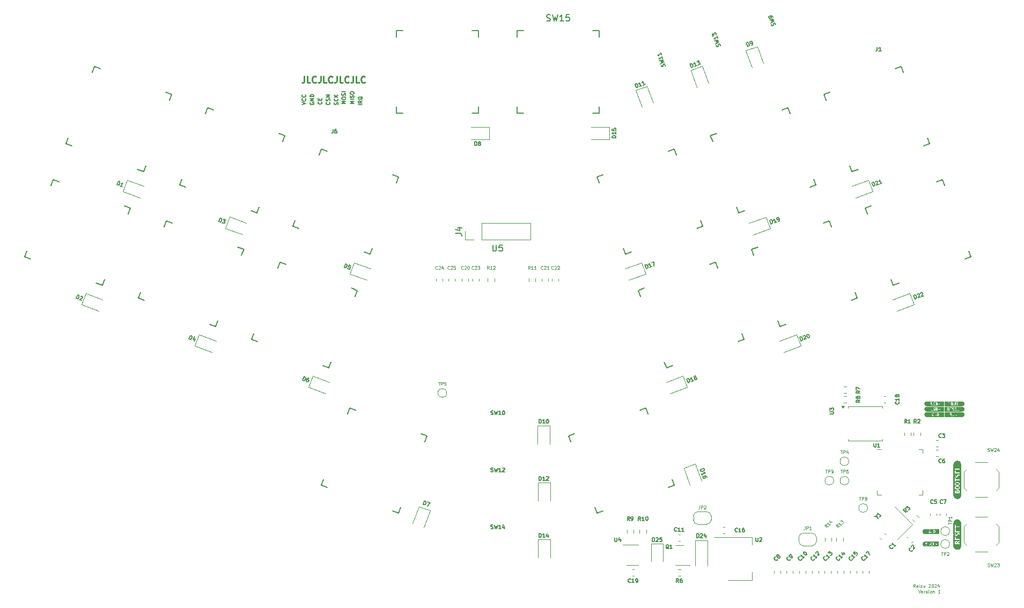
<source format=gbr>
%TF.GenerationSoftware,KiCad,Pcbnew,8.0.2-1*%
%TF.CreationDate,2024-05-28T17:04:48-06:00*%
%TF.ProjectId,magicfingers,6d616769-6366-4696-9e67-6572732e6b69,rev?*%
%TF.SameCoordinates,Original*%
%TF.FileFunction,Legend,Top*%
%TF.FilePolarity,Positive*%
%FSLAX46Y46*%
G04 Gerber Fmt 4.6, Leading zero omitted, Abs format (unit mm)*
G04 Created by KiCad (PCBNEW 8.0.2-1) date 2024-05-28 17:04:48*
%MOMM*%
%LPD*%
G01*
G04 APERTURE LIST*
%ADD10C,0.125000*%
%ADD11C,0.250000*%
%ADD12C,0.150000*%
%ADD13C,0.120000*%
%ADD14C,0.000000*%
%ADD15C,0.140000*%
G04 APERTURE END LIST*
D10*
X241605556Y-133849109D02*
X241772222Y-134349109D01*
X241772222Y-134349109D02*
X241938889Y-133849109D01*
X242296031Y-134325300D02*
X242248412Y-134349109D01*
X242248412Y-134349109D02*
X242153174Y-134349109D01*
X242153174Y-134349109D02*
X242105555Y-134325300D01*
X242105555Y-134325300D02*
X242081746Y-134277680D01*
X242081746Y-134277680D02*
X242081746Y-134087204D01*
X242081746Y-134087204D02*
X242105555Y-134039585D01*
X242105555Y-134039585D02*
X242153174Y-134015776D01*
X242153174Y-134015776D02*
X242248412Y-134015776D01*
X242248412Y-134015776D02*
X242296031Y-134039585D01*
X242296031Y-134039585D02*
X242319841Y-134087204D01*
X242319841Y-134087204D02*
X242319841Y-134134823D01*
X242319841Y-134134823D02*
X242081746Y-134182442D01*
X242534126Y-134349109D02*
X242534126Y-134015776D01*
X242534126Y-134111014D02*
X242557936Y-134063395D01*
X242557936Y-134063395D02*
X242581745Y-134039585D01*
X242581745Y-134039585D02*
X242629364Y-134015776D01*
X242629364Y-134015776D02*
X242676983Y-134015776D01*
X242819841Y-134325300D02*
X242867460Y-134349109D01*
X242867460Y-134349109D02*
X242962698Y-134349109D01*
X242962698Y-134349109D02*
X243010317Y-134325300D01*
X243010317Y-134325300D02*
X243034126Y-134277680D01*
X243034126Y-134277680D02*
X243034126Y-134253871D01*
X243034126Y-134253871D02*
X243010317Y-134206252D01*
X243010317Y-134206252D02*
X242962698Y-134182442D01*
X242962698Y-134182442D02*
X242891269Y-134182442D01*
X242891269Y-134182442D02*
X242843650Y-134158633D01*
X242843650Y-134158633D02*
X242819841Y-134111014D01*
X242819841Y-134111014D02*
X242819841Y-134087204D01*
X242819841Y-134087204D02*
X242843650Y-134039585D01*
X242843650Y-134039585D02*
X242891269Y-134015776D01*
X242891269Y-134015776D02*
X242962698Y-134015776D01*
X242962698Y-134015776D02*
X243010317Y-134039585D01*
X243248412Y-134349109D02*
X243248412Y-134015776D01*
X243248412Y-133849109D02*
X243224603Y-133872919D01*
X243224603Y-133872919D02*
X243248412Y-133896728D01*
X243248412Y-133896728D02*
X243272222Y-133872919D01*
X243272222Y-133872919D02*
X243248412Y-133849109D01*
X243248412Y-133849109D02*
X243248412Y-133896728D01*
X243557936Y-134349109D02*
X243510317Y-134325300D01*
X243510317Y-134325300D02*
X243486507Y-134301490D01*
X243486507Y-134301490D02*
X243462698Y-134253871D01*
X243462698Y-134253871D02*
X243462698Y-134111014D01*
X243462698Y-134111014D02*
X243486507Y-134063395D01*
X243486507Y-134063395D02*
X243510317Y-134039585D01*
X243510317Y-134039585D02*
X243557936Y-134015776D01*
X243557936Y-134015776D02*
X243629364Y-134015776D01*
X243629364Y-134015776D02*
X243676983Y-134039585D01*
X243676983Y-134039585D02*
X243700793Y-134063395D01*
X243700793Y-134063395D02*
X243724602Y-134111014D01*
X243724602Y-134111014D02*
X243724602Y-134253871D01*
X243724602Y-134253871D02*
X243700793Y-134301490D01*
X243700793Y-134301490D02*
X243676983Y-134325300D01*
X243676983Y-134325300D02*
X243629364Y-134349109D01*
X243629364Y-134349109D02*
X243557936Y-134349109D01*
X243938888Y-134015776D02*
X243938888Y-134349109D01*
X243938888Y-134063395D02*
X243962698Y-134039585D01*
X243962698Y-134039585D02*
X244010317Y-134015776D01*
X244010317Y-134015776D02*
X244081745Y-134015776D01*
X244081745Y-134015776D02*
X244129364Y-134039585D01*
X244129364Y-134039585D02*
X244153174Y-134087204D01*
X244153174Y-134087204D02*
X244153174Y-134349109D01*
X245034126Y-134349109D02*
X244748412Y-134349109D01*
X244891269Y-134349109D02*
X244891269Y-133849109D01*
X244891269Y-133849109D02*
X244843650Y-133920538D01*
X244843650Y-133920538D02*
X244796031Y-133968157D01*
X244796031Y-133968157D02*
X244748412Y-133991966D01*
X241126597Y-133434709D02*
X240959931Y-133196614D01*
X240840883Y-133434709D02*
X240840883Y-132934709D01*
X240840883Y-132934709D02*
X241031359Y-132934709D01*
X241031359Y-132934709D02*
X241078978Y-132958519D01*
X241078978Y-132958519D02*
X241102788Y-132982328D01*
X241102788Y-132982328D02*
X241126597Y-133029947D01*
X241126597Y-133029947D02*
X241126597Y-133101376D01*
X241126597Y-133101376D02*
X241102788Y-133148995D01*
X241102788Y-133148995D02*
X241078978Y-133172804D01*
X241078978Y-133172804D02*
X241031359Y-133196614D01*
X241031359Y-133196614D02*
X240840883Y-133196614D01*
X241555169Y-133434709D02*
X241555169Y-133172804D01*
X241555169Y-133172804D02*
X241531359Y-133125185D01*
X241531359Y-133125185D02*
X241483740Y-133101376D01*
X241483740Y-133101376D02*
X241388502Y-133101376D01*
X241388502Y-133101376D02*
X241340883Y-133125185D01*
X241555169Y-133410900D02*
X241507550Y-133434709D01*
X241507550Y-133434709D02*
X241388502Y-133434709D01*
X241388502Y-133434709D02*
X241340883Y-133410900D01*
X241340883Y-133410900D02*
X241317074Y-133363280D01*
X241317074Y-133363280D02*
X241317074Y-133315661D01*
X241317074Y-133315661D02*
X241340883Y-133268042D01*
X241340883Y-133268042D02*
X241388502Y-133244233D01*
X241388502Y-133244233D02*
X241507550Y-133244233D01*
X241507550Y-133244233D02*
X241555169Y-133220423D01*
X241793264Y-133434709D02*
X241793264Y-133101376D01*
X241793264Y-132934709D02*
X241769455Y-132958519D01*
X241769455Y-132958519D02*
X241793264Y-132982328D01*
X241793264Y-132982328D02*
X241817074Y-132958519D01*
X241817074Y-132958519D02*
X241793264Y-132934709D01*
X241793264Y-132934709D02*
X241793264Y-132982328D01*
X241983740Y-133101376D02*
X242245645Y-133101376D01*
X242245645Y-133101376D02*
X241983740Y-133434709D01*
X241983740Y-133434709D02*
X242245645Y-133434709D01*
X242650407Y-133101376D02*
X242650407Y-133434709D01*
X242436121Y-133101376D02*
X242436121Y-133363280D01*
X242436121Y-133363280D02*
X242459931Y-133410900D01*
X242459931Y-133410900D02*
X242507550Y-133434709D01*
X242507550Y-133434709D02*
X242578978Y-133434709D01*
X242578978Y-133434709D02*
X242626597Y-133410900D01*
X242626597Y-133410900D02*
X242650407Y-133387090D01*
X243245645Y-132982328D02*
X243269454Y-132958519D01*
X243269454Y-132958519D02*
X243317073Y-132934709D01*
X243317073Y-132934709D02*
X243436121Y-132934709D01*
X243436121Y-132934709D02*
X243483740Y-132958519D01*
X243483740Y-132958519D02*
X243507549Y-132982328D01*
X243507549Y-132982328D02*
X243531359Y-133029947D01*
X243531359Y-133029947D02*
X243531359Y-133077566D01*
X243531359Y-133077566D02*
X243507549Y-133148995D01*
X243507549Y-133148995D02*
X243221835Y-133434709D01*
X243221835Y-133434709D02*
X243531359Y-133434709D01*
X243840882Y-132934709D02*
X243888501Y-132934709D01*
X243888501Y-132934709D02*
X243936120Y-132958519D01*
X243936120Y-132958519D02*
X243959930Y-132982328D01*
X243959930Y-132982328D02*
X243983739Y-133029947D01*
X243983739Y-133029947D02*
X244007549Y-133125185D01*
X244007549Y-133125185D02*
X244007549Y-133244233D01*
X244007549Y-133244233D02*
X243983739Y-133339471D01*
X243983739Y-133339471D02*
X243959930Y-133387090D01*
X243959930Y-133387090D02*
X243936120Y-133410900D01*
X243936120Y-133410900D02*
X243888501Y-133434709D01*
X243888501Y-133434709D02*
X243840882Y-133434709D01*
X243840882Y-133434709D02*
X243793263Y-133410900D01*
X243793263Y-133410900D02*
X243769454Y-133387090D01*
X243769454Y-133387090D02*
X243745644Y-133339471D01*
X243745644Y-133339471D02*
X243721835Y-133244233D01*
X243721835Y-133244233D02*
X243721835Y-133125185D01*
X243721835Y-133125185D02*
X243745644Y-133029947D01*
X243745644Y-133029947D02*
X243769454Y-132982328D01*
X243769454Y-132982328D02*
X243793263Y-132958519D01*
X243793263Y-132958519D02*
X243840882Y-132934709D01*
X244198025Y-132982328D02*
X244221834Y-132958519D01*
X244221834Y-132958519D02*
X244269453Y-132934709D01*
X244269453Y-132934709D02*
X244388501Y-132934709D01*
X244388501Y-132934709D02*
X244436120Y-132958519D01*
X244436120Y-132958519D02*
X244459929Y-132982328D01*
X244459929Y-132982328D02*
X244483739Y-133029947D01*
X244483739Y-133029947D02*
X244483739Y-133077566D01*
X244483739Y-133077566D02*
X244459929Y-133148995D01*
X244459929Y-133148995D02*
X244174215Y-133434709D01*
X244174215Y-133434709D02*
X244483739Y-133434709D01*
X244912310Y-133101376D02*
X244912310Y-133434709D01*
X244793262Y-132910900D02*
X244674215Y-133268042D01*
X244674215Y-133268042D02*
X244983738Y-133268042D01*
D11*
X144706282Y-52738019D02*
X144706282Y-53452304D01*
X144706282Y-53452304D02*
X144658663Y-53595161D01*
X144658663Y-53595161D02*
X144563425Y-53690400D01*
X144563425Y-53690400D02*
X144420568Y-53738019D01*
X144420568Y-53738019D02*
X144325330Y-53738019D01*
X145658663Y-53738019D02*
X145182473Y-53738019D01*
X145182473Y-53738019D02*
X145182473Y-52738019D01*
X146563425Y-53642780D02*
X146515806Y-53690400D01*
X146515806Y-53690400D02*
X146372949Y-53738019D01*
X146372949Y-53738019D02*
X146277711Y-53738019D01*
X146277711Y-53738019D02*
X146134854Y-53690400D01*
X146134854Y-53690400D02*
X146039616Y-53595161D01*
X146039616Y-53595161D02*
X145991997Y-53499923D01*
X145991997Y-53499923D02*
X145944378Y-53309447D01*
X145944378Y-53309447D02*
X145944378Y-53166590D01*
X145944378Y-53166590D02*
X145991997Y-52976114D01*
X145991997Y-52976114D02*
X146039616Y-52880876D01*
X146039616Y-52880876D02*
X146134854Y-52785638D01*
X146134854Y-52785638D02*
X146277711Y-52738019D01*
X146277711Y-52738019D02*
X146372949Y-52738019D01*
X146372949Y-52738019D02*
X146515806Y-52785638D01*
X146515806Y-52785638D02*
X146563425Y-52833257D01*
X147277711Y-52738019D02*
X147277711Y-53452304D01*
X147277711Y-53452304D02*
X147230092Y-53595161D01*
X147230092Y-53595161D02*
X147134854Y-53690400D01*
X147134854Y-53690400D02*
X146991997Y-53738019D01*
X146991997Y-53738019D02*
X146896759Y-53738019D01*
X148230092Y-53738019D02*
X147753902Y-53738019D01*
X147753902Y-53738019D02*
X147753902Y-52738019D01*
X149134854Y-53642780D02*
X149087235Y-53690400D01*
X149087235Y-53690400D02*
X148944378Y-53738019D01*
X148944378Y-53738019D02*
X148849140Y-53738019D01*
X148849140Y-53738019D02*
X148706283Y-53690400D01*
X148706283Y-53690400D02*
X148611045Y-53595161D01*
X148611045Y-53595161D02*
X148563426Y-53499923D01*
X148563426Y-53499923D02*
X148515807Y-53309447D01*
X148515807Y-53309447D02*
X148515807Y-53166590D01*
X148515807Y-53166590D02*
X148563426Y-52976114D01*
X148563426Y-52976114D02*
X148611045Y-52880876D01*
X148611045Y-52880876D02*
X148706283Y-52785638D01*
X148706283Y-52785638D02*
X148849140Y-52738019D01*
X148849140Y-52738019D02*
X148944378Y-52738019D01*
X148944378Y-52738019D02*
X149087235Y-52785638D01*
X149087235Y-52785638D02*
X149134854Y-52833257D01*
X149849140Y-52738019D02*
X149849140Y-53452304D01*
X149849140Y-53452304D02*
X149801521Y-53595161D01*
X149801521Y-53595161D02*
X149706283Y-53690400D01*
X149706283Y-53690400D02*
X149563426Y-53738019D01*
X149563426Y-53738019D02*
X149468188Y-53738019D01*
X150801521Y-53738019D02*
X150325331Y-53738019D01*
X150325331Y-53738019D02*
X150325331Y-52738019D01*
X151706283Y-53642780D02*
X151658664Y-53690400D01*
X151658664Y-53690400D02*
X151515807Y-53738019D01*
X151515807Y-53738019D02*
X151420569Y-53738019D01*
X151420569Y-53738019D02*
X151277712Y-53690400D01*
X151277712Y-53690400D02*
X151182474Y-53595161D01*
X151182474Y-53595161D02*
X151134855Y-53499923D01*
X151134855Y-53499923D02*
X151087236Y-53309447D01*
X151087236Y-53309447D02*
X151087236Y-53166590D01*
X151087236Y-53166590D02*
X151134855Y-52976114D01*
X151134855Y-52976114D02*
X151182474Y-52880876D01*
X151182474Y-52880876D02*
X151277712Y-52785638D01*
X151277712Y-52785638D02*
X151420569Y-52738019D01*
X151420569Y-52738019D02*
X151515807Y-52738019D01*
X151515807Y-52738019D02*
X151658664Y-52785638D01*
X151658664Y-52785638D02*
X151706283Y-52833257D01*
X152420569Y-52738019D02*
X152420569Y-53452304D01*
X152420569Y-53452304D02*
X152372950Y-53595161D01*
X152372950Y-53595161D02*
X152277712Y-53690400D01*
X152277712Y-53690400D02*
X152134855Y-53738019D01*
X152134855Y-53738019D02*
X152039617Y-53738019D01*
X153372950Y-53738019D02*
X152896760Y-53738019D01*
X152896760Y-53738019D02*
X152896760Y-52738019D01*
X154277712Y-53642780D02*
X154230093Y-53690400D01*
X154230093Y-53690400D02*
X154087236Y-53738019D01*
X154087236Y-53738019D02*
X153991998Y-53738019D01*
X153991998Y-53738019D02*
X153849141Y-53690400D01*
X153849141Y-53690400D02*
X153753903Y-53595161D01*
X153753903Y-53595161D02*
X153706284Y-53499923D01*
X153706284Y-53499923D02*
X153658665Y-53309447D01*
X153658665Y-53309447D02*
X153658665Y-53166590D01*
X153658665Y-53166590D02*
X153706284Y-52976114D01*
X153706284Y-52976114D02*
X153753903Y-52880876D01*
X153753903Y-52880876D02*
X153849141Y-52785638D01*
X153849141Y-52785638D02*
X153991998Y-52738019D01*
X153991998Y-52738019D02*
X154087236Y-52738019D01*
X154087236Y-52738019D02*
X154230093Y-52785638D01*
X154230093Y-52785638D02*
X154277712Y-52833257D01*
D12*
X227659771Y-106052142D02*
X228145485Y-106052142D01*
X228145485Y-106052142D02*
X228202628Y-106023571D01*
X228202628Y-106023571D02*
X228231200Y-105995000D01*
X228231200Y-105995000D02*
X228259771Y-105937857D01*
X228259771Y-105937857D02*
X228259771Y-105823571D01*
X228259771Y-105823571D02*
X228231200Y-105766428D01*
X228231200Y-105766428D02*
X228202628Y-105737857D01*
X228202628Y-105737857D02*
X228145485Y-105709285D01*
X228145485Y-105709285D02*
X227659771Y-105709285D01*
X227659771Y-105480714D02*
X227659771Y-105109286D01*
X227659771Y-105109286D02*
X227888342Y-105309286D01*
X227888342Y-105309286D02*
X227888342Y-105223571D01*
X227888342Y-105223571D02*
X227916914Y-105166429D01*
X227916914Y-105166429D02*
X227945485Y-105137857D01*
X227945485Y-105137857D02*
X228002628Y-105109286D01*
X228002628Y-105109286D02*
X228145485Y-105109286D01*
X228145485Y-105109286D02*
X228202628Y-105137857D01*
X228202628Y-105137857D02*
X228231200Y-105166429D01*
X228231200Y-105166429D02*
X228259771Y-105223571D01*
X228259771Y-105223571D02*
X228259771Y-105395000D01*
X228259771Y-105395000D02*
X228231200Y-105452143D01*
X228231200Y-105452143D02*
X228202628Y-105480714D01*
X219426640Y-128996061D02*
X219426640Y-129036467D01*
X219426640Y-129036467D02*
X219386234Y-129117279D01*
X219386234Y-129117279D02*
X219345828Y-129157685D01*
X219345828Y-129157685D02*
X219265016Y-129198092D01*
X219265016Y-129198092D02*
X219184204Y-129198092D01*
X219184204Y-129198092D02*
X219123594Y-129177889D01*
X219123594Y-129177889D02*
X219022579Y-129117279D01*
X219022579Y-129117279D02*
X218961970Y-129056670D01*
X218961970Y-129056670D02*
X218901361Y-128955655D01*
X218901361Y-128955655D02*
X218881158Y-128895046D01*
X218881158Y-128895046D02*
X218881158Y-128814234D01*
X218881158Y-128814234D02*
X218921564Y-128733421D01*
X218921564Y-128733421D02*
X218961970Y-128693015D01*
X218961970Y-128693015D02*
X219042782Y-128652609D01*
X219042782Y-128652609D02*
X219083188Y-128652609D01*
X219467046Y-128551594D02*
X219406437Y-128571797D01*
X219406437Y-128571797D02*
X219366031Y-128571797D01*
X219366031Y-128571797D02*
X219305422Y-128551594D01*
X219305422Y-128551594D02*
X219285219Y-128531391D01*
X219285219Y-128531391D02*
X219265016Y-128470782D01*
X219265016Y-128470782D02*
X219265016Y-128430376D01*
X219265016Y-128430376D02*
X219285219Y-128369767D01*
X219285219Y-128369767D02*
X219366031Y-128288954D01*
X219366031Y-128288954D02*
X219426640Y-128268751D01*
X219426640Y-128268751D02*
X219467046Y-128268751D01*
X219467046Y-128268751D02*
X219527655Y-128288954D01*
X219527655Y-128288954D02*
X219547858Y-128309157D01*
X219547858Y-128309157D02*
X219568061Y-128369767D01*
X219568061Y-128369767D02*
X219568061Y-128410173D01*
X219568061Y-128410173D02*
X219547858Y-128470782D01*
X219547858Y-128470782D02*
X219467046Y-128551594D01*
X219467046Y-128551594D02*
X219446843Y-128612203D01*
X219446843Y-128612203D02*
X219446843Y-128652609D01*
X219446843Y-128652609D02*
X219467046Y-128713218D01*
X219467046Y-128713218D02*
X219547858Y-128794031D01*
X219547858Y-128794031D02*
X219608468Y-128814234D01*
X219608468Y-128814234D02*
X219648874Y-128814234D01*
X219648874Y-128814234D02*
X219709483Y-128794031D01*
X219709483Y-128794031D02*
X219790295Y-128713218D01*
X219790295Y-128713218D02*
X219810498Y-128652609D01*
X219810498Y-128652609D02*
X219810498Y-128612203D01*
X219810498Y-128612203D02*
X219790295Y-128551594D01*
X219790295Y-128551594D02*
X219709483Y-128470782D01*
X219709483Y-128470782D02*
X219648874Y-128450579D01*
X219648874Y-128450579D02*
X219608468Y-128450579D01*
X219608468Y-128450579D02*
X219547858Y-128470782D01*
X205294256Y-101103381D02*
X205089044Y-100539565D01*
X205089044Y-100539565D02*
X205223286Y-100490705D01*
X205223286Y-100490705D02*
X205313603Y-100488238D01*
X205313603Y-100488238D02*
X205386844Y-100522390D01*
X205386844Y-100522390D02*
X205433236Y-100566315D01*
X205433236Y-100566315D02*
X205499172Y-100663937D01*
X205499172Y-100663937D02*
X205528488Y-100744482D01*
X205528488Y-100744482D02*
X205540728Y-100861647D01*
X205540728Y-100861647D02*
X205533424Y-100925116D01*
X205533424Y-100925116D02*
X205499271Y-100998357D01*
X205499271Y-100998357D02*
X205428498Y-101054521D01*
X205428498Y-101054521D02*
X205294256Y-101103381D01*
X206153404Y-100790677D02*
X205831223Y-100907941D01*
X205992314Y-100849309D02*
X205787101Y-100285493D01*
X205787101Y-100285493D02*
X205762721Y-100385582D01*
X205762721Y-100385582D02*
X205728568Y-100458823D01*
X205728568Y-100458823D02*
X205684643Y-100505215D01*
X206358320Y-100351232D02*
X206294852Y-100343928D01*
X206294852Y-100343928D02*
X206258231Y-100326852D01*
X206258231Y-100326852D02*
X206211839Y-100282927D01*
X206211839Y-100282927D02*
X206202067Y-100256079D01*
X206202067Y-100256079D02*
X206209371Y-100192610D01*
X206209371Y-100192610D02*
X206226448Y-100155989D01*
X206226448Y-100155989D02*
X206270372Y-100109597D01*
X206270372Y-100109597D02*
X206377766Y-100070509D01*
X206377766Y-100070509D02*
X206441235Y-100077813D01*
X206441235Y-100077813D02*
X206477855Y-100094890D01*
X206477855Y-100094890D02*
X206524247Y-100138814D01*
X206524247Y-100138814D02*
X206534019Y-100165663D01*
X206534019Y-100165663D02*
X206526715Y-100229132D01*
X206526715Y-100229132D02*
X206509639Y-100265752D01*
X206509639Y-100265752D02*
X206465714Y-100312144D01*
X206465714Y-100312144D02*
X206358320Y-100351232D01*
X206358320Y-100351232D02*
X206314396Y-100397625D01*
X206314396Y-100397625D02*
X206297319Y-100434245D01*
X206297319Y-100434245D02*
X206290015Y-100497714D01*
X206290015Y-100497714D02*
X206329103Y-100605107D01*
X206329103Y-100605107D02*
X206375495Y-100649032D01*
X206375495Y-100649032D02*
X206412116Y-100666108D01*
X206412116Y-100666108D02*
X206475584Y-100673413D01*
X206475584Y-100673413D02*
X206582978Y-100634325D01*
X206582978Y-100634325D02*
X206626903Y-100587932D01*
X206626903Y-100587932D02*
X206643979Y-100551312D01*
X206643979Y-100551312D02*
X206651283Y-100487843D01*
X206651283Y-100487843D02*
X206612195Y-100380450D01*
X206612195Y-100380450D02*
X206565803Y-100336525D01*
X206565803Y-100336525D02*
X206529183Y-100319449D01*
X206529183Y-100319449D02*
X206465714Y-100312144D01*
X198694256Y-83103381D02*
X198489044Y-82539565D01*
X198489044Y-82539565D02*
X198623286Y-82490705D01*
X198623286Y-82490705D02*
X198713603Y-82488238D01*
X198713603Y-82488238D02*
X198786844Y-82522390D01*
X198786844Y-82522390D02*
X198833236Y-82566315D01*
X198833236Y-82566315D02*
X198899172Y-82663937D01*
X198899172Y-82663937D02*
X198928488Y-82744482D01*
X198928488Y-82744482D02*
X198940728Y-82861647D01*
X198940728Y-82861647D02*
X198933424Y-82925116D01*
X198933424Y-82925116D02*
X198899271Y-82998357D01*
X198899271Y-82998357D02*
X198828498Y-83054521D01*
X198828498Y-83054521D02*
X198694256Y-83103381D01*
X199553404Y-82790677D02*
X199231223Y-82907941D01*
X199392314Y-82849309D02*
X199187101Y-82285493D01*
X199187101Y-82285493D02*
X199162721Y-82385582D01*
X199162721Y-82385582D02*
X199128568Y-82458823D01*
X199128568Y-82458823D02*
X199084643Y-82505215D01*
X199536131Y-82158457D02*
X199912008Y-82021649D01*
X199912008Y-82021649D02*
X199875584Y-82673413D01*
D10*
X227388680Y-123830248D02*
X227102470Y-123779740D01*
X227186649Y-124032278D02*
X226833096Y-123678725D01*
X226833096Y-123678725D02*
X226967783Y-123544038D01*
X226967783Y-123544038D02*
X227018291Y-123527202D01*
X227018291Y-123527202D02*
X227051962Y-123527202D01*
X227051962Y-123527202D02*
X227102470Y-123544038D01*
X227102470Y-123544038D02*
X227152978Y-123594546D01*
X227152978Y-123594546D02*
X227169813Y-123645053D01*
X227169813Y-123645053D02*
X227169813Y-123678725D01*
X227169813Y-123678725D02*
X227152978Y-123729233D01*
X227152978Y-123729233D02*
X227018291Y-123863920D01*
X227725397Y-123493530D02*
X227523367Y-123695561D01*
X227624382Y-123594546D02*
X227270829Y-123240992D01*
X227270829Y-123240992D02*
X227287665Y-123325172D01*
X227287665Y-123325172D02*
X227287665Y-123392515D01*
X227287665Y-123392515D02*
X227270829Y-123443023D01*
X227792741Y-122954783D02*
X228028443Y-123190485D01*
X227573874Y-122904275D02*
X227742233Y-123240993D01*
X227742233Y-123240993D02*
X227961099Y-123022126D01*
D12*
X174164285Y-106132200D02*
X174250000Y-106160771D01*
X174250000Y-106160771D02*
X174392857Y-106160771D01*
X174392857Y-106160771D02*
X174450000Y-106132200D01*
X174450000Y-106132200D02*
X174478571Y-106103628D01*
X174478571Y-106103628D02*
X174507142Y-106046485D01*
X174507142Y-106046485D02*
X174507142Y-105989342D01*
X174507142Y-105989342D02*
X174478571Y-105932200D01*
X174478571Y-105932200D02*
X174450000Y-105903628D01*
X174450000Y-105903628D02*
X174392857Y-105875057D01*
X174392857Y-105875057D02*
X174278571Y-105846485D01*
X174278571Y-105846485D02*
X174221428Y-105817914D01*
X174221428Y-105817914D02*
X174192857Y-105789342D01*
X174192857Y-105789342D02*
X174164285Y-105732200D01*
X174164285Y-105732200D02*
X174164285Y-105675057D01*
X174164285Y-105675057D02*
X174192857Y-105617914D01*
X174192857Y-105617914D02*
X174221428Y-105589342D01*
X174221428Y-105589342D02*
X174278571Y-105560771D01*
X174278571Y-105560771D02*
X174421428Y-105560771D01*
X174421428Y-105560771D02*
X174507142Y-105589342D01*
X174707143Y-105560771D02*
X174850000Y-106160771D01*
X174850000Y-106160771D02*
X174964286Y-105732200D01*
X174964286Y-105732200D02*
X175078571Y-106160771D01*
X175078571Y-106160771D02*
X175221429Y-105560771D01*
X175764285Y-106160771D02*
X175421428Y-106160771D01*
X175592857Y-106160771D02*
X175592857Y-105560771D01*
X175592857Y-105560771D02*
X175535714Y-105646485D01*
X175535714Y-105646485D02*
X175478571Y-105703628D01*
X175478571Y-105703628D02*
X175421428Y-105732200D01*
X176135714Y-105560771D02*
X176192857Y-105560771D01*
X176192857Y-105560771D02*
X176250000Y-105589342D01*
X176250000Y-105589342D02*
X176278572Y-105617914D01*
X176278572Y-105617914D02*
X176307143Y-105675057D01*
X176307143Y-105675057D02*
X176335714Y-105789342D01*
X176335714Y-105789342D02*
X176335714Y-105932200D01*
X176335714Y-105932200D02*
X176307143Y-106046485D01*
X176307143Y-106046485D02*
X176278572Y-106103628D01*
X176278572Y-106103628D02*
X176250000Y-106132200D01*
X176250000Y-106132200D02*
X176192857Y-106160771D01*
X176192857Y-106160771D02*
X176135714Y-106160771D01*
X176135714Y-106160771D02*
X176078572Y-106132200D01*
X176078572Y-106132200D02*
X176050000Y-106103628D01*
X176050000Y-106103628D02*
X176021429Y-106046485D01*
X176021429Y-106046485D02*
X175992857Y-105932200D01*
X175992857Y-105932200D02*
X175992857Y-105789342D01*
X175992857Y-105789342D02*
X176021429Y-105675057D01*
X176021429Y-105675057D02*
X176050000Y-105617914D01*
X176050000Y-105617914D02*
X176078572Y-105589342D01*
X176078572Y-105589342D02*
X176135714Y-105560771D01*
X219067271Y-44611259D02*
X219064803Y-44520942D01*
X219064803Y-44520942D02*
X219015943Y-44386700D01*
X219015943Y-44386700D02*
X218969551Y-44342775D01*
X218969551Y-44342775D02*
X218932930Y-44325699D01*
X218932930Y-44325699D02*
X218869461Y-44318394D01*
X218869461Y-44318394D02*
X218815765Y-44337938D01*
X218815765Y-44337938D02*
X218771840Y-44384331D01*
X218771840Y-44384331D02*
X218754764Y-44420951D01*
X218754764Y-44420951D02*
X218747459Y-44484420D01*
X218747459Y-44484420D02*
X218759699Y-44601585D01*
X218759699Y-44601585D02*
X218752395Y-44665054D01*
X218752395Y-44665054D02*
X218735318Y-44701674D01*
X218735318Y-44701674D02*
X218691394Y-44748067D01*
X218691394Y-44748067D02*
X218637697Y-44767611D01*
X218637697Y-44767611D02*
X218574228Y-44760306D01*
X218574228Y-44760306D02*
X218537608Y-44743230D01*
X218537608Y-44743230D02*
X218491215Y-44699305D01*
X218491215Y-44699305D02*
X218442355Y-44565063D01*
X218442355Y-44565063D02*
X218439888Y-44474746D01*
X218344635Y-44296579D02*
X218859591Y-43957126D01*
X218859591Y-43957126D02*
X218417777Y-43996312D01*
X218417777Y-43996312D02*
X218781415Y-43742339D01*
X218781415Y-43742339D02*
X218168739Y-43813309D01*
X218644607Y-43366462D02*
X218605519Y-43259068D01*
X218605519Y-43259068D02*
X218559126Y-43215144D01*
X218559126Y-43215144D02*
X218522506Y-43198067D01*
X218522506Y-43198067D02*
X218422417Y-43173687D01*
X218422417Y-43173687D02*
X218305251Y-43185926D01*
X218305251Y-43185926D02*
X218090465Y-43264102D01*
X218090465Y-43264102D02*
X218046540Y-43310495D01*
X218046540Y-43310495D02*
X218029463Y-43347115D01*
X218029463Y-43347115D02*
X218022159Y-43410584D01*
X218022159Y-43410584D02*
X218061247Y-43517977D01*
X218061247Y-43517977D02*
X218107639Y-43561902D01*
X218107639Y-43561902D02*
X218144260Y-43578978D01*
X218144260Y-43578978D02*
X218207729Y-43586283D01*
X218207729Y-43586283D02*
X218341970Y-43537423D01*
X218341970Y-43537423D02*
X218385895Y-43491030D01*
X218385895Y-43491030D02*
X218402971Y-43454410D01*
X218402971Y-43454410D02*
X218410276Y-43390941D01*
X218410276Y-43390941D02*
X218371188Y-43283548D01*
X218371188Y-43283548D02*
X218324795Y-43239623D01*
X218324795Y-43239623D02*
X218288175Y-43222547D01*
X218288175Y-43222547D02*
X218224706Y-43215242D01*
X199668428Y-126169771D02*
X199668428Y-125569771D01*
X199668428Y-125569771D02*
X199811285Y-125569771D01*
X199811285Y-125569771D02*
X199896999Y-125598342D01*
X199896999Y-125598342D02*
X199954142Y-125655485D01*
X199954142Y-125655485D02*
X199982713Y-125712628D01*
X199982713Y-125712628D02*
X200011285Y-125826914D01*
X200011285Y-125826914D02*
X200011285Y-125912628D01*
X200011285Y-125912628D02*
X199982713Y-126026914D01*
X199982713Y-126026914D02*
X199954142Y-126084057D01*
X199954142Y-126084057D02*
X199896999Y-126141200D01*
X199896999Y-126141200D02*
X199811285Y-126169771D01*
X199811285Y-126169771D02*
X199668428Y-126169771D01*
X200239856Y-125626914D02*
X200268428Y-125598342D01*
X200268428Y-125598342D02*
X200325571Y-125569771D01*
X200325571Y-125569771D02*
X200468428Y-125569771D01*
X200468428Y-125569771D02*
X200525571Y-125598342D01*
X200525571Y-125598342D02*
X200554142Y-125626914D01*
X200554142Y-125626914D02*
X200582713Y-125684057D01*
X200582713Y-125684057D02*
X200582713Y-125741200D01*
X200582713Y-125741200D02*
X200554142Y-125826914D01*
X200554142Y-125826914D02*
X200211285Y-126169771D01*
X200211285Y-126169771D02*
X200582713Y-126169771D01*
X201125571Y-125569771D02*
X200839857Y-125569771D01*
X200839857Y-125569771D02*
X200811285Y-125855485D01*
X200811285Y-125855485D02*
X200839857Y-125826914D01*
X200839857Y-125826914D02*
X200897000Y-125798342D01*
X200897000Y-125798342D02*
X201039857Y-125798342D01*
X201039857Y-125798342D02*
X201097000Y-125826914D01*
X201097000Y-125826914D02*
X201125571Y-125855485D01*
X201125571Y-125855485D02*
X201154142Y-125912628D01*
X201154142Y-125912628D02*
X201154142Y-126055485D01*
X201154142Y-126055485D02*
X201125571Y-126112628D01*
X201125571Y-126112628D02*
X201097000Y-126141200D01*
X201097000Y-126141200D02*
X201039857Y-126169771D01*
X201039857Y-126169771D02*
X200897000Y-126169771D01*
X200897000Y-126169771D02*
X200839857Y-126141200D01*
X200839857Y-126141200D02*
X200811285Y-126112628D01*
D10*
X232287048Y-119180809D02*
X232572762Y-119180809D01*
X232429905Y-119680809D02*
X232429905Y-119180809D01*
X232739428Y-119680809D02*
X232739428Y-119180809D01*
X232739428Y-119180809D02*
X232929904Y-119180809D01*
X232929904Y-119180809D02*
X232977523Y-119204619D01*
X232977523Y-119204619D02*
X233001333Y-119228428D01*
X233001333Y-119228428D02*
X233025142Y-119276047D01*
X233025142Y-119276047D02*
X233025142Y-119347476D01*
X233025142Y-119347476D02*
X233001333Y-119395095D01*
X233001333Y-119395095D02*
X232977523Y-119418904D01*
X232977523Y-119418904D02*
X232929904Y-119442714D01*
X232929904Y-119442714D02*
X232739428Y-119442714D01*
X233310857Y-119395095D02*
X233263238Y-119371285D01*
X233263238Y-119371285D02*
X233239428Y-119347476D01*
X233239428Y-119347476D02*
X233215619Y-119299857D01*
X233215619Y-119299857D02*
X233215619Y-119276047D01*
X233215619Y-119276047D02*
X233239428Y-119228428D01*
X233239428Y-119228428D02*
X233263238Y-119204619D01*
X233263238Y-119204619D02*
X233310857Y-119180809D01*
X233310857Y-119180809D02*
X233406095Y-119180809D01*
X233406095Y-119180809D02*
X233453714Y-119204619D01*
X233453714Y-119204619D02*
X233477523Y-119228428D01*
X233477523Y-119228428D02*
X233501333Y-119276047D01*
X233501333Y-119276047D02*
X233501333Y-119299857D01*
X233501333Y-119299857D02*
X233477523Y-119347476D01*
X233477523Y-119347476D02*
X233453714Y-119371285D01*
X233453714Y-119371285D02*
X233406095Y-119395095D01*
X233406095Y-119395095D02*
X233310857Y-119395095D01*
X233310857Y-119395095D02*
X233263238Y-119418904D01*
X233263238Y-119418904D02*
X233239428Y-119442714D01*
X233239428Y-119442714D02*
X233215619Y-119490333D01*
X233215619Y-119490333D02*
X233215619Y-119585571D01*
X233215619Y-119585571D02*
X233239428Y-119633190D01*
X233239428Y-119633190D02*
X233263238Y-119657000D01*
X233263238Y-119657000D02*
X233310857Y-119680809D01*
X233310857Y-119680809D02*
X233406095Y-119680809D01*
X233406095Y-119680809D02*
X233453714Y-119657000D01*
X233453714Y-119657000D02*
X233477523Y-119633190D01*
X233477523Y-119633190D02*
X233501333Y-119585571D01*
X233501333Y-119585571D02*
X233501333Y-119490333D01*
X233501333Y-119490333D02*
X233477523Y-119442714D01*
X233477523Y-119442714D02*
X233453714Y-119418904D01*
X233453714Y-119418904D02*
X233406095Y-119395095D01*
D12*
X213061285Y-124612628D02*
X213032713Y-124641200D01*
X213032713Y-124641200D02*
X212946999Y-124669771D01*
X212946999Y-124669771D02*
X212889856Y-124669771D01*
X212889856Y-124669771D02*
X212804142Y-124641200D01*
X212804142Y-124641200D02*
X212746999Y-124584057D01*
X212746999Y-124584057D02*
X212718428Y-124526914D01*
X212718428Y-124526914D02*
X212689856Y-124412628D01*
X212689856Y-124412628D02*
X212689856Y-124326914D01*
X212689856Y-124326914D02*
X212718428Y-124212628D01*
X212718428Y-124212628D02*
X212746999Y-124155485D01*
X212746999Y-124155485D02*
X212804142Y-124098342D01*
X212804142Y-124098342D02*
X212889856Y-124069771D01*
X212889856Y-124069771D02*
X212946999Y-124069771D01*
X212946999Y-124069771D02*
X213032713Y-124098342D01*
X213032713Y-124098342D02*
X213061285Y-124126914D01*
X213632713Y-124669771D02*
X213289856Y-124669771D01*
X213461285Y-124669771D02*
X213461285Y-124069771D01*
X213461285Y-124069771D02*
X213404142Y-124155485D01*
X213404142Y-124155485D02*
X213346999Y-124212628D01*
X213346999Y-124212628D02*
X213289856Y-124241200D01*
X214147000Y-124069771D02*
X214032714Y-124069771D01*
X214032714Y-124069771D02*
X213975571Y-124098342D01*
X213975571Y-124098342D02*
X213947000Y-124126914D01*
X213947000Y-124126914D02*
X213889857Y-124212628D01*
X213889857Y-124212628D02*
X213861285Y-124326914D01*
X213861285Y-124326914D02*
X213861285Y-124555485D01*
X213861285Y-124555485D02*
X213889857Y-124612628D01*
X213889857Y-124612628D02*
X213918428Y-124641200D01*
X213918428Y-124641200D02*
X213975571Y-124669771D01*
X213975571Y-124669771D02*
X214089857Y-124669771D01*
X214089857Y-124669771D02*
X214147000Y-124641200D01*
X214147000Y-124641200D02*
X214175571Y-124612628D01*
X214175571Y-124612628D02*
X214204142Y-124555485D01*
X214204142Y-124555485D02*
X214204142Y-124412628D01*
X214204142Y-124412628D02*
X214175571Y-124355485D01*
X214175571Y-124355485D02*
X214147000Y-124326914D01*
X214147000Y-124326914D02*
X214089857Y-124298342D01*
X214089857Y-124298342D02*
X213975571Y-124298342D01*
X213975571Y-124298342D02*
X213918428Y-124326914D01*
X213918428Y-124326914D02*
X213889857Y-124355485D01*
X213889857Y-124355485D02*
X213861285Y-124412628D01*
X234632857Y-110669771D02*
X234632857Y-111155485D01*
X234632857Y-111155485D02*
X234661428Y-111212628D01*
X234661428Y-111212628D02*
X234690000Y-111241200D01*
X234690000Y-111241200D02*
X234747142Y-111269771D01*
X234747142Y-111269771D02*
X234861428Y-111269771D01*
X234861428Y-111269771D02*
X234918571Y-111241200D01*
X234918571Y-111241200D02*
X234947142Y-111212628D01*
X234947142Y-111212628D02*
X234975714Y-111155485D01*
X234975714Y-111155485D02*
X234975714Y-110669771D01*
X235575713Y-111269771D02*
X235232856Y-111269771D01*
X235404285Y-111269771D02*
X235404285Y-110669771D01*
X235404285Y-110669771D02*
X235347142Y-110755485D01*
X235347142Y-110755485D02*
X235289999Y-110812628D01*
X235289999Y-110812628D02*
X235232856Y-110841200D01*
D10*
X173863071Y-83206609D02*
X173696405Y-82968514D01*
X173577357Y-83206609D02*
X173577357Y-82706609D01*
X173577357Y-82706609D02*
X173767833Y-82706609D01*
X173767833Y-82706609D02*
X173815452Y-82730419D01*
X173815452Y-82730419D02*
X173839262Y-82754228D01*
X173839262Y-82754228D02*
X173863071Y-82801847D01*
X173863071Y-82801847D02*
X173863071Y-82873276D01*
X173863071Y-82873276D02*
X173839262Y-82920895D01*
X173839262Y-82920895D02*
X173815452Y-82944704D01*
X173815452Y-82944704D02*
X173767833Y-82968514D01*
X173767833Y-82968514D02*
X173577357Y-82968514D01*
X174339262Y-83206609D02*
X174053548Y-83206609D01*
X174196405Y-83206609D02*
X174196405Y-82706609D01*
X174196405Y-82706609D02*
X174148786Y-82778038D01*
X174148786Y-82778038D02*
X174101167Y-82825657D01*
X174101167Y-82825657D02*
X174053548Y-82849466D01*
X174529738Y-82754228D02*
X174553547Y-82730419D01*
X174553547Y-82730419D02*
X174601166Y-82706609D01*
X174601166Y-82706609D02*
X174720214Y-82706609D01*
X174720214Y-82706609D02*
X174767833Y-82730419D01*
X174767833Y-82730419D02*
X174791642Y-82754228D01*
X174791642Y-82754228D02*
X174815452Y-82801847D01*
X174815452Y-82801847D02*
X174815452Y-82849466D01*
X174815452Y-82849466D02*
X174791642Y-82920895D01*
X174791642Y-82920895D02*
X174505928Y-83206609D01*
X174505928Y-83206609D02*
X174815452Y-83206609D01*
D12*
X181771428Y-125519771D02*
X181771428Y-124919771D01*
X181771428Y-124919771D02*
X181914285Y-124919771D01*
X181914285Y-124919771D02*
X181999999Y-124948342D01*
X181999999Y-124948342D02*
X182057142Y-125005485D01*
X182057142Y-125005485D02*
X182085713Y-125062628D01*
X182085713Y-125062628D02*
X182114285Y-125176914D01*
X182114285Y-125176914D02*
X182114285Y-125262628D01*
X182114285Y-125262628D02*
X182085713Y-125376914D01*
X182085713Y-125376914D02*
X182057142Y-125434057D01*
X182057142Y-125434057D02*
X181999999Y-125491200D01*
X181999999Y-125491200D02*
X181914285Y-125519771D01*
X181914285Y-125519771D02*
X181771428Y-125519771D01*
X182685713Y-125519771D02*
X182342856Y-125519771D01*
X182514285Y-125519771D02*
X182514285Y-124919771D01*
X182514285Y-124919771D02*
X182457142Y-125005485D01*
X182457142Y-125005485D02*
X182399999Y-125062628D01*
X182399999Y-125062628D02*
X182342856Y-125091200D01*
X183200000Y-125119771D02*
X183200000Y-125519771D01*
X183057142Y-124891200D02*
X182914285Y-125319771D01*
X182914285Y-125319771D02*
X183285714Y-125319771D01*
X174462095Y-79337819D02*
X174462095Y-80147342D01*
X174462095Y-80147342D02*
X174509714Y-80242580D01*
X174509714Y-80242580D02*
X174557333Y-80290200D01*
X174557333Y-80290200D02*
X174652571Y-80337819D01*
X174652571Y-80337819D02*
X174843047Y-80337819D01*
X174843047Y-80337819D02*
X174938285Y-80290200D01*
X174938285Y-80290200D02*
X174985904Y-80242580D01*
X174985904Y-80242580D02*
X175033523Y-80147342D01*
X175033523Y-80147342D02*
X175033523Y-79337819D01*
X175985904Y-79337819D02*
X175509714Y-79337819D01*
X175509714Y-79337819D02*
X175462095Y-79814009D01*
X175462095Y-79814009D02*
X175509714Y-79766390D01*
X175509714Y-79766390D02*
X175604952Y-79718771D01*
X175604952Y-79718771D02*
X175843047Y-79718771D01*
X175843047Y-79718771D02*
X175938285Y-79766390D01*
X175938285Y-79766390D02*
X175985904Y-79814009D01*
X175985904Y-79814009D02*
X176033523Y-79909247D01*
X176033523Y-79909247D02*
X176033523Y-80147342D01*
X176033523Y-80147342D02*
X175985904Y-80242580D01*
X175985904Y-80242580D02*
X175938285Y-80290200D01*
X175938285Y-80290200D02*
X175843047Y-80337819D01*
X175843047Y-80337819D02*
X175604952Y-80337819D01*
X175604952Y-80337819D02*
X175509714Y-80290200D01*
X175509714Y-80290200D02*
X175462095Y-80242580D01*
X144469688Y-100713963D02*
X144674900Y-100150147D01*
X144674900Y-100150147D02*
X144809142Y-100199007D01*
X144809142Y-100199007D02*
X144879915Y-100255172D01*
X144879915Y-100255172D02*
X144914068Y-100328412D01*
X144914068Y-100328412D02*
X144921372Y-100391881D01*
X144921372Y-100391881D02*
X144909132Y-100509046D01*
X144909132Y-100509046D02*
X144879816Y-100589592D01*
X144879816Y-100589592D02*
X144813880Y-100687213D01*
X144813880Y-100687213D02*
X144767488Y-100731138D01*
X144767488Y-100731138D02*
X144694247Y-100765290D01*
X144694247Y-100765290D02*
X144603930Y-100762823D01*
X144603930Y-100762823D02*
X144469688Y-100713963D01*
X145480351Y-100443307D02*
X145372957Y-100404219D01*
X145372957Y-100404219D02*
X145309489Y-100411524D01*
X145309489Y-100411524D02*
X145272868Y-100428600D01*
X145272868Y-100428600D02*
X145189856Y-100489601D01*
X145189856Y-100489601D02*
X145123919Y-100587223D01*
X145123919Y-100587223D02*
X145045743Y-100802009D01*
X145045743Y-100802009D02*
X145053047Y-100865478D01*
X145053047Y-100865478D02*
X145070124Y-100902098D01*
X145070124Y-100902098D02*
X145114049Y-100948491D01*
X145114049Y-100948491D02*
X145221442Y-100987579D01*
X145221442Y-100987579D02*
X145284911Y-100980275D01*
X145284911Y-100980275D02*
X145321531Y-100963198D01*
X145321531Y-100963198D02*
X145367923Y-100919273D01*
X145367923Y-100919273D02*
X145416783Y-100785032D01*
X145416783Y-100785032D02*
X145409479Y-100721563D01*
X145409479Y-100721563D02*
X145392403Y-100684943D01*
X145392403Y-100684943D02*
X145348478Y-100638550D01*
X145348478Y-100638550D02*
X145241085Y-100599462D01*
X145241085Y-100599462D02*
X145177616Y-100606767D01*
X145177616Y-100606767D02*
X145140996Y-100623843D01*
X145140996Y-100623843D02*
X145094603Y-100667768D01*
X171605143Y-63669771D02*
X171605143Y-63069771D01*
X171605143Y-63069771D02*
X171748000Y-63069771D01*
X171748000Y-63069771D02*
X171833714Y-63098342D01*
X171833714Y-63098342D02*
X171890857Y-63155485D01*
X171890857Y-63155485D02*
X171919428Y-63212628D01*
X171919428Y-63212628D02*
X171948000Y-63326914D01*
X171948000Y-63326914D02*
X171948000Y-63412628D01*
X171948000Y-63412628D02*
X171919428Y-63526914D01*
X171919428Y-63526914D02*
X171890857Y-63584057D01*
X171890857Y-63584057D02*
X171833714Y-63641200D01*
X171833714Y-63641200D02*
X171748000Y-63669771D01*
X171748000Y-63669771D02*
X171605143Y-63669771D01*
X172290857Y-63326914D02*
X172233714Y-63298342D01*
X172233714Y-63298342D02*
X172205143Y-63269771D01*
X172205143Y-63269771D02*
X172176571Y-63212628D01*
X172176571Y-63212628D02*
X172176571Y-63184057D01*
X172176571Y-63184057D02*
X172205143Y-63126914D01*
X172205143Y-63126914D02*
X172233714Y-63098342D01*
X172233714Y-63098342D02*
X172290857Y-63069771D01*
X172290857Y-63069771D02*
X172405143Y-63069771D01*
X172405143Y-63069771D02*
X172462286Y-63098342D01*
X172462286Y-63098342D02*
X172490857Y-63126914D01*
X172490857Y-63126914D02*
X172519428Y-63184057D01*
X172519428Y-63184057D02*
X172519428Y-63212628D01*
X172519428Y-63212628D02*
X172490857Y-63269771D01*
X172490857Y-63269771D02*
X172462286Y-63298342D01*
X172462286Y-63298342D02*
X172405143Y-63326914D01*
X172405143Y-63326914D02*
X172290857Y-63326914D01*
X172290857Y-63326914D02*
X172233714Y-63355485D01*
X172233714Y-63355485D02*
X172205143Y-63384057D01*
X172205143Y-63384057D02*
X172176571Y-63441200D01*
X172176571Y-63441200D02*
X172176571Y-63555485D01*
X172176571Y-63555485D02*
X172205143Y-63612628D01*
X172205143Y-63612628D02*
X172233714Y-63641200D01*
X172233714Y-63641200D02*
X172290857Y-63669771D01*
X172290857Y-63669771D02*
X172405143Y-63669771D01*
X172405143Y-63669771D02*
X172462286Y-63641200D01*
X172462286Y-63641200D02*
X172490857Y-63612628D01*
X172490857Y-63612628D02*
X172519428Y-63555485D01*
X172519428Y-63555485D02*
X172519428Y-63441200D01*
X172519428Y-63441200D02*
X172490857Y-63384057D01*
X172490857Y-63384057D02*
X172462286Y-63355485D01*
X172462286Y-63355485D02*
X172405143Y-63326914D01*
X210360951Y-47904803D02*
X210358483Y-47814486D01*
X210358483Y-47814486D02*
X210309623Y-47680244D01*
X210309623Y-47680244D02*
X210263230Y-47636319D01*
X210263230Y-47636319D02*
X210226610Y-47619243D01*
X210226610Y-47619243D02*
X210163141Y-47611939D01*
X210163141Y-47611939D02*
X210109445Y-47631483D01*
X210109445Y-47631483D02*
X210065520Y-47677875D01*
X210065520Y-47677875D02*
X210048444Y-47714495D01*
X210048444Y-47714495D02*
X210041139Y-47777964D01*
X210041139Y-47777964D02*
X210053379Y-47895130D01*
X210053379Y-47895130D02*
X210046075Y-47958598D01*
X210046075Y-47958598D02*
X210028998Y-47995219D01*
X210028998Y-47995219D02*
X209985073Y-48041611D01*
X209985073Y-48041611D02*
X209931377Y-48061155D01*
X209931377Y-48061155D02*
X209867908Y-48053851D01*
X209867908Y-48053851D02*
X209831288Y-48036774D01*
X209831288Y-48036774D02*
X209784895Y-47992850D01*
X209784895Y-47992850D02*
X209736035Y-47858608D01*
X209736035Y-47858608D02*
X209733568Y-47768291D01*
X209638315Y-47590124D02*
X210153271Y-47250670D01*
X210153271Y-47250670D02*
X209711457Y-47289857D01*
X209711457Y-47289857D02*
X210075095Y-47035883D01*
X210075095Y-47035883D02*
X209462419Y-47106853D01*
X209840567Y-46391523D02*
X209957831Y-46713703D01*
X209899199Y-46552613D02*
X209335383Y-46757825D01*
X209335383Y-46757825D02*
X209435472Y-46782206D01*
X209435472Y-46782206D02*
X209508713Y-46816358D01*
X209508713Y-46816358D02*
X209555105Y-46860283D01*
X209208347Y-46408796D02*
X209081311Y-46059767D01*
X209081311Y-46059767D02*
X209364502Y-46169530D01*
X209364502Y-46169530D02*
X209335186Y-46088984D01*
X209335186Y-46088984D02*
X209342490Y-46025516D01*
X209342490Y-46025516D02*
X209359566Y-45988895D01*
X209359566Y-45988895D02*
X209403491Y-45942503D01*
X209403491Y-45942503D02*
X209537733Y-45893643D01*
X209537733Y-45893643D02*
X209601202Y-45900947D01*
X209601202Y-45900947D02*
X209637822Y-45918024D01*
X209637822Y-45918024D02*
X209684214Y-45961948D01*
X209684214Y-45961948D02*
X209742846Y-46123039D01*
X209742846Y-46123039D02*
X209735542Y-46186507D01*
X209735542Y-46186507D02*
X209718466Y-46223128D01*
X174164285Y-115132200D02*
X174250000Y-115160771D01*
X174250000Y-115160771D02*
X174392857Y-115160771D01*
X174392857Y-115160771D02*
X174450000Y-115132200D01*
X174450000Y-115132200D02*
X174478571Y-115103628D01*
X174478571Y-115103628D02*
X174507142Y-115046485D01*
X174507142Y-115046485D02*
X174507142Y-114989342D01*
X174507142Y-114989342D02*
X174478571Y-114932200D01*
X174478571Y-114932200D02*
X174450000Y-114903628D01*
X174450000Y-114903628D02*
X174392857Y-114875057D01*
X174392857Y-114875057D02*
X174278571Y-114846485D01*
X174278571Y-114846485D02*
X174221428Y-114817914D01*
X174221428Y-114817914D02*
X174192857Y-114789342D01*
X174192857Y-114789342D02*
X174164285Y-114732200D01*
X174164285Y-114732200D02*
X174164285Y-114675057D01*
X174164285Y-114675057D02*
X174192857Y-114617914D01*
X174192857Y-114617914D02*
X174221428Y-114589342D01*
X174221428Y-114589342D02*
X174278571Y-114560771D01*
X174278571Y-114560771D02*
X174421428Y-114560771D01*
X174421428Y-114560771D02*
X174507142Y-114589342D01*
X174707143Y-114560771D02*
X174850000Y-115160771D01*
X174850000Y-115160771D02*
X174964286Y-114732200D01*
X174964286Y-114732200D02*
X175078571Y-115160771D01*
X175078571Y-115160771D02*
X175221429Y-114560771D01*
X175764285Y-115160771D02*
X175421428Y-115160771D01*
X175592857Y-115160771D02*
X175592857Y-114560771D01*
X175592857Y-114560771D02*
X175535714Y-114646485D01*
X175535714Y-114646485D02*
X175478571Y-114703628D01*
X175478571Y-114703628D02*
X175421428Y-114732200D01*
X175992857Y-114617914D02*
X176021429Y-114589342D01*
X176021429Y-114589342D02*
X176078572Y-114560771D01*
X176078572Y-114560771D02*
X176221429Y-114560771D01*
X176221429Y-114560771D02*
X176278572Y-114589342D01*
X176278572Y-114589342D02*
X176307143Y-114617914D01*
X176307143Y-114617914D02*
X176335714Y-114675057D01*
X176335714Y-114675057D02*
X176335714Y-114732200D01*
X176335714Y-114732200D02*
X176307143Y-114817914D01*
X176307143Y-114817914D02*
X175964286Y-115160771D01*
X175964286Y-115160771D02*
X176335714Y-115160771D01*
X240719240Y-127525861D02*
X240719240Y-127566267D01*
X240719240Y-127566267D02*
X240678834Y-127647079D01*
X240678834Y-127647079D02*
X240638428Y-127687485D01*
X240638428Y-127687485D02*
X240557616Y-127727892D01*
X240557616Y-127727892D02*
X240476804Y-127727892D01*
X240476804Y-127727892D02*
X240416194Y-127707689D01*
X240416194Y-127707689D02*
X240315179Y-127647079D01*
X240315179Y-127647079D02*
X240254570Y-127586470D01*
X240254570Y-127586470D02*
X240193961Y-127485455D01*
X240193961Y-127485455D02*
X240173758Y-127424846D01*
X240173758Y-127424846D02*
X240173758Y-127344034D01*
X240173758Y-127344034D02*
X240214164Y-127263221D01*
X240214164Y-127263221D02*
X240254570Y-127222815D01*
X240254570Y-127222815D02*
X240335382Y-127182409D01*
X240335382Y-127182409D02*
X240375788Y-127182409D01*
X240537413Y-127020785D02*
X240537413Y-126980379D01*
X240537413Y-126980379D02*
X240557616Y-126919770D01*
X240557616Y-126919770D02*
X240658631Y-126818754D01*
X240658631Y-126818754D02*
X240719240Y-126798551D01*
X240719240Y-126798551D02*
X240759646Y-126798551D01*
X240759646Y-126798551D02*
X240820255Y-126818754D01*
X240820255Y-126818754D02*
X240860661Y-126859160D01*
X240860661Y-126859160D02*
X240901068Y-126939973D01*
X240901068Y-126939973D02*
X240901068Y-127424846D01*
X240901068Y-127424846D02*
X241163707Y-127162206D01*
X131223863Y-75670024D02*
X131429075Y-75106208D01*
X131429075Y-75106208D02*
X131563317Y-75155068D01*
X131563317Y-75155068D02*
X131634090Y-75211233D01*
X131634090Y-75211233D02*
X131668243Y-75284473D01*
X131668243Y-75284473D02*
X131675547Y-75347942D01*
X131675547Y-75347942D02*
X131663307Y-75465107D01*
X131663307Y-75465107D02*
X131633991Y-75545653D01*
X131633991Y-75545653D02*
X131568055Y-75643274D01*
X131568055Y-75643274D02*
X131521663Y-75687199D01*
X131521663Y-75687199D02*
X131448422Y-75721351D01*
X131448422Y-75721351D02*
X131358105Y-75718884D01*
X131358105Y-75718884D02*
X131223863Y-75670024D01*
X131939194Y-75291876D02*
X132288223Y-75418912D01*
X132288223Y-75418912D02*
X132022108Y-75565295D01*
X132022108Y-75565295D02*
X132102653Y-75594611D01*
X132102653Y-75594611D02*
X132146578Y-75641004D01*
X132146578Y-75641004D02*
X132163654Y-75677624D01*
X132163654Y-75677624D02*
X132170958Y-75741093D01*
X132170958Y-75741093D02*
X132122098Y-75875334D01*
X132122098Y-75875334D02*
X132075706Y-75919259D01*
X132075706Y-75919259D02*
X132039086Y-75936336D01*
X132039086Y-75936336D02*
X131975617Y-75943640D01*
X131975617Y-75943640D02*
X131814527Y-75885008D01*
X131814527Y-75885008D02*
X131770602Y-75838615D01*
X131770602Y-75838615D02*
X131753526Y-75801995D01*
X229224609Y-128948092D02*
X229224609Y-128988498D01*
X229224609Y-128988498D02*
X229184203Y-129069310D01*
X229184203Y-129069310D02*
X229143797Y-129109717D01*
X229143797Y-129109717D02*
X229062985Y-129150123D01*
X229062985Y-129150123D02*
X228982173Y-129150123D01*
X228982173Y-129150123D02*
X228921563Y-129129920D01*
X228921563Y-129129920D02*
X228820548Y-129069310D01*
X228820548Y-129069310D02*
X228759939Y-129008701D01*
X228759939Y-129008701D02*
X228699330Y-128907686D01*
X228699330Y-128907686D02*
X228679127Y-128847077D01*
X228679127Y-128847077D02*
X228679127Y-128766265D01*
X228679127Y-128766265D02*
X228719533Y-128685452D01*
X228719533Y-128685452D02*
X228759939Y-128645046D01*
X228759939Y-128645046D02*
X228840751Y-128604640D01*
X228840751Y-128604640D02*
X228881157Y-128604640D01*
X229669076Y-128584437D02*
X229426640Y-128826874D01*
X229547858Y-128705655D02*
X229123594Y-128281391D01*
X229123594Y-128281391D02*
X229143797Y-128382407D01*
X229143797Y-128382407D02*
X229143797Y-128463219D01*
X229143797Y-128463219D02*
X229123594Y-128523828D01*
X229749889Y-127937939D02*
X230032731Y-128220782D01*
X229487249Y-127877330D02*
X229689280Y-128281391D01*
X229689280Y-128281391D02*
X229951919Y-128018751D01*
X241327000Y-107489771D02*
X241127000Y-107204057D01*
X240984143Y-107489771D02*
X240984143Y-106889771D01*
X240984143Y-106889771D02*
X241212714Y-106889771D01*
X241212714Y-106889771D02*
X241269857Y-106918342D01*
X241269857Y-106918342D02*
X241298428Y-106946914D01*
X241298428Y-106946914D02*
X241327000Y-107004057D01*
X241327000Y-107004057D02*
X241327000Y-107089771D01*
X241327000Y-107089771D02*
X241298428Y-107146914D01*
X241298428Y-107146914D02*
X241269857Y-107175485D01*
X241269857Y-107175485D02*
X241212714Y-107204057D01*
X241212714Y-107204057D02*
X240984143Y-107204057D01*
X241555571Y-106946914D02*
X241584143Y-106918342D01*
X241584143Y-106918342D02*
X241641286Y-106889771D01*
X241641286Y-106889771D02*
X241784143Y-106889771D01*
X241784143Y-106889771D02*
X241841286Y-106918342D01*
X241841286Y-106918342D02*
X241869857Y-106946914D01*
X241869857Y-106946914D02*
X241898428Y-107004057D01*
X241898428Y-107004057D02*
X241898428Y-107061200D01*
X241898428Y-107061200D02*
X241869857Y-107146914D01*
X241869857Y-107146914D02*
X241527000Y-107489771D01*
X241527000Y-107489771D02*
X241898428Y-107489771D01*
X196211285Y-132612628D02*
X196182713Y-132641200D01*
X196182713Y-132641200D02*
X196096999Y-132669771D01*
X196096999Y-132669771D02*
X196039856Y-132669771D01*
X196039856Y-132669771D02*
X195954142Y-132641200D01*
X195954142Y-132641200D02*
X195896999Y-132584057D01*
X195896999Y-132584057D02*
X195868428Y-132526914D01*
X195868428Y-132526914D02*
X195839856Y-132412628D01*
X195839856Y-132412628D02*
X195839856Y-132326914D01*
X195839856Y-132326914D02*
X195868428Y-132212628D01*
X195868428Y-132212628D02*
X195896999Y-132155485D01*
X195896999Y-132155485D02*
X195954142Y-132098342D01*
X195954142Y-132098342D02*
X196039856Y-132069771D01*
X196039856Y-132069771D02*
X196096999Y-132069771D01*
X196096999Y-132069771D02*
X196182713Y-132098342D01*
X196182713Y-132098342D02*
X196211285Y-132126914D01*
X196782713Y-132669771D02*
X196439856Y-132669771D01*
X196611285Y-132669771D02*
X196611285Y-132069771D01*
X196611285Y-132069771D02*
X196554142Y-132155485D01*
X196554142Y-132155485D02*
X196496999Y-132212628D01*
X196496999Y-132212628D02*
X196439856Y-132241200D01*
X197068428Y-132669771D02*
X197182714Y-132669771D01*
X197182714Y-132669771D02*
X197239857Y-132641200D01*
X197239857Y-132641200D02*
X197268428Y-132612628D01*
X197268428Y-132612628D02*
X197325571Y-132526914D01*
X197325571Y-132526914D02*
X197354142Y-132412628D01*
X197354142Y-132412628D02*
X197354142Y-132184057D01*
X197354142Y-132184057D02*
X197325571Y-132126914D01*
X197325571Y-132126914D02*
X197297000Y-132098342D01*
X197297000Y-132098342D02*
X197239857Y-132069771D01*
X197239857Y-132069771D02*
X197125571Y-132069771D01*
X197125571Y-132069771D02*
X197068428Y-132098342D01*
X197068428Y-132098342D02*
X197039857Y-132126914D01*
X197039857Y-132126914D02*
X197011285Y-132184057D01*
X197011285Y-132184057D02*
X197011285Y-132326914D01*
X197011285Y-132326914D02*
X197039857Y-132384057D01*
X197039857Y-132384057D02*
X197068428Y-132412628D01*
X197068428Y-132412628D02*
X197125571Y-132441200D01*
X197125571Y-132441200D02*
X197239857Y-132441200D01*
X197239857Y-132441200D02*
X197297000Y-132412628D01*
X197297000Y-132412628D02*
X197325571Y-132384057D01*
X197325571Y-132384057D02*
X197354142Y-132326914D01*
X223224609Y-128948092D02*
X223224609Y-128988498D01*
X223224609Y-128988498D02*
X223184203Y-129069310D01*
X223184203Y-129069310D02*
X223143797Y-129109717D01*
X223143797Y-129109717D02*
X223062985Y-129150123D01*
X223062985Y-129150123D02*
X222982173Y-129150123D01*
X222982173Y-129150123D02*
X222921563Y-129129920D01*
X222921563Y-129129920D02*
X222820548Y-129069310D01*
X222820548Y-129069310D02*
X222759939Y-129008701D01*
X222759939Y-129008701D02*
X222699330Y-128907686D01*
X222699330Y-128907686D02*
X222679127Y-128847077D01*
X222679127Y-128847077D02*
X222679127Y-128766265D01*
X222679127Y-128766265D02*
X222719533Y-128685452D01*
X222719533Y-128685452D02*
X222759939Y-128645046D01*
X222759939Y-128645046D02*
X222840751Y-128604640D01*
X222840751Y-128604640D02*
X222881157Y-128604640D01*
X223669076Y-128584437D02*
X223426640Y-128826874D01*
X223547858Y-128705655D02*
X223123594Y-128281391D01*
X223123594Y-128281391D02*
X223143797Y-128382407D01*
X223143797Y-128382407D02*
X223143797Y-128463219D01*
X223143797Y-128463219D02*
X223123594Y-128523828D01*
X223507452Y-127897533D02*
X223547858Y-127857127D01*
X223547858Y-127857127D02*
X223608467Y-127836924D01*
X223608467Y-127836924D02*
X223648873Y-127836924D01*
X223648873Y-127836924D02*
X223709483Y-127857127D01*
X223709483Y-127857127D02*
X223810498Y-127917736D01*
X223810498Y-127917736D02*
X223911513Y-128018751D01*
X223911513Y-128018751D02*
X223972122Y-128119767D01*
X223972122Y-128119767D02*
X223992325Y-128180376D01*
X223992325Y-128180376D02*
X223992325Y-128220782D01*
X223992325Y-128220782D02*
X223972122Y-128281391D01*
X223972122Y-128281391D02*
X223931716Y-128321797D01*
X223931716Y-128321797D02*
X223871107Y-128342000D01*
X223871107Y-128342000D02*
X223830701Y-128342000D01*
X223830701Y-128342000D02*
X223770092Y-128321797D01*
X223770092Y-128321797D02*
X223669077Y-128261188D01*
X223669077Y-128261188D02*
X223568061Y-128160173D01*
X223568061Y-128160173D02*
X223507452Y-128059158D01*
X223507452Y-128059158D02*
X223487249Y-127998548D01*
X223487249Y-127998548D02*
X223487249Y-127958142D01*
X223487249Y-127958142D02*
X223507452Y-127897533D01*
X245240000Y-113706628D02*
X245211428Y-113735200D01*
X245211428Y-113735200D02*
X245125714Y-113763771D01*
X245125714Y-113763771D02*
X245068571Y-113763771D01*
X245068571Y-113763771D02*
X244982857Y-113735200D01*
X244982857Y-113735200D02*
X244925714Y-113678057D01*
X244925714Y-113678057D02*
X244897143Y-113620914D01*
X244897143Y-113620914D02*
X244868571Y-113506628D01*
X244868571Y-113506628D02*
X244868571Y-113420914D01*
X244868571Y-113420914D02*
X244897143Y-113306628D01*
X244897143Y-113306628D02*
X244925714Y-113249485D01*
X244925714Y-113249485D02*
X244982857Y-113192342D01*
X244982857Y-113192342D02*
X245068571Y-113163771D01*
X245068571Y-113163771D02*
X245125714Y-113163771D01*
X245125714Y-113163771D02*
X245211428Y-113192342D01*
X245211428Y-113192342D02*
X245240000Y-113220914D01*
X245754286Y-113163771D02*
X245640000Y-113163771D01*
X245640000Y-113163771D02*
X245582857Y-113192342D01*
X245582857Y-113192342D02*
X245554286Y-113220914D01*
X245554286Y-113220914D02*
X245497143Y-113306628D01*
X245497143Y-113306628D02*
X245468571Y-113420914D01*
X245468571Y-113420914D02*
X245468571Y-113649485D01*
X245468571Y-113649485D02*
X245497143Y-113706628D01*
X245497143Y-113706628D02*
X245525714Y-113735200D01*
X245525714Y-113735200D02*
X245582857Y-113763771D01*
X245582857Y-113763771D02*
X245697143Y-113763771D01*
X245697143Y-113763771D02*
X245754286Y-113735200D01*
X245754286Y-113735200D02*
X245782857Y-113706628D01*
X245782857Y-113706628D02*
X245811428Y-113649485D01*
X245811428Y-113649485D02*
X245811428Y-113506628D01*
X245811428Y-113506628D02*
X245782857Y-113449485D01*
X245782857Y-113449485D02*
X245754286Y-113420914D01*
X245754286Y-113420914D02*
X245697143Y-113392342D01*
X245697143Y-113392342D02*
X245582857Y-113392342D01*
X245582857Y-113392342D02*
X245525714Y-113420914D01*
X245525714Y-113420914D02*
X245497143Y-113449485D01*
X245497143Y-113449485D02*
X245468571Y-113506628D01*
X245240000Y-109706628D02*
X245211428Y-109735200D01*
X245211428Y-109735200D02*
X245125714Y-109763771D01*
X245125714Y-109763771D02*
X245068571Y-109763771D01*
X245068571Y-109763771D02*
X244982857Y-109735200D01*
X244982857Y-109735200D02*
X244925714Y-109678057D01*
X244925714Y-109678057D02*
X244897143Y-109620914D01*
X244897143Y-109620914D02*
X244868571Y-109506628D01*
X244868571Y-109506628D02*
X244868571Y-109420914D01*
X244868571Y-109420914D02*
X244897143Y-109306628D01*
X244897143Y-109306628D02*
X244925714Y-109249485D01*
X244925714Y-109249485D02*
X244982857Y-109192342D01*
X244982857Y-109192342D02*
X245068571Y-109163771D01*
X245068571Y-109163771D02*
X245125714Y-109163771D01*
X245125714Y-109163771D02*
X245211428Y-109192342D01*
X245211428Y-109192342D02*
X245240000Y-109220914D01*
X245440000Y-109163771D02*
X245811428Y-109163771D01*
X245811428Y-109163771D02*
X245611428Y-109392342D01*
X245611428Y-109392342D02*
X245697143Y-109392342D01*
X245697143Y-109392342D02*
X245754286Y-109420914D01*
X245754286Y-109420914D02*
X245782857Y-109449485D01*
X245782857Y-109449485D02*
X245811428Y-109506628D01*
X245811428Y-109506628D02*
X245811428Y-109649485D01*
X245811428Y-109649485D02*
X245782857Y-109706628D01*
X245782857Y-109706628D02*
X245754286Y-109735200D01*
X245754286Y-109735200D02*
X245697143Y-109763771D01*
X245697143Y-109763771D02*
X245525714Y-109763771D01*
X245525714Y-109763771D02*
X245468571Y-109735200D01*
X245468571Y-109735200D02*
X245440000Y-109706628D01*
D10*
X229166680Y-123830248D02*
X228880470Y-123779740D01*
X228964649Y-124032278D02*
X228611096Y-123678725D01*
X228611096Y-123678725D02*
X228745783Y-123544038D01*
X228745783Y-123544038D02*
X228796291Y-123527202D01*
X228796291Y-123527202D02*
X228829962Y-123527202D01*
X228829962Y-123527202D02*
X228880470Y-123544038D01*
X228880470Y-123544038D02*
X228930978Y-123594546D01*
X228930978Y-123594546D02*
X228947813Y-123645053D01*
X228947813Y-123645053D02*
X228947813Y-123678725D01*
X228947813Y-123678725D02*
X228930978Y-123729233D01*
X228930978Y-123729233D02*
X228796291Y-123863920D01*
X229503397Y-123493530D02*
X229301367Y-123695561D01*
X229402382Y-123594546D02*
X229048829Y-123240992D01*
X229048829Y-123240992D02*
X229065665Y-123325172D01*
X229065665Y-123325172D02*
X229065665Y-123392515D01*
X229065665Y-123392515D02*
X229048829Y-123443023D01*
X229267695Y-123022126D02*
X229486561Y-122803260D01*
X229486561Y-122803260D02*
X229503397Y-123055798D01*
X229503397Y-123055798D02*
X229553905Y-123005290D01*
X229553905Y-123005290D02*
X229604412Y-122988454D01*
X229604412Y-122988454D02*
X229638084Y-122988454D01*
X229638084Y-122988454D02*
X229688592Y-123005290D01*
X229688592Y-123005290D02*
X229772771Y-123089470D01*
X229772771Y-123089470D02*
X229789607Y-123139977D01*
X229789607Y-123139977D02*
X229789607Y-123173649D01*
X229789607Y-123173649D02*
X229772771Y-123224157D01*
X229772771Y-123224157D02*
X229671756Y-123325172D01*
X229671756Y-123325172D02*
X229621248Y-123342008D01*
X229621248Y-123342008D02*
X229587576Y-123342008D01*
D12*
X193918770Y-62450571D02*
X193318770Y-62450571D01*
X193318770Y-62450571D02*
X193318770Y-62307714D01*
X193318770Y-62307714D02*
X193347341Y-62222000D01*
X193347341Y-62222000D02*
X193404484Y-62164857D01*
X193404484Y-62164857D02*
X193461627Y-62136286D01*
X193461627Y-62136286D02*
X193575913Y-62107714D01*
X193575913Y-62107714D02*
X193661627Y-62107714D01*
X193661627Y-62107714D02*
X193775913Y-62136286D01*
X193775913Y-62136286D02*
X193833056Y-62164857D01*
X193833056Y-62164857D02*
X193890199Y-62222000D01*
X193890199Y-62222000D02*
X193918770Y-62307714D01*
X193918770Y-62307714D02*
X193918770Y-62450571D01*
X193918770Y-61536286D02*
X193918770Y-61879143D01*
X193918770Y-61707714D02*
X193318770Y-61707714D01*
X193318770Y-61707714D02*
X193404484Y-61764857D01*
X193404484Y-61764857D02*
X193461627Y-61822000D01*
X193461627Y-61822000D02*
X193490199Y-61879143D01*
X193318770Y-60993428D02*
X193318770Y-61279142D01*
X193318770Y-61279142D02*
X193604484Y-61307714D01*
X193604484Y-61307714D02*
X193575913Y-61279142D01*
X193575913Y-61279142D02*
X193547341Y-61222000D01*
X193547341Y-61222000D02*
X193547341Y-61079142D01*
X193547341Y-61079142D02*
X193575913Y-61022000D01*
X193575913Y-61022000D02*
X193604484Y-60993428D01*
X193604484Y-60993428D02*
X193661627Y-60964857D01*
X193661627Y-60964857D02*
X193804484Y-60964857D01*
X193804484Y-60964857D02*
X193861627Y-60993428D01*
X193861627Y-60993428D02*
X193890199Y-61022000D01*
X193890199Y-61022000D02*
X193918770Y-61079142D01*
X193918770Y-61079142D02*
X193918770Y-61222000D01*
X193918770Y-61222000D02*
X193890199Y-61279142D01*
X193890199Y-61279142D02*
X193861627Y-61307714D01*
D10*
X167640071Y-83158990D02*
X167616262Y-83182800D01*
X167616262Y-83182800D02*
X167544833Y-83206609D01*
X167544833Y-83206609D02*
X167497214Y-83206609D01*
X167497214Y-83206609D02*
X167425786Y-83182800D01*
X167425786Y-83182800D02*
X167378167Y-83135180D01*
X167378167Y-83135180D02*
X167354357Y-83087561D01*
X167354357Y-83087561D02*
X167330548Y-82992323D01*
X167330548Y-82992323D02*
X167330548Y-82920895D01*
X167330548Y-82920895D02*
X167354357Y-82825657D01*
X167354357Y-82825657D02*
X167378167Y-82778038D01*
X167378167Y-82778038D02*
X167425786Y-82730419D01*
X167425786Y-82730419D02*
X167497214Y-82706609D01*
X167497214Y-82706609D02*
X167544833Y-82706609D01*
X167544833Y-82706609D02*
X167616262Y-82730419D01*
X167616262Y-82730419D02*
X167640071Y-82754228D01*
X167830548Y-82754228D02*
X167854357Y-82730419D01*
X167854357Y-82730419D02*
X167901976Y-82706609D01*
X167901976Y-82706609D02*
X168021024Y-82706609D01*
X168021024Y-82706609D02*
X168068643Y-82730419D01*
X168068643Y-82730419D02*
X168092452Y-82754228D01*
X168092452Y-82754228D02*
X168116262Y-82801847D01*
X168116262Y-82801847D02*
X168116262Y-82849466D01*
X168116262Y-82849466D02*
X168092452Y-82920895D01*
X168092452Y-82920895D02*
X167806738Y-83206609D01*
X167806738Y-83206609D02*
X168116262Y-83206609D01*
X168568642Y-82706609D02*
X168330547Y-82706609D01*
X168330547Y-82706609D02*
X168306738Y-82944704D01*
X168306738Y-82944704D02*
X168330547Y-82920895D01*
X168330547Y-82920895D02*
X168378166Y-82897085D01*
X168378166Y-82897085D02*
X168497214Y-82897085D01*
X168497214Y-82897085D02*
X168544833Y-82920895D01*
X168544833Y-82920895D02*
X168568642Y-82944704D01*
X168568642Y-82944704D02*
X168592452Y-82992323D01*
X168592452Y-82992323D02*
X168592452Y-83111371D01*
X168592452Y-83111371D02*
X168568642Y-83158990D01*
X168568642Y-83158990D02*
X168544833Y-83182800D01*
X168544833Y-83182800D02*
X168497214Y-83206609D01*
X168497214Y-83206609D02*
X168378166Y-83206609D01*
X168378166Y-83206609D02*
X168330547Y-83182800D01*
X168330547Y-83182800D02*
X168306738Y-83158990D01*
D12*
X181771428Y-107519771D02*
X181771428Y-106919771D01*
X181771428Y-106919771D02*
X181914285Y-106919771D01*
X181914285Y-106919771D02*
X181999999Y-106948342D01*
X181999999Y-106948342D02*
X182057142Y-107005485D01*
X182057142Y-107005485D02*
X182085713Y-107062628D01*
X182085713Y-107062628D02*
X182114285Y-107176914D01*
X182114285Y-107176914D02*
X182114285Y-107262628D01*
X182114285Y-107262628D02*
X182085713Y-107376914D01*
X182085713Y-107376914D02*
X182057142Y-107434057D01*
X182057142Y-107434057D02*
X181999999Y-107491200D01*
X181999999Y-107491200D02*
X181914285Y-107519771D01*
X181914285Y-107519771D02*
X181771428Y-107519771D01*
X182685713Y-107519771D02*
X182342856Y-107519771D01*
X182514285Y-107519771D02*
X182514285Y-106919771D01*
X182514285Y-106919771D02*
X182457142Y-107005485D01*
X182457142Y-107005485D02*
X182399999Y-107062628D01*
X182399999Y-107062628D02*
X182342856Y-107091200D01*
X183057142Y-106919771D02*
X183114285Y-106919771D01*
X183114285Y-106919771D02*
X183171428Y-106948342D01*
X183171428Y-106948342D02*
X183200000Y-106976914D01*
X183200000Y-106976914D02*
X183228571Y-107034057D01*
X183228571Y-107034057D02*
X183257142Y-107148342D01*
X183257142Y-107148342D02*
X183257142Y-107291200D01*
X183257142Y-107291200D02*
X183228571Y-107405485D01*
X183228571Y-107405485D02*
X183200000Y-107462628D01*
X183200000Y-107462628D02*
X183171428Y-107491200D01*
X183171428Y-107491200D02*
X183114285Y-107519771D01*
X183114285Y-107519771D02*
X183057142Y-107519771D01*
X183057142Y-107519771D02*
X183000000Y-107491200D01*
X183000000Y-107491200D02*
X182971428Y-107462628D01*
X182971428Y-107462628D02*
X182942857Y-107405485D01*
X182942857Y-107405485D02*
X182914285Y-107291200D01*
X182914285Y-107291200D02*
X182914285Y-107148342D01*
X182914285Y-107148342D02*
X182942857Y-107034057D01*
X182942857Y-107034057D02*
X182971428Y-106976914D01*
X182971428Y-106976914D02*
X183000000Y-106948342D01*
X183000000Y-106948342D02*
X183057142Y-106919771D01*
X207197233Y-114880115D02*
X207761049Y-114674903D01*
X207761049Y-114674903D02*
X207809909Y-114809145D01*
X207809909Y-114809145D02*
X207812376Y-114899462D01*
X207812376Y-114899462D02*
X207778224Y-114972703D01*
X207778224Y-114972703D02*
X207734299Y-115019095D01*
X207734299Y-115019095D02*
X207636677Y-115085031D01*
X207636677Y-115085031D02*
X207556132Y-115114347D01*
X207556132Y-115114347D02*
X207438967Y-115126587D01*
X207438967Y-115126587D02*
X207375498Y-115119283D01*
X207375498Y-115119283D02*
X207302257Y-115085130D01*
X207302257Y-115085130D02*
X207246093Y-115014357D01*
X207246093Y-115014357D02*
X207197233Y-114880115D01*
X207509937Y-115739263D02*
X207392673Y-115417082D01*
X207451305Y-115578173D02*
X208015121Y-115372960D01*
X208015121Y-115372960D02*
X207915032Y-115348580D01*
X207915032Y-115348580D02*
X207841791Y-115314427D01*
X207841791Y-115314427D02*
X207795399Y-115270502D01*
X208249649Y-116017322D02*
X208210561Y-115909928D01*
X208210561Y-115909928D02*
X208164169Y-115866003D01*
X208164169Y-115866003D02*
X208127548Y-115848927D01*
X208127548Y-115848927D02*
X208027459Y-115824546D01*
X208027459Y-115824546D02*
X207910294Y-115836786D01*
X207910294Y-115836786D02*
X207695507Y-115914962D01*
X207695507Y-115914962D02*
X207651582Y-115961354D01*
X207651582Y-115961354D02*
X207634506Y-115997975D01*
X207634506Y-115997975D02*
X207627201Y-116061443D01*
X207627201Y-116061443D02*
X207666289Y-116168837D01*
X207666289Y-116168837D02*
X207712682Y-116212762D01*
X207712682Y-116212762D02*
X207749302Y-116229838D01*
X207749302Y-116229838D02*
X207812771Y-116237142D01*
X207812771Y-116237142D02*
X207947013Y-116188282D01*
X207947013Y-116188282D02*
X207990937Y-116141890D01*
X207990937Y-116141890D02*
X208008014Y-116105270D01*
X208008014Y-116105270D02*
X208015318Y-116041801D01*
X208015318Y-116041801D02*
X207976230Y-115934407D01*
X207976230Y-115934407D02*
X207929838Y-115890483D01*
X207929838Y-115890483D02*
X207893217Y-115873406D01*
X207893217Y-115873406D02*
X207829749Y-115866102D01*
X235149999Y-48119771D02*
X235149999Y-48548342D01*
X235149999Y-48548342D02*
X235121428Y-48634057D01*
X235121428Y-48634057D02*
X235064285Y-48691200D01*
X235064285Y-48691200D02*
X234978571Y-48719771D01*
X234978571Y-48719771D02*
X234921428Y-48719771D01*
X235749999Y-48719771D02*
X235407142Y-48719771D01*
X235578571Y-48719771D02*
X235578571Y-48119771D01*
X235578571Y-48119771D02*
X235521428Y-48205485D01*
X235521428Y-48205485D02*
X235464285Y-48262628D01*
X235464285Y-48262628D02*
X235407142Y-48291200D01*
X233224609Y-128948092D02*
X233224609Y-128988498D01*
X233224609Y-128988498D02*
X233184203Y-129069310D01*
X233184203Y-129069310D02*
X233143797Y-129109717D01*
X233143797Y-129109717D02*
X233062985Y-129150123D01*
X233062985Y-129150123D02*
X232982173Y-129150123D01*
X232982173Y-129150123D02*
X232921563Y-129129920D01*
X232921563Y-129129920D02*
X232820548Y-129069310D01*
X232820548Y-129069310D02*
X232759939Y-129008701D01*
X232759939Y-129008701D02*
X232699330Y-128907686D01*
X232699330Y-128907686D02*
X232679127Y-128847077D01*
X232679127Y-128847077D02*
X232679127Y-128766265D01*
X232679127Y-128766265D02*
X232719533Y-128685452D01*
X232719533Y-128685452D02*
X232759939Y-128645046D01*
X232759939Y-128645046D02*
X232840751Y-128604640D01*
X232840751Y-128604640D02*
X232881157Y-128604640D01*
X233669076Y-128584437D02*
X233426640Y-128826874D01*
X233547858Y-128705655D02*
X233123594Y-128281391D01*
X233123594Y-128281391D02*
X233143797Y-128382407D01*
X233143797Y-128382407D02*
X233143797Y-128463219D01*
X233143797Y-128463219D02*
X233123594Y-128523828D01*
X233386234Y-128018751D02*
X233669077Y-127735909D01*
X233669077Y-127735909D02*
X233911513Y-128342000D01*
D10*
X226953048Y-114862809D02*
X227238762Y-114862809D01*
X227095905Y-115362809D02*
X227095905Y-114862809D01*
X227405428Y-115362809D02*
X227405428Y-114862809D01*
X227405428Y-114862809D02*
X227595904Y-114862809D01*
X227595904Y-114862809D02*
X227643523Y-114886619D01*
X227643523Y-114886619D02*
X227667333Y-114910428D01*
X227667333Y-114910428D02*
X227691142Y-114958047D01*
X227691142Y-114958047D02*
X227691142Y-115029476D01*
X227691142Y-115029476D02*
X227667333Y-115077095D01*
X227667333Y-115077095D02*
X227643523Y-115100904D01*
X227643523Y-115100904D02*
X227595904Y-115124714D01*
X227595904Y-115124714D02*
X227405428Y-115124714D01*
X227929238Y-115362809D02*
X228024476Y-115362809D01*
X228024476Y-115362809D02*
X228072095Y-115339000D01*
X228072095Y-115339000D02*
X228095904Y-115315190D01*
X228095904Y-115315190D02*
X228143523Y-115243761D01*
X228143523Y-115243761D02*
X228167333Y-115148523D01*
X228167333Y-115148523D02*
X228167333Y-114958047D01*
X228167333Y-114958047D02*
X228143523Y-114910428D01*
X228143523Y-114910428D02*
X228119714Y-114886619D01*
X228119714Y-114886619D02*
X228072095Y-114862809D01*
X228072095Y-114862809D02*
X227976857Y-114862809D01*
X227976857Y-114862809D02*
X227929238Y-114886619D01*
X227929238Y-114886619D02*
X227905428Y-114910428D01*
X227905428Y-114910428D02*
X227881619Y-114958047D01*
X227881619Y-114958047D02*
X227881619Y-115077095D01*
X227881619Y-115077095D02*
X227905428Y-115124714D01*
X227905428Y-115124714D02*
X227929238Y-115148523D01*
X227929238Y-115148523D02*
X227976857Y-115172333D01*
X227976857Y-115172333D02*
X228072095Y-115172333D01*
X228072095Y-115172333D02*
X228119714Y-115148523D01*
X228119714Y-115148523D02*
X228143523Y-115124714D01*
X228143523Y-115124714D02*
X228167333Y-115077095D01*
D12*
X193714857Y-125569771D02*
X193714857Y-126055485D01*
X193714857Y-126055485D02*
X193743428Y-126112628D01*
X193743428Y-126112628D02*
X193772000Y-126141200D01*
X193772000Y-126141200D02*
X193829142Y-126169771D01*
X193829142Y-126169771D02*
X193943428Y-126169771D01*
X193943428Y-126169771D02*
X194000571Y-126141200D01*
X194000571Y-126141200D02*
X194029142Y-126112628D01*
X194029142Y-126112628D02*
X194057714Y-126055485D01*
X194057714Y-126055485D02*
X194057714Y-125569771D01*
X194600571Y-125769771D02*
X194600571Y-126169771D01*
X194457713Y-125541200D02*
X194314856Y-125969771D01*
X194314856Y-125969771D02*
X194686285Y-125969771D01*
X196047000Y-122869771D02*
X195847000Y-122584057D01*
X195704143Y-122869771D02*
X195704143Y-122269771D01*
X195704143Y-122269771D02*
X195932714Y-122269771D01*
X195932714Y-122269771D02*
X195989857Y-122298342D01*
X195989857Y-122298342D02*
X196018428Y-122326914D01*
X196018428Y-122326914D02*
X196047000Y-122384057D01*
X196047000Y-122384057D02*
X196047000Y-122469771D01*
X196047000Y-122469771D02*
X196018428Y-122526914D01*
X196018428Y-122526914D02*
X195989857Y-122555485D01*
X195989857Y-122555485D02*
X195932714Y-122584057D01*
X195932714Y-122584057D02*
X195704143Y-122584057D01*
X196332714Y-122869771D02*
X196447000Y-122869771D01*
X196447000Y-122869771D02*
X196504143Y-122841200D01*
X196504143Y-122841200D02*
X196532714Y-122812628D01*
X196532714Y-122812628D02*
X196589857Y-122726914D01*
X196589857Y-122726914D02*
X196618428Y-122612628D01*
X196618428Y-122612628D02*
X196618428Y-122384057D01*
X196618428Y-122384057D02*
X196589857Y-122326914D01*
X196589857Y-122326914D02*
X196561286Y-122298342D01*
X196561286Y-122298342D02*
X196504143Y-122269771D01*
X196504143Y-122269771D02*
X196389857Y-122269771D01*
X196389857Y-122269771D02*
X196332714Y-122298342D01*
X196332714Y-122298342D02*
X196304143Y-122326914D01*
X196304143Y-122326914D02*
X196275571Y-122384057D01*
X196275571Y-122384057D02*
X196275571Y-122526914D01*
X196275571Y-122526914D02*
X196304143Y-122584057D01*
X196304143Y-122584057D02*
X196332714Y-122612628D01*
X196332714Y-122612628D02*
X196389857Y-122641200D01*
X196389857Y-122641200D02*
X196504143Y-122641200D01*
X196504143Y-122641200D02*
X196561286Y-122612628D01*
X196561286Y-122612628D02*
X196589857Y-122584057D01*
X196589857Y-122584057D02*
X196618428Y-122526914D01*
X238552628Y-104135714D02*
X238581200Y-104164286D01*
X238581200Y-104164286D02*
X238609771Y-104250000D01*
X238609771Y-104250000D02*
X238609771Y-104307143D01*
X238609771Y-104307143D02*
X238581200Y-104392857D01*
X238581200Y-104392857D02*
X238524057Y-104450000D01*
X238524057Y-104450000D02*
X238466914Y-104478571D01*
X238466914Y-104478571D02*
X238352628Y-104507143D01*
X238352628Y-104507143D02*
X238266914Y-104507143D01*
X238266914Y-104507143D02*
X238152628Y-104478571D01*
X238152628Y-104478571D02*
X238095485Y-104450000D01*
X238095485Y-104450000D02*
X238038342Y-104392857D01*
X238038342Y-104392857D02*
X238009771Y-104307143D01*
X238009771Y-104307143D02*
X238009771Y-104250000D01*
X238009771Y-104250000D02*
X238038342Y-104164286D01*
X238038342Y-104164286D02*
X238066914Y-104135714D01*
X238609771Y-103564286D02*
X238609771Y-103907143D01*
X238609771Y-103735714D02*
X238009771Y-103735714D01*
X238009771Y-103735714D02*
X238095485Y-103792857D01*
X238095485Y-103792857D02*
X238152628Y-103850000D01*
X238152628Y-103850000D02*
X238181200Y-103907143D01*
X238266914Y-103221428D02*
X238238342Y-103278571D01*
X238238342Y-103278571D02*
X238209771Y-103307142D01*
X238209771Y-103307142D02*
X238152628Y-103335714D01*
X238152628Y-103335714D02*
X238124057Y-103335714D01*
X238124057Y-103335714D02*
X238066914Y-103307142D01*
X238066914Y-103307142D02*
X238038342Y-103278571D01*
X238038342Y-103278571D02*
X238009771Y-103221428D01*
X238009771Y-103221428D02*
X238009771Y-103107142D01*
X238009771Y-103107142D02*
X238038342Y-103050000D01*
X238038342Y-103050000D02*
X238066914Y-103021428D01*
X238066914Y-103021428D02*
X238124057Y-102992857D01*
X238124057Y-102992857D02*
X238152628Y-102992857D01*
X238152628Y-102992857D02*
X238209771Y-103021428D01*
X238209771Y-103021428D02*
X238238342Y-103050000D01*
X238238342Y-103050000D02*
X238266914Y-103107142D01*
X238266914Y-103107142D02*
X238266914Y-103221428D01*
X238266914Y-103221428D02*
X238295485Y-103278571D01*
X238295485Y-103278571D02*
X238324057Y-103307142D01*
X238324057Y-103307142D02*
X238381200Y-103335714D01*
X238381200Y-103335714D02*
X238495485Y-103335714D01*
X238495485Y-103335714D02*
X238552628Y-103307142D01*
X238552628Y-103307142D02*
X238581200Y-103278571D01*
X238581200Y-103278571D02*
X238609771Y-103221428D01*
X238609771Y-103221428D02*
X238609771Y-103107142D01*
X238609771Y-103107142D02*
X238581200Y-103050000D01*
X238581200Y-103050000D02*
X238552628Y-103021428D01*
X238552628Y-103021428D02*
X238495485Y-102992857D01*
X238495485Y-102992857D02*
X238381200Y-102992857D01*
X238381200Y-102992857D02*
X238324057Y-103021428D01*
X238324057Y-103021428D02*
X238295485Y-103050000D01*
X238295485Y-103050000D02*
X238266914Y-103107142D01*
D10*
X184023071Y-83158990D02*
X183999262Y-83182800D01*
X183999262Y-83182800D02*
X183927833Y-83206609D01*
X183927833Y-83206609D02*
X183880214Y-83206609D01*
X183880214Y-83206609D02*
X183808786Y-83182800D01*
X183808786Y-83182800D02*
X183761167Y-83135180D01*
X183761167Y-83135180D02*
X183737357Y-83087561D01*
X183737357Y-83087561D02*
X183713548Y-82992323D01*
X183713548Y-82992323D02*
X183713548Y-82920895D01*
X183713548Y-82920895D02*
X183737357Y-82825657D01*
X183737357Y-82825657D02*
X183761167Y-82778038D01*
X183761167Y-82778038D02*
X183808786Y-82730419D01*
X183808786Y-82730419D02*
X183880214Y-82706609D01*
X183880214Y-82706609D02*
X183927833Y-82706609D01*
X183927833Y-82706609D02*
X183999262Y-82730419D01*
X183999262Y-82730419D02*
X184023071Y-82754228D01*
X184213548Y-82754228D02*
X184237357Y-82730419D01*
X184237357Y-82730419D02*
X184284976Y-82706609D01*
X184284976Y-82706609D02*
X184404024Y-82706609D01*
X184404024Y-82706609D02*
X184451643Y-82730419D01*
X184451643Y-82730419D02*
X184475452Y-82754228D01*
X184475452Y-82754228D02*
X184499262Y-82801847D01*
X184499262Y-82801847D02*
X184499262Y-82849466D01*
X184499262Y-82849466D02*
X184475452Y-82920895D01*
X184475452Y-82920895D02*
X184189738Y-83206609D01*
X184189738Y-83206609D02*
X184499262Y-83206609D01*
X184689738Y-82754228D02*
X184713547Y-82730419D01*
X184713547Y-82730419D02*
X184761166Y-82706609D01*
X184761166Y-82706609D02*
X184880214Y-82706609D01*
X184880214Y-82706609D02*
X184927833Y-82730419D01*
X184927833Y-82730419D02*
X184951642Y-82754228D01*
X184951642Y-82754228D02*
X184975452Y-82801847D01*
X184975452Y-82801847D02*
X184975452Y-82849466D01*
X184975452Y-82849466D02*
X184951642Y-82920895D01*
X184951642Y-82920895D02*
X184665928Y-83206609D01*
X184665928Y-83206609D02*
X184975452Y-83206609D01*
X245241048Y-127893209D02*
X245526762Y-127893209D01*
X245383905Y-128393209D02*
X245383905Y-127893209D01*
X245693428Y-128393209D02*
X245693428Y-127893209D01*
X245693428Y-127893209D02*
X245883904Y-127893209D01*
X245883904Y-127893209D02*
X245931523Y-127917019D01*
X245931523Y-127917019D02*
X245955333Y-127940828D01*
X245955333Y-127940828D02*
X245979142Y-127988447D01*
X245979142Y-127988447D02*
X245979142Y-128059876D01*
X245979142Y-128059876D02*
X245955333Y-128107495D01*
X245955333Y-128107495D02*
X245931523Y-128131304D01*
X245931523Y-128131304D02*
X245883904Y-128155114D01*
X245883904Y-128155114D02*
X245693428Y-128155114D01*
X246169619Y-127940828D02*
X246193428Y-127917019D01*
X246193428Y-127917019D02*
X246241047Y-127893209D01*
X246241047Y-127893209D02*
X246360095Y-127893209D01*
X246360095Y-127893209D02*
X246407714Y-127917019D01*
X246407714Y-127917019D02*
X246431523Y-127940828D01*
X246431523Y-127940828D02*
X246455333Y-127988447D01*
X246455333Y-127988447D02*
X246455333Y-128036066D01*
X246455333Y-128036066D02*
X246431523Y-128107495D01*
X246431523Y-128107495D02*
X246145809Y-128393209D01*
X246145809Y-128393209D02*
X246455333Y-128393209D01*
D12*
X149259999Y-61099771D02*
X149259999Y-61528342D01*
X149259999Y-61528342D02*
X149231428Y-61614057D01*
X149231428Y-61614057D02*
X149174285Y-61671200D01*
X149174285Y-61671200D02*
X149088571Y-61699771D01*
X149088571Y-61699771D02*
X149031428Y-61699771D01*
X149802857Y-61099771D02*
X149688571Y-61099771D01*
X149688571Y-61099771D02*
X149631428Y-61128342D01*
X149631428Y-61128342D02*
X149602857Y-61156914D01*
X149602857Y-61156914D02*
X149545714Y-61242628D01*
X149545714Y-61242628D02*
X149517142Y-61356914D01*
X149517142Y-61356914D02*
X149517142Y-61585485D01*
X149517142Y-61585485D02*
X149545714Y-61642628D01*
X149545714Y-61642628D02*
X149574285Y-61671200D01*
X149574285Y-61671200D02*
X149631428Y-61699771D01*
X149631428Y-61699771D02*
X149745714Y-61699771D01*
X149745714Y-61699771D02*
X149802857Y-61671200D01*
X149802857Y-61671200D02*
X149831428Y-61642628D01*
X149831428Y-61642628D02*
X149859999Y-61585485D01*
X149859999Y-61585485D02*
X149859999Y-61442628D01*
X149859999Y-61442628D02*
X149831428Y-61385485D01*
X149831428Y-61385485D02*
X149802857Y-61356914D01*
X149802857Y-61356914D02*
X149745714Y-61328342D01*
X149745714Y-61328342D02*
X149631428Y-61328342D01*
X149631428Y-61328342D02*
X149574285Y-61356914D01*
X149574285Y-61356914D02*
X149545714Y-61385485D01*
X149545714Y-61385485D02*
X149517142Y-61442628D01*
X152544771Y-57062856D02*
X151944771Y-57062856D01*
X151944771Y-57062856D02*
X152373342Y-56862856D01*
X152373342Y-56862856D02*
X151944771Y-56662856D01*
X151944771Y-56662856D02*
X152544771Y-56662856D01*
X152544771Y-56377142D02*
X151944771Y-56377142D01*
X152516200Y-56120000D02*
X152544771Y-56034286D01*
X152544771Y-56034286D02*
X152544771Y-55891428D01*
X152544771Y-55891428D02*
X152516200Y-55834286D01*
X152516200Y-55834286D02*
X152487628Y-55805714D01*
X152487628Y-55805714D02*
X152430485Y-55777143D01*
X152430485Y-55777143D02*
X152373342Y-55777143D01*
X152373342Y-55777143D02*
X152316200Y-55805714D01*
X152316200Y-55805714D02*
X152287628Y-55834286D01*
X152287628Y-55834286D02*
X152259057Y-55891428D01*
X152259057Y-55891428D02*
X152230485Y-56005714D01*
X152230485Y-56005714D02*
X152201914Y-56062857D01*
X152201914Y-56062857D02*
X152173342Y-56091428D01*
X152173342Y-56091428D02*
X152116200Y-56120000D01*
X152116200Y-56120000D02*
X152059057Y-56120000D01*
X152059057Y-56120000D02*
X152001914Y-56091428D01*
X152001914Y-56091428D02*
X151973342Y-56062857D01*
X151973342Y-56062857D02*
X151944771Y-56005714D01*
X151944771Y-56005714D02*
X151944771Y-55862857D01*
X151944771Y-55862857D02*
X151973342Y-55777143D01*
X151944771Y-55405714D02*
X151944771Y-55291428D01*
X151944771Y-55291428D02*
X151973342Y-55234285D01*
X151973342Y-55234285D02*
X152030485Y-55177142D01*
X152030485Y-55177142D02*
X152144771Y-55148571D01*
X152144771Y-55148571D02*
X152344771Y-55148571D01*
X152344771Y-55148571D02*
X152459057Y-55177142D01*
X152459057Y-55177142D02*
X152516200Y-55234285D01*
X152516200Y-55234285D02*
X152544771Y-55291428D01*
X152544771Y-55291428D02*
X152544771Y-55405714D01*
X152544771Y-55405714D02*
X152516200Y-55462857D01*
X152516200Y-55462857D02*
X152459057Y-55519999D01*
X152459057Y-55519999D02*
X152344771Y-55548571D01*
X152344771Y-55548571D02*
X152144771Y-55548571D01*
X152144771Y-55548571D02*
X152030485Y-55519999D01*
X152030485Y-55519999D02*
X151973342Y-55462857D01*
X151973342Y-55462857D02*
X151944771Y-55405714D01*
X150016200Y-57191428D02*
X150044771Y-57105714D01*
X150044771Y-57105714D02*
X150044771Y-56962856D01*
X150044771Y-56962856D02*
X150016200Y-56905714D01*
X150016200Y-56905714D02*
X149987628Y-56877142D01*
X149987628Y-56877142D02*
X149930485Y-56848571D01*
X149930485Y-56848571D02*
X149873342Y-56848571D01*
X149873342Y-56848571D02*
X149816200Y-56877142D01*
X149816200Y-56877142D02*
X149787628Y-56905714D01*
X149787628Y-56905714D02*
X149759057Y-56962856D01*
X149759057Y-56962856D02*
X149730485Y-57077142D01*
X149730485Y-57077142D02*
X149701914Y-57134285D01*
X149701914Y-57134285D02*
X149673342Y-57162856D01*
X149673342Y-57162856D02*
X149616200Y-57191428D01*
X149616200Y-57191428D02*
X149559057Y-57191428D01*
X149559057Y-57191428D02*
X149501914Y-57162856D01*
X149501914Y-57162856D02*
X149473342Y-57134285D01*
X149473342Y-57134285D02*
X149444771Y-57077142D01*
X149444771Y-57077142D02*
X149444771Y-56934285D01*
X149444771Y-56934285D02*
X149473342Y-56848571D01*
X149987628Y-56248570D02*
X150016200Y-56277142D01*
X150016200Y-56277142D02*
X150044771Y-56362856D01*
X150044771Y-56362856D02*
X150044771Y-56419999D01*
X150044771Y-56419999D02*
X150016200Y-56505713D01*
X150016200Y-56505713D02*
X149959057Y-56562856D01*
X149959057Y-56562856D02*
X149901914Y-56591427D01*
X149901914Y-56591427D02*
X149787628Y-56619999D01*
X149787628Y-56619999D02*
X149701914Y-56619999D01*
X149701914Y-56619999D02*
X149587628Y-56591427D01*
X149587628Y-56591427D02*
X149530485Y-56562856D01*
X149530485Y-56562856D02*
X149473342Y-56505713D01*
X149473342Y-56505713D02*
X149444771Y-56419999D01*
X149444771Y-56419999D02*
X149444771Y-56362856D01*
X149444771Y-56362856D02*
X149473342Y-56277142D01*
X149473342Y-56277142D02*
X149501914Y-56248570D01*
X150044771Y-55991427D02*
X149444771Y-55991427D01*
X150044771Y-55648570D02*
X149701914Y-55905713D01*
X149444771Y-55648570D02*
X149787628Y-55991427D01*
X145673342Y-56877142D02*
X145644771Y-56934285D01*
X145644771Y-56934285D02*
X145644771Y-57019999D01*
X145644771Y-57019999D02*
X145673342Y-57105713D01*
X145673342Y-57105713D02*
X145730485Y-57162856D01*
X145730485Y-57162856D02*
X145787628Y-57191427D01*
X145787628Y-57191427D02*
X145901914Y-57219999D01*
X145901914Y-57219999D02*
X145987628Y-57219999D01*
X145987628Y-57219999D02*
X146101914Y-57191427D01*
X146101914Y-57191427D02*
X146159057Y-57162856D01*
X146159057Y-57162856D02*
X146216200Y-57105713D01*
X146216200Y-57105713D02*
X146244771Y-57019999D01*
X146244771Y-57019999D02*
X146244771Y-56962856D01*
X146244771Y-56962856D02*
X146216200Y-56877142D01*
X146216200Y-56877142D02*
X146187628Y-56848570D01*
X146187628Y-56848570D02*
X145987628Y-56848570D01*
X145987628Y-56848570D02*
X145987628Y-56962856D01*
X146244771Y-56591427D02*
X145644771Y-56591427D01*
X145644771Y-56591427D02*
X146244771Y-56248570D01*
X146244771Y-56248570D02*
X145644771Y-56248570D01*
X146244771Y-55962856D02*
X145644771Y-55962856D01*
X145644771Y-55962856D02*
X145644771Y-55819999D01*
X145644771Y-55819999D02*
X145673342Y-55734285D01*
X145673342Y-55734285D02*
X145730485Y-55677142D01*
X145730485Y-55677142D02*
X145787628Y-55648571D01*
X145787628Y-55648571D02*
X145901914Y-55619999D01*
X145901914Y-55619999D02*
X145987628Y-55619999D01*
X145987628Y-55619999D02*
X146101914Y-55648571D01*
X146101914Y-55648571D02*
X146159057Y-55677142D01*
X146159057Y-55677142D02*
X146216200Y-55734285D01*
X146216200Y-55734285D02*
X146244771Y-55819999D01*
X146244771Y-55819999D02*
X146244771Y-55962856D01*
X148687628Y-56834285D02*
X148716200Y-56862857D01*
X148716200Y-56862857D02*
X148744771Y-56948571D01*
X148744771Y-56948571D02*
X148744771Y-57005714D01*
X148744771Y-57005714D02*
X148716200Y-57091428D01*
X148716200Y-57091428D02*
X148659057Y-57148571D01*
X148659057Y-57148571D02*
X148601914Y-57177142D01*
X148601914Y-57177142D02*
X148487628Y-57205714D01*
X148487628Y-57205714D02*
X148401914Y-57205714D01*
X148401914Y-57205714D02*
X148287628Y-57177142D01*
X148287628Y-57177142D02*
X148230485Y-57148571D01*
X148230485Y-57148571D02*
X148173342Y-57091428D01*
X148173342Y-57091428D02*
X148144771Y-57005714D01*
X148144771Y-57005714D02*
X148144771Y-56948571D01*
X148144771Y-56948571D02*
X148173342Y-56862857D01*
X148173342Y-56862857D02*
X148201914Y-56834285D01*
X148716200Y-56605714D02*
X148744771Y-56520000D01*
X148744771Y-56520000D02*
X148744771Y-56377142D01*
X148744771Y-56377142D02*
X148716200Y-56320000D01*
X148716200Y-56320000D02*
X148687628Y-56291428D01*
X148687628Y-56291428D02*
X148630485Y-56262857D01*
X148630485Y-56262857D02*
X148573342Y-56262857D01*
X148573342Y-56262857D02*
X148516200Y-56291428D01*
X148516200Y-56291428D02*
X148487628Y-56320000D01*
X148487628Y-56320000D02*
X148459057Y-56377142D01*
X148459057Y-56377142D02*
X148430485Y-56491428D01*
X148430485Y-56491428D02*
X148401914Y-56548571D01*
X148401914Y-56548571D02*
X148373342Y-56577142D01*
X148373342Y-56577142D02*
X148316200Y-56605714D01*
X148316200Y-56605714D02*
X148259057Y-56605714D01*
X148259057Y-56605714D02*
X148201914Y-56577142D01*
X148201914Y-56577142D02*
X148173342Y-56548571D01*
X148173342Y-56548571D02*
X148144771Y-56491428D01*
X148144771Y-56491428D02*
X148144771Y-56348571D01*
X148144771Y-56348571D02*
X148173342Y-56262857D01*
X148744771Y-56005713D02*
X148144771Y-56005713D01*
X148144771Y-56005713D02*
X148744771Y-55662856D01*
X148744771Y-55662856D02*
X148144771Y-55662856D01*
X144344771Y-57220000D02*
X144944771Y-57020000D01*
X144944771Y-57020000D02*
X144344771Y-56820000D01*
X144887628Y-56277142D02*
X144916200Y-56305714D01*
X144916200Y-56305714D02*
X144944771Y-56391428D01*
X144944771Y-56391428D02*
X144944771Y-56448571D01*
X144944771Y-56448571D02*
X144916200Y-56534285D01*
X144916200Y-56534285D02*
X144859057Y-56591428D01*
X144859057Y-56591428D02*
X144801914Y-56619999D01*
X144801914Y-56619999D02*
X144687628Y-56648571D01*
X144687628Y-56648571D02*
X144601914Y-56648571D01*
X144601914Y-56648571D02*
X144487628Y-56619999D01*
X144487628Y-56619999D02*
X144430485Y-56591428D01*
X144430485Y-56591428D02*
X144373342Y-56534285D01*
X144373342Y-56534285D02*
X144344771Y-56448571D01*
X144344771Y-56448571D02*
X144344771Y-56391428D01*
X144344771Y-56391428D02*
X144373342Y-56305714D01*
X144373342Y-56305714D02*
X144401914Y-56277142D01*
X144887628Y-55677142D02*
X144916200Y-55705714D01*
X144916200Y-55705714D02*
X144944771Y-55791428D01*
X144944771Y-55791428D02*
X144944771Y-55848571D01*
X144944771Y-55848571D02*
X144916200Y-55934285D01*
X144916200Y-55934285D02*
X144859057Y-55991428D01*
X144859057Y-55991428D02*
X144801914Y-56019999D01*
X144801914Y-56019999D02*
X144687628Y-56048571D01*
X144687628Y-56048571D02*
X144601914Y-56048571D01*
X144601914Y-56048571D02*
X144487628Y-56019999D01*
X144487628Y-56019999D02*
X144430485Y-55991428D01*
X144430485Y-55991428D02*
X144373342Y-55934285D01*
X144373342Y-55934285D02*
X144344771Y-55848571D01*
X144344771Y-55848571D02*
X144344771Y-55791428D01*
X144344771Y-55791428D02*
X144373342Y-55705714D01*
X144373342Y-55705714D02*
X144401914Y-55677142D01*
X147437628Y-56755713D02*
X147466200Y-56784285D01*
X147466200Y-56784285D02*
X147494771Y-56869999D01*
X147494771Y-56869999D02*
X147494771Y-56927142D01*
X147494771Y-56927142D02*
X147466200Y-57012856D01*
X147466200Y-57012856D02*
X147409057Y-57069999D01*
X147409057Y-57069999D02*
X147351914Y-57098570D01*
X147351914Y-57098570D02*
X147237628Y-57127142D01*
X147237628Y-57127142D02*
X147151914Y-57127142D01*
X147151914Y-57127142D02*
X147037628Y-57098570D01*
X147037628Y-57098570D02*
X146980485Y-57069999D01*
X146980485Y-57069999D02*
X146923342Y-57012856D01*
X146923342Y-57012856D02*
X146894771Y-56927142D01*
X146894771Y-56927142D02*
X146894771Y-56869999D01*
X146894771Y-56869999D02*
X146923342Y-56784285D01*
X146923342Y-56784285D02*
X146951914Y-56755713D01*
X147180485Y-56498570D02*
X147180485Y-56298570D01*
X147494771Y-56212856D02*
X147494771Y-56498570D01*
X147494771Y-56498570D02*
X146894771Y-56498570D01*
X146894771Y-56498570D02*
X146894771Y-56212856D01*
X153844771Y-57234284D02*
X153244771Y-57234284D01*
X153844771Y-56605713D02*
X153559057Y-56805713D01*
X153844771Y-56948570D02*
X153244771Y-56948570D01*
X153244771Y-56948570D02*
X153244771Y-56719999D01*
X153244771Y-56719999D02*
X153273342Y-56662856D01*
X153273342Y-56662856D02*
X153301914Y-56634285D01*
X153301914Y-56634285D02*
X153359057Y-56605713D01*
X153359057Y-56605713D02*
X153444771Y-56605713D01*
X153444771Y-56605713D02*
X153501914Y-56634285D01*
X153501914Y-56634285D02*
X153530485Y-56662856D01*
X153530485Y-56662856D02*
X153559057Y-56719999D01*
X153559057Y-56719999D02*
X153559057Y-56948570D01*
X153901914Y-55948570D02*
X153873342Y-56005713D01*
X153873342Y-56005713D02*
X153816200Y-56062856D01*
X153816200Y-56062856D02*
X153730485Y-56148570D01*
X153730485Y-56148570D02*
X153701914Y-56205713D01*
X153701914Y-56205713D02*
X153701914Y-56262856D01*
X153844771Y-56234285D02*
X153816200Y-56291428D01*
X153816200Y-56291428D02*
X153759057Y-56348570D01*
X153759057Y-56348570D02*
X153644771Y-56377142D01*
X153644771Y-56377142D02*
X153444771Y-56377142D01*
X153444771Y-56377142D02*
X153330485Y-56348570D01*
X153330485Y-56348570D02*
X153273342Y-56291428D01*
X153273342Y-56291428D02*
X153244771Y-56234285D01*
X153244771Y-56234285D02*
X153244771Y-56119999D01*
X153244771Y-56119999D02*
X153273342Y-56062856D01*
X153273342Y-56062856D02*
X153330485Y-56005713D01*
X153330485Y-56005713D02*
X153444771Y-55977142D01*
X153444771Y-55977142D02*
X153644771Y-55977142D01*
X153644771Y-55977142D02*
X153759057Y-56005713D01*
X153759057Y-56005713D02*
X153816200Y-56062856D01*
X153816200Y-56062856D02*
X153844771Y-56119999D01*
X153844771Y-56119999D02*
X153844771Y-56234285D01*
X151244771Y-57062856D02*
X150644771Y-57062856D01*
X150644771Y-57062856D02*
X151073342Y-56862856D01*
X151073342Y-56862856D02*
X150644771Y-56662856D01*
X150644771Y-56662856D02*
X151244771Y-56662856D01*
X150644771Y-56262857D02*
X150644771Y-56148571D01*
X150644771Y-56148571D02*
X150673342Y-56091428D01*
X150673342Y-56091428D02*
X150730485Y-56034285D01*
X150730485Y-56034285D02*
X150844771Y-56005714D01*
X150844771Y-56005714D02*
X151044771Y-56005714D01*
X151044771Y-56005714D02*
X151159057Y-56034285D01*
X151159057Y-56034285D02*
X151216200Y-56091428D01*
X151216200Y-56091428D02*
X151244771Y-56148571D01*
X151244771Y-56148571D02*
X151244771Y-56262857D01*
X151244771Y-56262857D02*
X151216200Y-56320000D01*
X151216200Y-56320000D02*
X151159057Y-56377142D01*
X151159057Y-56377142D02*
X151044771Y-56405714D01*
X151044771Y-56405714D02*
X150844771Y-56405714D01*
X150844771Y-56405714D02*
X150730485Y-56377142D01*
X150730485Y-56377142D02*
X150673342Y-56320000D01*
X150673342Y-56320000D02*
X150644771Y-56262857D01*
X151216200Y-55777143D02*
X151244771Y-55691429D01*
X151244771Y-55691429D02*
X151244771Y-55548571D01*
X151244771Y-55548571D02*
X151216200Y-55491429D01*
X151216200Y-55491429D02*
X151187628Y-55462857D01*
X151187628Y-55462857D02*
X151130485Y-55434286D01*
X151130485Y-55434286D02*
X151073342Y-55434286D01*
X151073342Y-55434286D02*
X151016200Y-55462857D01*
X151016200Y-55462857D02*
X150987628Y-55491429D01*
X150987628Y-55491429D02*
X150959057Y-55548571D01*
X150959057Y-55548571D02*
X150930485Y-55662857D01*
X150930485Y-55662857D02*
X150901914Y-55720000D01*
X150901914Y-55720000D02*
X150873342Y-55748571D01*
X150873342Y-55748571D02*
X150816200Y-55777143D01*
X150816200Y-55777143D02*
X150759057Y-55777143D01*
X150759057Y-55777143D02*
X150701914Y-55748571D01*
X150701914Y-55748571D02*
X150673342Y-55720000D01*
X150673342Y-55720000D02*
X150644771Y-55662857D01*
X150644771Y-55662857D02*
X150644771Y-55520000D01*
X150644771Y-55520000D02*
X150673342Y-55434286D01*
X151244771Y-55177142D02*
X150644771Y-55177142D01*
X225224609Y-128948092D02*
X225224609Y-128988498D01*
X225224609Y-128988498D02*
X225184203Y-129069310D01*
X225184203Y-129069310D02*
X225143797Y-129109717D01*
X225143797Y-129109717D02*
X225062985Y-129150123D01*
X225062985Y-129150123D02*
X224982173Y-129150123D01*
X224982173Y-129150123D02*
X224921563Y-129129920D01*
X224921563Y-129129920D02*
X224820548Y-129069310D01*
X224820548Y-129069310D02*
X224759939Y-129008701D01*
X224759939Y-129008701D02*
X224699330Y-128907686D01*
X224699330Y-128907686D02*
X224679127Y-128847077D01*
X224679127Y-128847077D02*
X224679127Y-128766265D01*
X224679127Y-128766265D02*
X224719533Y-128685452D01*
X224719533Y-128685452D02*
X224759939Y-128645046D01*
X224759939Y-128645046D02*
X224840751Y-128604640D01*
X224840751Y-128604640D02*
X224881157Y-128604640D01*
X225669076Y-128584437D02*
X225426640Y-128826874D01*
X225547858Y-128705655D02*
X225123594Y-128281391D01*
X225123594Y-128281391D02*
X225143797Y-128382407D01*
X225143797Y-128382407D02*
X225143797Y-128463219D01*
X225143797Y-128463219D02*
X225123594Y-128523828D01*
X225446843Y-128038955D02*
X225446843Y-127998548D01*
X225446843Y-127998548D02*
X225467046Y-127937939D01*
X225467046Y-127937939D02*
X225568061Y-127836924D01*
X225568061Y-127836924D02*
X225628670Y-127816721D01*
X225628670Y-127816721D02*
X225669077Y-127816721D01*
X225669077Y-127816721D02*
X225729686Y-127836924D01*
X225729686Y-127836924D02*
X225770092Y-127877330D01*
X225770092Y-127877330D02*
X225810498Y-127958142D01*
X225810498Y-127958142D02*
X225810498Y-128443016D01*
X225810498Y-128443016D02*
X226073138Y-128180376D01*
D10*
X229340648Y-114862809D02*
X229626362Y-114862809D01*
X229483505Y-115362809D02*
X229483505Y-114862809D01*
X229793028Y-115362809D02*
X229793028Y-114862809D01*
X229793028Y-114862809D02*
X229983504Y-114862809D01*
X229983504Y-114862809D02*
X230031123Y-114886619D01*
X230031123Y-114886619D02*
X230054933Y-114910428D01*
X230054933Y-114910428D02*
X230078742Y-114958047D01*
X230078742Y-114958047D02*
X230078742Y-115029476D01*
X230078742Y-115029476D02*
X230054933Y-115077095D01*
X230054933Y-115077095D02*
X230031123Y-115100904D01*
X230031123Y-115100904D02*
X229983504Y-115124714D01*
X229983504Y-115124714D02*
X229793028Y-115124714D01*
X230507314Y-114862809D02*
X230412076Y-114862809D01*
X230412076Y-114862809D02*
X230364457Y-114886619D01*
X230364457Y-114886619D02*
X230340647Y-114910428D01*
X230340647Y-114910428D02*
X230293028Y-114981857D01*
X230293028Y-114981857D02*
X230269219Y-115077095D01*
X230269219Y-115077095D02*
X230269219Y-115267571D01*
X230269219Y-115267571D02*
X230293028Y-115315190D01*
X230293028Y-115315190D02*
X230316838Y-115339000D01*
X230316838Y-115339000D02*
X230364457Y-115362809D01*
X230364457Y-115362809D02*
X230459695Y-115362809D01*
X230459695Y-115362809D02*
X230507314Y-115339000D01*
X230507314Y-115339000D02*
X230531123Y-115315190D01*
X230531123Y-115315190D02*
X230554933Y-115267571D01*
X230554933Y-115267571D02*
X230554933Y-115148523D01*
X230554933Y-115148523D02*
X230531123Y-115100904D01*
X230531123Y-115100904D02*
X230507314Y-115077095D01*
X230507314Y-115077095D02*
X230459695Y-115053285D01*
X230459695Y-115053285D02*
X230364457Y-115053285D01*
X230364457Y-115053285D02*
X230316838Y-115077095D01*
X230316838Y-115077095D02*
X230293028Y-115100904D01*
X230293028Y-115100904D02*
X230269219Y-115148523D01*
D12*
X243940000Y-120137628D02*
X243911428Y-120166200D01*
X243911428Y-120166200D02*
X243825714Y-120194771D01*
X243825714Y-120194771D02*
X243768571Y-120194771D01*
X243768571Y-120194771D02*
X243682857Y-120166200D01*
X243682857Y-120166200D02*
X243625714Y-120109057D01*
X243625714Y-120109057D02*
X243597143Y-120051914D01*
X243597143Y-120051914D02*
X243568571Y-119937628D01*
X243568571Y-119937628D02*
X243568571Y-119851914D01*
X243568571Y-119851914D02*
X243597143Y-119737628D01*
X243597143Y-119737628D02*
X243625714Y-119680485D01*
X243625714Y-119680485D02*
X243682857Y-119623342D01*
X243682857Y-119623342D02*
X243768571Y-119594771D01*
X243768571Y-119594771D02*
X243825714Y-119594771D01*
X243825714Y-119594771D02*
X243911428Y-119623342D01*
X243911428Y-119623342D02*
X243940000Y-119651914D01*
X244482857Y-119594771D02*
X244197143Y-119594771D01*
X244197143Y-119594771D02*
X244168571Y-119880485D01*
X244168571Y-119880485D02*
X244197143Y-119851914D01*
X244197143Y-119851914D02*
X244254286Y-119823342D01*
X244254286Y-119823342D02*
X244397143Y-119823342D01*
X244397143Y-119823342D02*
X244454286Y-119851914D01*
X244454286Y-119851914D02*
X244482857Y-119880485D01*
X244482857Y-119880485D02*
X244511428Y-119937628D01*
X244511428Y-119937628D02*
X244511428Y-120080485D01*
X244511428Y-120080485D02*
X244482857Y-120137628D01*
X244482857Y-120137628D02*
X244454286Y-120166200D01*
X244454286Y-120166200D02*
X244397143Y-120194771D01*
X244397143Y-120194771D02*
X244254286Y-120194771D01*
X244254286Y-120194771D02*
X244197143Y-120166200D01*
X244197143Y-120166200D02*
X244168571Y-120137628D01*
D10*
X165866048Y-101019809D02*
X166151762Y-101019809D01*
X166008905Y-101519809D02*
X166008905Y-101019809D01*
X166318428Y-101519809D02*
X166318428Y-101019809D01*
X166318428Y-101019809D02*
X166508904Y-101019809D01*
X166508904Y-101019809D02*
X166556523Y-101043619D01*
X166556523Y-101043619D02*
X166580333Y-101067428D01*
X166580333Y-101067428D02*
X166604142Y-101115047D01*
X166604142Y-101115047D02*
X166604142Y-101186476D01*
X166604142Y-101186476D02*
X166580333Y-101234095D01*
X166580333Y-101234095D02*
X166556523Y-101257904D01*
X166556523Y-101257904D02*
X166508904Y-101281714D01*
X166508904Y-101281714D02*
X166318428Y-101281714D01*
X167056523Y-101019809D02*
X166818428Y-101019809D01*
X166818428Y-101019809D02*
X166794619Y-101257904D01*
X166794619Y-101257904D02*
X166818428Y-101234095D01*
X166818428Y-101234095D02*
X166866047Y-101210285D01*
X166866047Y-101210285D02*
X166985095Y-101210285D01*
X166985095Y-101210285D02*
X167032714Y-101234095D01*
X167032714Y-101234095D02*
X167056523Y-101257904D01*
X167056523Y-101257904D02*
X167080333Y-101305523D01*
X167080333Y-101305523D02*
X167080333Y-101424571D01*
X167080333Y-101424571D02*
X167056523Y-101472190D01*
X167056523Y-101472190D02*
X167032714Y-101496000D01*
X167032714Y-101496000D02*
X166985095Y-101519809D01*
X166985095Y-101519809D02*
X166866047Y-101519809D01*
X166866047Y-101519809D02*
X166818428Y-101496000D01*
X166818428Y-101496000D02*
X166794619Y-101472190D01*
D12*
X202239857Y-127326914D02*
X202182714Y-127298342D01*
X202182714Y-127298342D02*
X202125571Y-127241200D01*
X202125571Y-127241200D02*
X202039857Y-127155485D01*
X202039857Y-127155485D02*
X201982714Y-127126914D01*
X201982714Y-127126914D02*
X201925571Y-127126914D01*
X201954142Y-127269771D02*
X201897000Y-127241200D01*
X201897000Y-127241200D02*
X201839857Y-127184057D01*
X201839857Y-127184057D02*
X201811285Y-127069771D01*
X201811285Y-127069771D02*
X201811285Y-126869771D01*
X201811285Y-126869771D02*
X201839857Y-126755485D01*
X201839857Y-126755485D02*
X201897000Y-126698342D01*
X201897000Y-126698342D02*
X201954142Y-126669771D01*
X201954142Y-126669771D02*
X202068428Y-126669771D01*
X202068428Y-126669771D02*
X202125571Y-126698342D01*
X202125571Y-126698342D02*
X202182714Y-126755485D01*
X202182714Y-126755485D02*
X202211285Y-126869771D01*
X202211285Y-126869771D02*
X202211285Y-127069771D01*
X202211285Y-127069771D02*
X202182714Y-127184057D01*
X202182714Y-127184057D02*
X202125571Y-127241200D01*
X202125571Y-127241200D02*
X202068428Y-127269771D01*
X202068428Y-127269771D02*
X201954142Y-127269771D01*
X202782713Y-127269771D02*
X202439856Y-127269771D01*
X202611285Y-127269771D02*
X202611285Y-126669771D01*
X202611285Y-126669771D02*
X202554142Y-126755485D01*
X202554142Y-126755485D02*
X202496999Y-126812628D01*
X202496999Y-126812628D02*
X202439856Y-126841200D01*
X181771428Y-116519771D02*
X181771428Y-115919771D01*
X181771428Y-115919771D02*
X181914285Y-115919771D01*
X181914285Y-115919771D02*
X181999999Y-115948342D01*
X181999999Y-115948342D02*
X182057142Y-116005485D01*
X182057142Y-116005485D02*
X182085713Y-116062628D01*
X182085713Y-116062628D02*
X182114285Y-116176914D01*
X182114285Y-116176914D02*
X182114285Y-116262628D01*
X182114285Y-116262628D02*
X182085713Y-116376914D01*
X182085713Y-116376914D02*
X182057142Y-116434057D01*
X182057142Y-116434057D02*
X181999999Y-116491200D01*
X181999999Y-116491200D02*
X181914285Y-116519771D01*
X181914285Y-116519771D02*
X181771428Y-116519771D01*
X182685713Y-116519771D02*
X182342856Y-116519771D01*
X182514285Y-116519771D02*
X182514285Y-115919771D01*
X182514285Y-115919771D02*
X182457142Y-116005485D01*
X182457142Y-116005485D02*
X182399999Y-116062628D01*
X182399999Y-116062628D02*
X182342856Y-116091200D01*
X182914285Y-115976914D02*
X182942857Y-115948342D01*
X182942857Y-115948342D02*
X183000000Y-115919771D01*
X183000000Y-115919771D02*
X183142857Y-115919771D01*
X183142857Y-115919771D02*
X183200000Y-115948342D01*
X183200000Y-115948342D02*
X183228571Y-115976914D01*
X183228571Y-115976914D02*
X183257142Y-116034057D01*
X183257142Y-116034057D02*
X183257142Y-116091200D01*
X183257142Y-116091200D02*
X183228571Y-116176914D01*
X183228571Y-116176914D02*
X182885714Y-116519771D01*
X182885714Y-116519771D02*
X183257142Y-116519771D01*
X206668428Y-125569771D02*
X206668428Y-124969771D01*
X206668428Y-124969771D02*
X206811285Y-124969771D01*
X206811285Y-124969771D02*
X206896999Y-124998342D01*
X206896999Y-124998342D02*
X206954142Y-125055485D01*
X206954142Y-125055485D02*
X206982713Y-125112628D01*
X206982713Y-125112628D02*
X207011285Y-125226914D01*
X207011285Y-125226914D02*
X207011285Y-125312628D01*
X207011285Y-125312628D02*
X206982713Y-125426914D01*
X206982713Y-125426914D02*
X206954142Y-125484057D01*
X206954142Y-125484057D02*
X206896999Y-125541200D01*
X206896999Y-125541200D02*
X206811285Y-125569771D01*
X206811285Y-125569771D02*
X206668428Y-125569771D01*
X207239856Y-125026914D02*
X207268428Y-124998342D01*
X207268428Y-124998342D02*
X207325571Y-124969771D01*
X207325571Y-124969771D02*
X207468428Y-124969771D01*
X207468428Y-124969771D02*
X207525571Y-124998342D01*
X207525571Y-124998342D02*
X207554142Y-125026914D01*
X207554142Y-125026914D02*
X207582713Y-125084057D01*
X207582713Y-125084057D02*
X207582713Y-125141200D01*
X207582713Y-125141200D02*
X207554142Y-125226914D01*
X207554142Y-125226914D02*
X207211285Y-125569771D01*
X207211285Y-125569771D02*
X207582713Y-125569771D01*
X208097000Y-125169771D02*
X208097000Y-125569771D01*
X207954142Y-124941200D02*
X207811285Y-125369771D01*
X207811285Y-125369771D02*
X208182714Y-125369771D01*
X108714206Y-87802730D02*
X108919418Y-87238914D01*
X108919418Y-87238914D02*
X109053660Y-87287774D01*
X109053660Y-87287774D02*
X109124433Y-87343939D01*
X109124433Y-87343939D02*
X109158586Y-87417179D01*
X109158586Y-87417179D02*
X109165890Y-87480648D01*
X109165890Y-87480648D02*
X109153650Y-87597813D01*
X109153650Y-87597813D02*
X109124334Y-87678359D01*
X109124334Y-87678359D02*
X109058398Y-87775980D01*
X109058398Y-87775980D02*
X109012006Y-87819905D01*
X109012006Y-87819905D02*
X108938765Y-87854057D01*
X108938765Y-87854057D02*
X108848448Y-87851590D01*
X108848448Y-87851590D02*
X108714206Y-87802730D01*
X109436841Y-87488051D02*
X109473462Y-87470975D01*
X109473462Y-87470975D02*
X109536930Y-87463670D01*
X109536930Y-87463670D02*
X109671172Y-87512530D01*
X109671172Y-87512530D02*
X109715097Y-87558923D01*
X109715097Y-87558923D02*
X109732173Y-87595543D01*
X109732173Y-87595543D02*
X109739478Y-87659012D01*
X109739478Y-87659012D02*
X109719934Y-87712708D01*
X109719934Y-87712708D02*
X109663769Y-87783482D01*
X109663769Y-87783482D02*
X109224325Y-87988398D01*
X109224325Y-87988398D02*
X109573353Y-88115434D01*
D10*
X165735071Y-83158990D02*
X165711262Y-83182800D01*
X165711262Y-83182800D02*
X165639833Y-83206609D01*
X165639833Y-83206609D02*
X165592214Y-83206609D01*
X165592214Y-83206609D02*
X165520786Y-83182800D01*
X165520786Y-83182800D02*
X165473167Y-83135180D01*
X165473167Y-83135180D02*
X165449357Y-83087561D01*
X165449357Y-83087561D02*
X165425548Y-82992323D01*
X165425548Y-82992323D02*
X165425548Y-82920895D01*
X165425548Y-82920895D02*
X165449357Y-82825657D01*
X165449357Y-82825657D02*
X165473167Y-82778038D01*
X165473167Y-82778038D02*
X165520786Y-82730419D01*
X165520786Y-82730419D02*
X165592214Y-82706609D01*
X165592214Y-82706609D02*
X165639833Y-82706609D01*
X165639833Y-82706609D02*
X165711262Y-82730419D01*
X165711262Y-82730419D02*
X165735071Y-82754228D01*
X165925548Y-82754228D02*
X165949357Y-82730419D01*
X165949357Y-82730419D02*
X165996976Y-82706609D01*
X165996976Y-82706609D02*
X166116024Y-82706609D01*
X166116024Y-82706609D02*
X166163643Y-82730419D01*
X166163643Y-82730419D02*
X166187452Y-82754228D01*
X166187452Y-82754228D02*
X166211262Y-82801847D01*
X166211262Y-82801847D02*
X166211262Y-82849466D01*
X166211262Y-82849466D02*
X166187452Y-82920895D01*
X166187452Y-82920895D02*
X165901738Y-83206609D01*
X165901738Y-83206609D02*
X166211262Y-83206609D01*
X166639833Y-82873276D02*
X166639833Y-83206609D01*
X166520785Y-82682800D02*
X166401738Y-83039942D01*
X166401738Y-83039942D02*
X166711261Y-83039942D01*
D12*
X197811285Y-122869771D02*
X197611285Y-122584057D01*
X197468428Y-122869771D02*
X197468428Y-122269771D01*
X197468428Y-122269771D02*
X197696999Y-122269771D01*
X197696999Y-122269771D02*
X197754142Y-122298342D01*
X197754142Y-122298342D02*
X197782713Y-122326914D01*
X197782713Y-122326914D02*
X197811285Y-122384057D01*
X197811285Y-122384057D02*
X197811285Y-122469771D01*
X197811285Y-122469771D02*
X197782713Y-122526914D01*
X197782713Y-122526914D02*
X197754142Y-122555485D01*
X197754142Y-122555485D02*
X197696999Y-122584057D01*
X197696999Y-122584057D02*
X197468428Y-122584057D01*
X198382713Y-122869771D02*
X198039856Y-122869771D01*
X198211285Y-122869771D02*
X198211285Y-122269771D01*
X198211285Y-122269771D02*
X198154142Y-122355485D01*
X198154142Y-122355485D02*
X198096999Y-122412628D01*
X198096999Y-122412628D02*
X198039856Y-122441200D01*
X198754142Y-122269771D02*
X198811285Y-122269771D01*
X198811285Y-122269771D02*
X198868428Y-122298342D01*
X198868428Y-122298342D02*
X198897000Y-122326914D01*
X198897000Y-122326914D02*
X198925571Y-122384057D01*
X198925571Y-122384057D02*
X198954142Y-122498342D01*
X198954142Y-122498342D02*
X198954142Y-122641200D01*
X198954142Y-122641200D02*
X198925571Y-122755485D01*
X198925571Y-122755485D02*
X198897000Y-122812628D01*
X198897000Y-122812628D02*
X198868428Y-122841200D01*
X198868428Y-122841200D02*
X198811285Y-122869771D01*
X198811285Y-122869771D02*
X198754142Y-122869771D01*
X198754142Y-122869771D02*
X198697000Y-122841200D01*
X198697000Y-122841200D02*
X198668428Y-122812628D01*
X198668428Y-122812628D02*
X198639857Y-122755485D01*
X198639857Y-122755485D02*
X198611285Y-122641200D01*
X198611285Y-122641200D02*
X198611285Y-122498342D01*
X198611285Y-122498342D02*
X198639857Y-122384057D01*
X198639857Y-122384057D02*
X198668428Y-122326914D01*
X198668428Y-122326914D02*
X198697000Y-122298342D01*
X198697000Y-122298342D02*
X198754142Y-122269771D01*
X234494256Y-70103381D02*
X234289044Y-69539565D01*
X234289044Y-69539565D02*
X234423286Y-69490705D01*
X234423286Y-69490705D02*
X234513603Y-69488238D01*
X234513603Y-69488238D02*
X234586844Y-69522390D01*
X234586844Y-69522390D02*
X234633236Y-69566315D01*
X234633236Y-69566315D02*
X234699172Y-69663937D01*
X234699172Y-69663937D02*
X234728488Y-69744482D01*
X234728488Y-69744482D02*
X234740728Y-69861647D01*
X234740728Y-69861647D02*
X234733424Y-69925116D01*
X234733424Y-69925116D02*
X234699271Y-69998357D01*
X234699271Y-69998357D02*
X234628498Y-70054521D01*
X234628498Y-70054521D02*
X234494256Y-70103381D01*
X234845555Y-69397822D02*
X234862632Y-69361202D01*
X234862632Y-69361202D02*
X234906556Y-69314809D01*
X234906556Y-69314809D02*
X235040798Y-69265949D01*
X235040798Y-69265949D02*
X235104267Y-69273254D01*
X235104267Y-69273254D02*
X235140887Y-69290330D01*
X235140887Y-69290330D02*
X235187280Y-69334255D01*
X235187280Y-69334255D02*
X235206824Y-69387951D01*
X235206824Y-69387951D02*
X235209291Y-69478269D01*
X235209291Y-69478269D02*
X235004375Y-69917713D01*
X235004375Y-69917713D02*
X235353404Y-69790677D01*
X235890371Y-69595237D02*
X235568191Y-69712501D01*
X235729281Y-69653869D02*
X235524069Y-69090053D01*
X235524069Y-69090053D02*
X235499688Y-69190142D01*
X235499688Y-69190142D02*
X235465536Y-69263383D01*
X235465536Y-69263383D02*
X235421611Y-69309775D01*
X239946846Y-121419467D02*
X239603394Y-121358858D01*
X239704410Y-121661904D02*
X239280146Y-121237640D01*
X239280146Y-121237640D02*
X239441770Y-121076015D01*
X239441770Y-121076015D02*
X239502379Y-121055812D01*
X239502379Y-121055812D02*
X239542785Y-121055812D01*
X239542785Y-121055812D02*
X239603394Y-121076015D01*
X239603394Y-121076015D02*
X239664004Y-121136624D01*
X239664004Y-121136624D02*
X239684207Y-121197234D01*
X239684207Y-121197234D02*
X239684207Y-121237640D01*
X239684207Y-121237640D02*
X239664004Y-121298249D01*
X239664004Y-121298249D02*
X239502379Y-121459873D01*
X239664004Y-120853782D02*
X239926643Y-120591142D01*
X239926643Y-120591142D02*
X239946846Y-120894188D01*
X239946846Y-120894188D02*
X240007455Y-120833579D01*
X240007455Y-120833579D02*
X240068065Y-120813376D01*
X240068065Y-120813376D02*
X240108471Y-120813376D01*
X240108471Y-120813376D02*
X240169080Y-120833579D01*
X240169080Y-120833579D02*
X240270095Y-120934594D01*
X240270095Y-120934594D02*
X240290298Y-120995203D01*
X240290298Y-120995203D02*
X240290298Y-121035609D01*
X240290298Y-121035609D02*
X240270095Y-121096218D01*
X240270095Y-121096218D02*
X240148877Y-121217437D01*
X240148877Y-121217437D02*
X240088268Y-121237640D01*
X240088268Y-121237640D02*
X240047861Y-121237640D01*
D10*
X207101333Y-120527209D02*
X207101333Y-120884352D01*
X207101333Y-120884352D02*
X207077524Y-120955780D01*
X207077524Y-120955780D02*
X207029905Y-121003400D01*
X207029905Y-121003400D02*
X206958476Y-121027209D01*
X206958476Y-121027209D02*
X206910857Y-121027209D01*
X207339428Y-121027209D02*
X207339428Y-120527209D01*
X207339428Y-120527209D02*
X207529904Y-120527209D01*
X207529904Y-120527209D02*
X207577523Y-120551019D01*
X207577523Y-120551019D02*
X207601333Y-120574828D01*
X207601333Y-120574828D02*
X207625142Y-120622447D01*
X207625142Y-120622447D02*
X207625142Y-120693876D01*
X207625142Y-120693876D02*
X207601333Y-120741495D01*
X207601333Y-120741495D02*
X207577523Y-120765304D01*
X207577523Y-120765304D02*
X207529904Y-120789114D01*
X207529904Y-120789114D02*
X207339428Y-120789114D01*
X207815619Y-120574828D02*
X207839428Y-120551019D01*
X207839428Y-120551019D02*
X207887047Y-120527209D01*
X207887047Y-120527209D02*
X208006095Y-120527209D01*
X208006095Y-120527209D02*
X208053714Y-120551019D01*
X208053714Y-120551019D02*
X208077523Y-120574828D01*
X208077523Y-120574828D02*
X208101333Y-120622447D01*
X208101333Y-120622447D02*
X208101333Y-120670066D01*
X208101333Y-120670066D02*
X208077523Y-120741495D01*
X208077523Y-120741495D02*
X207791809Y-121027209D01*
X207791809Y-121027209D02*
X208101333Y-121027209D01*
D12*
X174164285Y-124132200D02*
X174250000Y-124160771D01*
X174250000Y-124160771D02*
X174392857Y-124160771D01*
X174392857Y-124160771D02*
X174450000Y-124132200D01*
X174450000Y-124132200D02*
X174478571Y-124103628D01*
X174478571Y-124103628D02*
X174507142Y-124046485D01*
X174507142Y-124046485D02*
X174507142Y-123989342D01*
X174507142Y-123989342D02*
X174478571Y-123932200D01*
X174478571Y-123932200D02*
X174450000Y-123903628D01*
X174450000Y-123903628D02*
X174392857Y-123875057D01*
X174392857Y-123875057D02*
X174278571Y-123846485D01*
X174278571Y-123846485D02*
X174221428Y-123817914D01*
X174221428Y-123817914D02*
X174192857Y-123789342D01*
X174192857Y-123789342D02*
X174164285Y-123732200D01*
X174164285Y-123732200D02*
X174164285Y-123675057D01*
X174164285Y-123675057D02*
X174192857Y-123617914D01*
X174192857Y-123617914D02*
X174221428Y-123589342D01*
X174221428Y-123589342D02*
X174278571Y-123560771D01*
X174278571Y-123560771D02*
X174421428Y-123560771D01*
X174421428Y-123560771D02*
X174507142Y-123589342D01*
X174707143Y-123560771D02*
X174850000Y-124160771D01*
X174850000Y-124160771D02*
X174964286Y-123732200D01*
X174964286Y-123732200D02*
X175078571Y-124160771D01*
X175078571Y-124160771D02*
X175221429Y-123560771D01*
X175764285Y-124160771D02*
X175421428Y-124160771D01*
X175592857Y-124160771D02*
X175592857Y-123560771D01*
X175592857Y-123560771D02*
X175535714Y-123646485D01*
X175535714Y-123646485D02*
X175478571Y-123703628D01*
X175478571Y-123703628D02*
X175421428Y-123732200D01*
X176278572Y-123760771D02*
X176278572Y-124160771D01*
X176135714Y-123532200D02*
X175992857Y-123960771D01*
X175992857Y-123960771D02*
X176364286Y-123960771D01*
X205797028Y-51358070D02*
X205591816Y-50794254D01*
X205591816Y-50794254D02*
X205726058Y-50745394D01*
X205726058Y-50745394D02*
X205816375Y-50742927D01*
X205816375Y-50742927D02*
X205889616Y-50777079D01*
X205889616Y-50777079D02*
X205936008Y-50821004D01*
X205936008Y-50821004D02*
X206001944Y-50918626D01*
X206001944Y-50918626D02*
X206031260Y-50999171D01*
X206031260Y-50999171D02*
X206043500Y-51116336D01*
X206043500Y-51116336D02*
X206036196Y-51179805D01*
X206036196Y-51179805D02*
X206002043Y-51253046D01*
X206002043Y-51253046D02*
X205931270Y-51309210D01*
X205931270Y-51309210D02*
X205797028Y-51358070D01*
X206656176Y-51045366D02*
X206333995Y-51162630D01*
X206495086Y-51103998D02*
X206289873Y-50540182D01*
X206289873Y-50540182D02*
X206265493Y-50640271D01*
X206265493Y-50640271D02*
X206231340Y-50713512D01*
X206231340Y-50713512D02*
X206187415Y-50759904D01*
X206638903Y-50413146D02*
X206987931Y-50286110D01*
X206987931Y-50286110D02*
X206878169Y-50569301D01*
X206878169Y-50569301D02*
X206958714Y-50539985D01*
X206958714Y-50539985D02*
X207022183Y-50547289D01*
X207022183Y-50547289D02*
X207058803Y-50564366D01*
X207058803Y-50564366D02*
X207105195Y-50608290D01*
X207105195Y-50608290D02*
X207154055Y-50742532D01*
X207154055Y-50742532D02*
X207146751Y-50806001D01*
X207146751Y-50806001D02*
X207129675Y-50842621D01*
X207129675Y-50842621D02*
X207085750Y-50889014D01*
X207085750Y-50889014D02*
X206924660Y-50947646D01*
X206924660Y-50947646D02*
X206861191Y-50940341D01*
X206861191Y-50940341D02*
X206824571Y-50923265D01*
X235076696Y-122340757D02*
X235278726Y-122542787D01*
X234713041Y-122259944D02*
X235076696Y-122340757D01*
X235076696Y-122340757D02*
X234995884Y-121977102D01*
X235783803Y-122037711D02*
X235541366Y-122280147D01*
X235662584Y-122158929D02*
X235238320Y-121734665D01*
X235238320Y-121734665D02*
X235258523Y-121835680D01*
X235258523Y-121835680D02*
X235258523Y-121916492D01*
X235258523Y-121916492D02*
X235238320Y-121977101D01*
X232434771Y-103849999D02*
X232149057Y-104049999D01*
X232434771Y-104192856D02*
X231834771Y-104192856D01*
X231834771Y-104192856D02*
X231834771Y-103964285D01*
X231834771Y-103964285D02*
X231863342Y-103907142D01*
X231863342Y-103907142D02*
X231891914Y-103878571D01*
X231891914Y-103878571D02*
X231949057Y-103849999D01*
X231949057Y-103849999D02*
X232034771Y-103849999D01*
X232034771Y-103849999D02*
X232091914Y-103878571D01*
X232091914Y-103878571D02*
X232120485Y-103907142D01*
X232120485Y-103907142D02*
X232149057Y-103964285D01*
X232149057Y-103964285D02*
X232149057Y-104192856D01*
X232091914Y-103507142D02*
X232063342Y-103564285D01*
X232063342Y-103564285D02*
X232034771Y-103592856D01*
X232034771Y-103592856D02*
X231977628Y-103621428D01*
X231977628Y-103621428D02*
X231949057Y-103621428D01*
X231949057Y-103621428D02*
X231891914Y-103592856D01*
X231891914Y-103592856D02*
X231863342Y-103564285D01*
X231863342Y-103564285D02*
X231834771Y-103507142D01*
X231834771Y-103507142D02*
X231834771Y-103392856D01*
X231834771Y-103392856D02*
X231863342Y-103335714D01*
X231863342Y-103335714D02*
X231891914Y-103307142D01*
X231891914Y-103307142D02*
X231949057Y-103278571D01*
X231949057Y-103278571D02*
X231977628Y-103278571D01*
X231977628Y-103278571D02*
X232034771Y-103307142D01*
X232034771Y-103307142D02*
X232063342Y-103335714D01*
X232063342Y-103335714D02*
X232091914Y-103392856D01*
X232091914Y-103392856D02*
X232091914Y-103507142D01*
X232091914Y-103507142D02*
X232120485Y-103564285D01*
X232120485Y-103564285D02*
X232149057Y-103592856D01*
X232149057Y-103592856D02*
X232206200Y-103621428D01*
X232206200Y-103621428D02*
X232320485Y-103621428D01*
X232320485Y-103621428D02*
X232377628Y-103592856D01*
X232377628Y-103592856D02*
X232406200Y-103564285D01*
X232406200Y-103564285D02*
X232434771Y-103507142D01*
X232434771Y-103507142D02*
X232434771Y-103392856D01*
X232434771Y-103392856D02*
X232406200Y-103335714D01*
X232406200Y-103335714D02*
X232377628Y-103307142D01*
X232377628Y-103307142D02*
X232320485Y-103278571D01*
X232320485Y-103278571D02*
X232206200Y-103278571D01*
X232206200Y-103278571D02*
X232149057Y-103307142D01*
X232149057Y-103307142D02*
X232120485Y-103335714D01*
X232120485Y-103335714D02*
X232091914Y-103392856D01*
X168574819Y-77549333D02*
X169289104Y-77549333D01*
X169289104Y-77549333D02*
X169431961Y-77596952D01*
X169431961Y-77596952D02*
X169527200Y-77692190D01*
X169527200Y-77692190D02*
X169574819Y-77835047D01*
X169574819Y-77835047D02*
X169574819Y-77930285D01*
X168908152Y-76644571D02*
X169574819Y-76644571D01*
X168527200Y-76882666D02*
X169241485Y-77120761D01*
X169241485Y-77120761D02*
X169241485Y-76501714D01*
X223094256Y-94503381D02*
X222889044Y-93939565D01*
X222889044Y-93939565D02*
X223023286Y-93890705D01*
X223023286Y-93890705D02*
X223113603Y-93888238D01*
X223113603Y-93888238D02*
X223186844Y-93922390D01*
X223186844Y-93922390D02*
X223233236Y-93966315D01*
X223233236Y-93966315D02*
X223299172Y-94063937D01*
X223299172Y-94063937D02*
X223328488Y-94144482D01*
X223328488Y-94144482D02*
X223340728Y-94261647D01*
X223340728Y-94261647D02*
X223333424Y-94325116D01*
X223333424Y-94325116D02*
X223299271Y-94398357D01*
X223299271Y-94398357D02*
X223228498Y-94454521D01*
X223228498Y-94454521D02*
X223094256Y-94503381D01*
X223445555Y-93797822D02*
X223462632Y-93761202D01*
X223462632Y-93761202D02*
X223506556Y-93714809D01*
X223506556Y-93714809D02*
X223640798Y-93665949D01*
X223640798Y-93665949D02*
X223704267Y-93673254D01*
X223704267Y-93673254D02*
X223740887Y-93690330D01*
X223740887Y-93690330D02*
X223787280Y-93734255D01*
X223787280Y-93734255D02*
X223806824Y-93787951D01*
X223806824Y-93787951D02*
X223809291Y-93878269D01*
X223809291Y-93878269D02*
X223604375Y-94317713D01*
X223604375Y-94317713D02*
X223953404Y-94190677D01*
X224097221Y-93499825D02*
X224150917Y-93480281D01*
X224150917Y-93480281D02*
X224214386Y-93487585D01*
X224214386Y-93487585D02*
X224251007Y-93504662D01*
X224251007Y-93504662D02*
X224297399Y-93548586D01*
X224297399Y-93548586D02*
X224363335Y-93646208D01*
X224363335Y-93646208D02*
X224412195Y-93780450D01*
X224412195Y-93780450D02*
X224424435Y-93897615D01*
X224424435Y-93897615D02*
X224417131Y-93961084D01*
X224417131Y-93961084D02*
X224400054Y-93997704D01*
X224400054Y-93997704D02*
X224356130Y-94044097D01*
X224356130Y-94044097D02*
X224302433Y-94063641D01*
X224302433Y-94063641D02*
X224238964Y-94056336D01*
X224238964Y-94056336D02*
X224202344Y-94039260D01*
X224202344Y-94039260D02*
X224155951Y-93995335D01*
X224155951Y-93995335D02*
X224090015Y-93897714D01*
X224090015Y-93897714D02*
X224041155Y-93763472D01*
X224041155Y-93763472D02*
X224028915Y-93646307D01*
X224028915Y-93646307D02*
X224036220Y-93582838D01*
X224036220Y-93582838D02*
X224053296Y-93546217D01*
X224053296Y-93546217D02*
X224097221Y-93499825D01*
X231224609Y-128948092D02*
X231224609Y-128988498D01*
X231224609Y-128988498D02*
X231184203Y-129069310D01*
X231184203Y-129069310D02*
X231143797Y-129109717D01*
X231143797Y-129109717D02*
X231062985Y-129150123D01*
X231062985Y-129150123D02*
X230982173Y-129150123D01*
X230982173Y-129150123D02*
X230921563Y-129129920D01*
X230921563Y-129129920D02*
X230820548Y-129069310D01*
X230820548Y-129069310D02*
X230759939Y-129008701D01*
X230759939Y-129008701D02*
X230699330Y-128907686D01*
X230699330Y-128907686D02*
X230679127Y-128847077D01*
X230679127Y-128847077D02*
X230679127Y-128766265D01*
X230679127Y-128766265D02*
X230719533Y-128685452D01*
X230719533Y-128685452D02*
X230759939Y-128645046D01*
X230759939Y-128645046D02*
X230840751Y-128604640D01*
X230840751Y-128604640D02*
X230881157Y-128604640D01*
X231669076Y-128584437D02*
X231426640Y-128826874D01*
X231547858Y-128705655D02*
X231123594Y-128281391D01*
X231123594Y-128281391D02*
X231143797Y-128382407D01*
X231143797Y-128382407D02*
X231143797Y-128463219D01*
X231143797Y-128463219D02*
X231123594Y-128523828D01*
X231628670Y-127776315D02*
X231426640Y-127978345D01*
X231426640Y-127978345D02*
X231608467Y-128200579D01*
X231608467Y-128200579D02*
X231608467Y-128160173D01*
X231608467Y-128160173D02*
X231628670Y-128099564D01*
X231628670Y-128099564D02*
X231729686Y-127998548D01*
X231729686Y-127998548D02*
X231790295Y-127978345D01*
X231790295Y-127978345D02*
X231830701Y-127978345D01*
X231830701Y-127978345D02*
X231891310Y-127998548D01*
X231891310Y-127998548D02*
X231992325Y-128099564D01*
X231992325Y-128099564D02*
X232012528Y-128160173D01*
X232012528Y-128160173D02*
X232012528Y-128200579D01*
X232012528Y-128200579D02*
X231992325Y-128261188D01*
X231992325Y-128261188D02*
X231891310Y-128362203D01*
X231891310Y-128362203D02*
X231830701Y-128382406D01*
X231830701Y-128382406D02*
X231790295Y-128382406D01*
X232434771Y-102399999D02*
X232149057Y-102599999D01*
X232434771Y-102742856D02*
X231834771Y-102742856D01*
X231834771Y-102742856D02*
X231834771Y-102514285D01*
X231834771Y-102514285D02*
X231863342Y-102457142D01*
X231863342Y-102457142D02*
X231891914Y-102428571D01*
X231891914Y-102428571D02*
X231949057Y-102399999D01*
X231949057Y-102399999D02*
X232034771Y-102399999D01*
X232034771Y-102399999D02*
X232091914Y-102428571D01*
X232091914Y-102428571D02*
X232120485Y-102457142D01*
X232120485Y-102457142D02*
X232149057Y-102514285D01*
X232149057Y-102514285D02*
X232149057Y-102742856D01*
X231834771Y-102199999D02*
X231834771Y-101799999D01*
X231834771Y-101799999D02*
X232434771Y-102057142D01*
X237619640Y-127121061D02*
X237619640Y-127161467D01*
X237619640Y-127161467D02*
X237579234Y-127242279D01*
X237579234Y-127242279D02*
X237538828Y-127282685D01*
X237538828Y-127282685D02*
X237458016Y-127323092D01*
X237458016Y-127323092D02*
X237377204Y-127323092D01*
X237377204Y-127323092D02*
X237316594Y-127302889D01*
X237316594Y-127302889D02*
X237215579Y-127242279D01*
X237215579Y-127242279D02*
X237154970Y-127181670D01*
X237154970Y-127181670D02*
X237094361Y-127080655D01*
X237094361Y-127080655D02*
X237074158Y-127020046D01*
X237074158Y-127020046D02*
X237074158Y-126939234D01*
X237074158Y-126939234D02*
X237114564Y-126858421D01*
X237114564Y-126858421D02*
X237154970Y-126818015D01*
X237154970Y-126818015D02*
X237235782Y-126777609D01*
X237235782Y-126777609D02*
X237276188Y-126777609D01*
X238064107Y-126757406D02*
X237821671Y-126999843D01*
X237942889Y-126878624D02*
X237518625Y-126454360D01*
X237518625Y-126454360D02*
X237538828Y-126555376D01*
X237538828Y-126555376D02*
X237538828Y-126636188D01*
X237538828Y-126636188D02*
X237518625Y-126696797D01*
D10*
X169799071Y-83158990D02*
X169775262Y-83182800D01*
X169775262Y-83182800D02*
X169703833Y-83206609D01*
X169703833Y-83206609D02*
X169656214Y-83206609D01*
X169656214Y-83206609D02*
X169584786Y-83182800D01*
X169584786Y-83182800D02*
X169537167Y-83135180D01*
X169537167Y-83135180D02*
X169513357Y-83087561D01*
X169513357Y-83087561D02*
X169489548Y-82992323D01*
X169489548Y-82992323D02*
X169489548Y-82920895D01*
X169489548Y-82920895D02*
X169513357Y-82825657D01*
X169513357Y-82825657D02*
X169537167Y-82778038D01*
X169537167Y-82778038D02*
X169584786Y-82730419D01*
X169584786Y-82730419D02*
X169656214Y-82706609D01*
X169656214Y-82706609D02*
X169703833Y-82706609D01*
X169703833Y-82706609D02*
X169775262Y-82730419D01*
X169775262Y-82730419D02*
X169799071Y-82754228D01*
X169989548Y-82754228D02*
X170013357Y-82730419D01*
X170013357Y-82730419D02*
X170060976Y-82706609D01*
X170060976Y-82706609D02*
X170180024Y-82706609D01*
X170180024Y-82706609D02*
X170227643Y-82730419D01*
X170227643Y-82730419D02*
X170251452Y-82754228D01*
X170251452Y-82754228D02*
X170275262Y-82801847D01*
X170275262Y-82801847D02*
X170275262Y-82849466D01*
X170275262Y-82849466D02*
X170251452Y-82920895D01*
X170251452Y-82920895D02*
X169965738Y-83206609D01*
X169965738Y-83206609D02*
X170275262Y-83206609D01*
X170584785Y-82706609D02*
X170632404Y-82706609D01*
X170632404Y-82706609D02*
X170680023Y-82730419D01*
X170680023Y-82730419D02*
X170703833Y-82754228D01*
X170703833Y-82754228D02*
X170727642Y-82801847D01*
X170727642Y-82801847D02*
X170751452Y-82897085D01*
X170751452Y-82897085D02*
X170751452Y-83016133D01*
X170751452Y-83016133D02*
X170727642Y-83111371D01*
X170727642Y-83111371D02*
X170703833Y-83158990D01*
X170703833Y-83158990D02*
X170680023Y-83182800D01*
X170680023Y-83182800D02*
X170632404Y-83206609D01*
X170632404Y-83206609D02*
X170584785Y-83206609D01*
X170584785Y-83206609D02*
X170537166Y-83182800D01*
X170537166Y-83182800D02*
X170513357Y-83158990D01*
X170513357Y-83158990D02*
X170489547Y-83111371D01*
X170489547Y-83111371D02*
X170465738Y-83016133D01*
X170465738Y-83016133D02*
X170465738Y-82897085D01*
X170465738Y-82897085D02*
X170489547Y-82801847D01*
X170489547Y-82801847D02*
X170513357Y-82754228D01*
X170513357Y-82754228D02*
X170537166Y-82730419D01*
X170537166Y-82730419D02*
X170584785Y-82706609D01*
X252587239Y-111961000D02*
X252658667Y-111984809D01*
X252658667Y-111984809D02*
X252777715Y-111984809D01*
X252777715Y-111984809D02*
X252825334Y-111961000D01*
X252825334Y-111961000D02*
X252849143Y-111937190D01*
X252849143Y-111937190D02*
X252872953Y-111889571D01*
X252872953Y-111889571D02*
X252872953Y-111841952D01*
X252872953Y-111841952D02*
X252849143Y-111794333D01*
X252849143Y-111794333D02*
X252825334Y-111770523D01*
X252825334Y-111770523D02*
X252777715Y-111746714D01*
X252777715Y-111746714D02*
X252682477Y-111722904D01*
X252682477Y-111722904D02*
X252634858Y-111699095D01*
X252634858Y-111699095D02*
X252611048Y-111675285D01*
X252611048Y-111675285D02*
X252587239Y-111627666D01*
X252587239Y-111627666D02*
X252587239Y-111580047D01*
X252587239Y-111580047D02*
X252611048Y-111532428D01*
X252611048Y-111532428D02*
X252634858Y-111508619D01*
X252634858Y-111508619D02*
X252682477Y-111484809D01*
X252682477Y-111484809D02*
X252801524Y-111484809D01*
X252801524Y-111484809D02*
X252872953Y-111508619D01*
X253039619Y-111484809D02*
X253158667Y-111984809D01*
X253158667Y-111984809D02*
X253253905Y-111627666D01*
X253253905Y-111627666D02*
X253349143Y-111984809D01*
X253349143Y-111984809D02*
X253468191Y-111484809D01*
X253634858Y-111532428D02*
X253658667Y-111508619D01*
X253658667Y-111508619D02*
X253706286Y-111484809D01*
X253706286Y-111484809D02*
X253825334Y-111484809D01*
X253825334Y-111484809D02*
X253872953Y-111508619D01*
X253872953Y-111508619D02*
X253896762Y-111532428D01*
X253896762Y-111532428D02*
X253920572Y-111580047D01*
X253920572Y-111580047D02*
X253920572Y-111627666D01*
X253920572Y-111627666D02*
X253896762Y-111699095D01*
X253896762Y-111699095D02*
X253611048Y-111984809D01*
X253611048Y-111984809D02*
X253920572Y-111984809D01*
X254349143Y-111651476D02*
X254349143Y-111984809D01*
X254230095Y-111461000D02*
X254111048Y-111818142D01*
X254111048Y-111818142D02*
X254420571Y-111818142D01*
D12*
X241094256Y-87903381D02*
X240889044Y-87339565D01*
X240889044Y-87339565D02*
X241023286Y-87290705D01*
X241023286Y-87290705D02*
X241113603Y-87288238D01*
X241113603Y-87288238D02*
X241186844Y-87322390D01*
X241186844Y-87322390D02*
X241233236Y-87366315D01*
X241233236Y-87366315D02*
X241299172Y-87463937D01*
X241299172Y-87463937D02*
X241328488Y-87544482D01*
X241328488Y-87544482D02*
X241340728Y-87661647D01*
X241340728Y-87661647D02*
X241333424Y-87725116D01*
X241333424Y-87725116D02*
X241299271Y-87798357D01*
X241299271Y-87798357D02*
X241228498Y-87854521D01*
X241228498Y-87854521D02*
X241094256Y-87903381D01*
X241445555Y-87197822D02*
X241462632Y-87161202D01*
X241462632Y-87161202D02*
X241506556Y-87114809D01*
X241506556Y-87114809D02*
X241640798Y-87065949D01*
X241640798Y-87065949D02*
X241704267Y-87073254D01*
X241704267Y-87073254D02*
X241740887Y-87090330D01*
X241740887Y-87090330D02*
X241787280Y-87134255D01*
X241787280Y-87134255D02*
X241806824Y-87187951D01*
X241806824Y-87187951D02*
X241809291Y-87278269D01*
X241809291Y-87278269D02*
X241604375Y-87717713D01*
X241604375Y-87717713D02*
X241953404Y-87590677D01*
X241982523Y-87002382D02*
X241999599Y-86965761D01*
X241999599Y-86965761D02*
X242043524Y-86919369D01*
X242043524Y-86919369D02*
X242177766Y-86870509D01*
X242177766Y-86870509D02*
X242241235Y-86877813D01*
X242241235Y-86877813D02*
X242277855Y-86894890D01*
X242277855Y-86894890D02*
X242324247Y-86938814D01*
X242324247Y-86938814D02*
X242343791Y-86992511D01*
X242343791Y-86992511D02*
X242346259Y-87082828D01*
X242346259Y-87082828D02*
X242141343Y-87522273D01*
X242141343Y-87522273D02*
X242490371Y-87395237D01*
X203511285Y-124512628D02*
X203482713Y-124541200D01*
X203482713Y-124541200D02*
X203396999Y-124569771D01*
X203396999Y-124569771D02*
X203339856Y-124569771D01*
X203339856Y-124569771D02*
X203254142Y-124541200D01*
X203254142Y-124541200D02*
X203196999Y-124484057D01*
X203196999Y-124484057D02*
X203168428Y-124426914D01*
X203168428Y-124426914D02*
X203139856Y-124312628D01*
X203139856Y-124312628D02*
X203139856Y-124226914D01*
X203139856Y-124226914D02*
X203168428Y-124112628D01*
X203168428Y-124112628D02*
X203196999Y-124055485D01*
X203196999Y-124055485D02*
X203254142Y-123998342D01*
X203254142Y-123998342D02*
X203339856Y-123969771D01*
X203339856Y-123969771D02*
X203396999Y-123969771D01*
X203396999Y-123969771D02*
X203482713Y-123998342D01*
X203482713Y-123998342D02*
X203511285Y-124026914D01*
X204082713Y-124569771D02*
X203739856Y-124569771D01*
X203911285Y-124569771D02*
X203911285Y-123969771D01*
X203911285Y-123969771D02*
X203854142Y-124055485D01*
X203854142Y-124055485D02*
X203796999Y-124112628D01*
X203796999Y-124112628D02*
X203739856Y-124141200D01*
X204654142Y-124569771D02*
X204311285Y-124569771D01*
X204482714Y-124569771D02*
X204482714Y-123969771D01*
X204482714Y-123969771D02*
X204425571Y-124055485D01*
X204425571Y-124055485D02*
X204368428Y-124112628D01*
X204368428Y-124112628D02*
X204311285Y-124141200D01*
D10*
X246409609Y-123465351D02*
X246409609Y-123179637D01*
X246909609Y-123322494D02*
X246409609Y-123322494D01*
X246909609Y-123012971D02*
X246409609Y-123012971D01*
X246409609Y-123012971D02*
X246409609Y-122822495D01*
X246409609Y-122822495D02*
X246433419Y-122774876D01*
X246433419Y-122774876D02*
X246457228Y-122751066D01*
X246457228Y-122751066D02*
X246504847Y-122727257D01*
X246504847Y-122727257D02*
X246576276Y-122727257D01*
X246576276Y-122727257D02*
X246623895Y-122751066D01*
X246623895Y-122751066D02*
X246647704Y-122774876D01*
X246647704Y-122774876D02*
X246671514Y-122822495D01*
X246671514Y-122822495D02*
X246671514Y-123012971D01*
X246909609Y-122251066D02*
X246909609Y-122536780D01*
X246909609Y-122393923D02*
X246409609Y-122393923D01*
X246409609Y-122393923D02*
X246481038Y-122441542D01*
X246481038Y-122441542D02*
X246528657Y-122489161D01*
X246528657Y-122489161D02*
X246552466Y-122536780D01*
D12*
X182965099Y-43957893D02*
X183107956Y-44005512D01*
X183107956Y-44005512D02*
X183346051Y-44005512D01*
X183346051Y-44005512D02*
X183441289Y-43957893D01*
X183441289Y-43957893D02*
X183488908Y-43910273D01*
X183488908Y-43910273D02*
X183536527Y-43815035D01*
X183536527Y-43815035D02*
X183536527Y-43719797D01*
X183536527Y-43719797D02*
X183488908Y-43624559D01*
X183488908Y-43624559D02*
X183441289Y-43576940D01*
X183441289Y-43576940D02*
X183346051Y-43529321D01*
X183346051Y-43529321D02*
X183155575Y-43481702D01*
X183155575Y-43481702D02*
X183060337Y-43434083D01*
X183060337Y-43434083D02*
X183012718Y-43386464D01*
X183012718Y-43386464D02*
X182965099Y-43291226D01*
X182965099Y-43291226D02*
X182965099Y-43195988D01*
X182965099Y-43195988D02*
X183012718Y-43100750D01*
X183012718Y-43100750D02*
X183060337Y-43053131D01*
X183060337Y-43053131D02*
X183155575Y-43005512D01*
X183155575Y-43005512D02*
X183393670Y-43005512D01*
X183393670Y-43005512D02*
X183536527Y-43053131D01*
X183869861Y-43005512D02*
X184107956Y-44005512D01*
X184107956Y-44005512D02*
X184298432Y-43291226D01*
X184298432Y-43291226D02*
X184488908Y-44005512D01*
X184488908Y-44005512D02*
X184727004Y-43005512D01*
X185631765Y-44005512D02*
X185060337Y-44005512D01*
X185346051Y-44005512D02*
X185346051Y-43005512D01*
X185346051Y-43005512D02*
X185250813Y-43148369D01*
X185250813Y-43148369D02*
X185155575Y-43243607D01*
X185155575Y-43243607D02*
X185060337Y-43291226D01*
X186536527Y-43005512D02*
X186060337Y-43005512D01*
X186060337Y-43005512D02*
X186012718Y-43481702D01*
X186012718Y-43481702D02*
X186060337Y-43434083D01*
X186060337Y-43434083D02*
X186155575Y-43386464D01*
X186155575Y-43386464D02*
X186393670Y-43386464D01*
X186393670Y-43386464D02*
X186488908Y-43434083D01*
X186488908Y-43434083D02*
X186536527Y-43481702D01*
X186536527Y-43481702D02*
X186584146Y-43576940D01*
X186584146Y-43576940D02*
X186584146Y-43815035D01*
X186584146Y-43815035D02*
X186536527Y-43910273D01*
X186536527Y-43910273D02*
X186488908Y-43957893D01*
X186488908Y-43957893D02*
X186393670Y-44005512D01*
X186393670Y-44005512D02*
X186155575Y-44005512D01*
X186155575Y-44005512D02*
X186060337Y-43957893D01*
X186060337Y-43957893D02*
X186012718Y-43910273D01*
D10*
X171450071Y-83158990D02*
X171426262Y-83182800D01*
X171426262Y-83182800D02*
X171354833Y-83206609D01*
X171354833Y-83206609D02*
X171307214Y-83206609D01*
X171307214Y-83206609D02*
X171235786Y-83182800D01*
X171235786Y-83182800D02*
X171188167Y-83135180D01*
X171188167Y-83135180D02*
X171164357Y-83087561D01*
X171164357Y-83087561D02*
X171140548Y-82992323D01*
X171140548Y-82992323D02*
X171140548Y-82920895D01*
X171140548Y-82920895D02*
X171164357Y-82825657D01*
X171164357Y-82825657D02*
X171188167Y-82778038D01*
X171188167Y-82778038D02*
X171235786Y-82730419D01*
X171235786Y-82730419D02*
X171307214Y-82706609D01*
X171307214Y-82706609D02*
X171354833Y-82706609D01*
X171354833Y-82706609D02*
X171426262Y-82730419D01*
X171426262Y-82730419D02*
X171450071Y-82754228D01*
X171640548Y-82754228D02*
X171664357Y-82730419D01*
X171664357Y-82730419D02*
X171711976Y-82706609D01*
X171711976Y-82706609D02*
X171831024Y-82706609D01*
X171831024Y-82706609D02*
X171878643Y-82730419D01*
X171878643Y-82730419D02*
X171902452Y-82754228D01*
X171902452Y-82754228D02*
X171926262Y-82801847D01*
X171926262Y-82801847D02*
X171926262Y-82849466D01*
X171926262Y-82849466D02*
X171902452Y-82920895D01*
X171902452Y-82920895D02*
X171616738Y-83206609D01*
X171616738Y-83206609D02*
X171926262Y-83206609D01*
X172092928Y-82706609D02*
X172402452Y-82706609D01*
X172402452Y-82706609D02*
X172235785Y-82897085D01*
X172235785Y-82897085D02*
X172307214Y-82897085D01*
X172307214Y-82897085D02*
X172354833Y-82920895D01*
X172354833Y-82920895D02*
X172378642Y-82944704D01*
X172378642Y-82944704D02*
X172402452Y-82992323D01*
X172402452Y-82992323D02*
X172402452Y-83111371D01*
X172402452Y-83111371D02*
X172378642Y-83158990D01*
X172378642Y-83158990D02*
X172354833Y-83182800D01*
X172354833Y-83182800D02*
X172307214Y-83206609D01*
X172307214Y-83206609D02*
X172164357Y-83206609D01*
X172164357Y-83206609D02*
X172116738Y-83182800D01*
X172116738Y-83182800D02*
X172092928Y-83158990D01*
D12*
X221426640Y-128996061D02*
X221426640Y-129036467D01*
X221426640Y-129036467D02*
X221386234Y-129117279D01*
X221386234Y-129117279D02*
X221345828Y-129157685D01*
X221345828Y-129157685D02*
X221265016Y-129198092D01*
X221265016Y-129198092D02*
X221184204Y-129198092D01*
X221184204Y-129198092D02*
X221123594Y-129177889D01*
X221123594Y-129177889D02*
X221022579Y-129117279D01*
X221022579Y-129117279D02*
X220961970Y-129056670D01*
X220961970Y-129056670D02*
X220901361Y-128955655D01*
X220901361Y-128955655D02*
X220881158Y-128895046D01*
X220881158Y-128895046D02*
X220881158Y-128814234D01*
X220881158Y-128814234D02*
X220921564Y-128733421D01*
X220921564Y-128733421D02*
X220961970Y-128693015D01*
X220961970Y-128693015D02*
X221042782Y-128652609D01*
X221042782Y-128652609D02*
X221083188Y-128652609D01*
X221669077Y-128834437D02*
X221749889Y-128753624D01*
X221749889Y-128753624D02*
X221770092Y-128693015D01*
X221770092Y-128693015D02*
X221770092Y-128652609D01*
X221770092Y-128652609D02*
X221749889Y-128551594D01*
X221749889Y-128551594D02*
X221689280Y-128450579D01*
X221689280Y-128450579D02*
X221527655Y-128288954D01*
X221527655Y-128288954D02*
X221467046Y-128268751D01*
X221467046Y-128268751D02*
X221426640Y-128268751D01*
X221426640Y-128268751D02*
X221366031Y-128288954D01*
X221366031Y-128288954D02*
X221285219Y-128369767D01*
X221285219Y-128369767D02*
X221265016Y-128430376D01*
X221265016Y-128430376D02*
X221265016Y-128470782D01*
X221265016Y-128470782D02*
X221285219Y-128531391D01*
X221285219Y-128531391D02*
X221386234Y-128632406D01*
X221386234Y-128632406D02*
X221446843Y-128652609D01*
X221446843Y-128652609D02*
X221487249Y-128652609D01*
X221487249Y-128652609D02*
X221547858Y-128632406D01*
X221547858Y-128632406D02*
X221628671Y-128551594D01*
X221628671Y-128551594D02*
X221648874Y-128490985D01*
X221648874Y-128490985D02*
X221648874Y-128450579D01*
X221648874Y-128450579D02*
X221628671Y-128389970D01*
X239827000Y-107489771D02*
X239627000Y-107204057D01*
X239484143Y-107489771D02*
X239484143Y-106889771D01*
X239484143Y-106889771D02*
X239712714Y-106889771D01*
X239712714Y-106889771D02*
X239769857Y-106918342D01*
X239769857Y-106918342D02*
X239798428Y-106946914D01*
X239798428Y-106946914D02*
X239827000Y-107004057D01*
X239827000Y-107004057D02*
X239827000Y-107089771D01*
X239827000Y-107089771D02*
X239798428Y-107146914D01*
X239798428Y-107146914D02*
X239769857Y-107175485D01*
X239769857Y-107175485D02*
X239712714Y-107204057D01*
X239712714Y-107204057D02*
X239484143Y-107204057D01*
X240398428Y-107489771D02*
X240055571Y-107489771D01*
X240227000Y-107489771D02*
X240227000Y-106889771D01*
X240227000Y-106889771D02*
X240169857Y-106975485D01*
X240169857Y-106975485D02*
X240112714Y-107032628D01*
X240112714Y-107032628D02*
X240055571Y-107061200D01*
X201668794Y-51068489D02*
X201666326Y-50978172D01*
X201666326Y-50978172D02*
X201617466Y-50843930D01*
X201617466Y-50843930D02*
X201571073Y-50800005D01*
X201571073Y-50800005D02*
X201534453Y-50782929D01*
X201534453Y-50782929D02*
X201470984Y-50775625D01*
X201470984Y-50775625D02*
X201417288Y-50795169D01*
X201417288Y-50795169D02*
X201373363Y-50841561D01*
X201373363Y-50841561D02*
X201356287Y-50878181D01*
X201356287Y-50878181D02*
X201348982Y-50941650D01*
X201348982Y-50941650D02*
X201361222Y-51058816D01*
X201361222Y-51058816D02*
X201353918Y-51122284D01*
X201353918Y-51122284D02*
X201336841Y-51158905D01*
X201336841Y-51158905D02*
X201292916Y-51205297D01*
X201292916Y-51205297D02*
X201239220Y-51224841D01*
X201239220Y-51224841D02*
X201175751Y-51217537D01*
X201175751Y-51217537D02*
X201139131Y-51200460D01*
X201139131Y-51200460D02*
X201092738Y-51156536D01*
X201092738Y-51156536D02*
X201043878Y-51022294D01*
X201043878Y-51022294D02*
X201041411Y-50931977D01*
X200946158Y-50753810D02*
X201461114Y-50414356D01*
X201461114Y-50414356D02*
X201019300Y-50453543D01*
X201019300Y-50453543D02*
X201382938Y-50199569D01*
X201382938Y-50199569D02*
X200770262Y-50270539D01*
X201148410Y-49555209D02*
X201265674Y-49877389D01*
X201207042Y-49716299D02*
X200643226Y-49921511D01*
X200643226Y-49921511D02*
X200743315Y-49945892D01*
X200743315Y-49945892D02*
X200816556Y-49980044D01*
X200816556Y-49980044D02*
X200862948Y-50023969D01*
X200952969Y-49018241D02*
X201070233Y-49340421D01*
X201011601Y-49179331D02*
X200447786Y-49384543D01*
X200447786Y-49384543D02*
X200547875Y-49408924D01*
X200547875Y-49408924D02*
X200621116Y-49443077D01*
X200621116Y-49443077D02*
X200667508Y-49487001D01*
X227224609Y-128948092D02*
X227224609Y-128988498D01*
X227224609Y-128988498D02*
X227184203Y-129069310D01*
X227184203Y-129069310D02*
X227143797Y-129109717D01*
X227143797Y-129109717D02*
X227062985Y-129150123D01*
X227062985Y-129150123D02*
X226982173Y-129150123D01*
X226982173Y-129150123D02*
X226921563Y-129129920D01*
X226921563Y-129129920D02*
X226820548Y-129069310D01*
X226820548Y-129069310D02*
X226759939Y-129008701D01*
X226759939Y-129008701D02*
X226699330Y-128907686D01*
X226699330Y-128907686D02*
X226679127Y-128847077D01*
X226679127Y-128847077D02*
X226679127Y-128766265D01*
X226679127Y-128766265D02*
X226719533Y-128685452D01*
X226719533Y-128685452D02*
X226759939Y-128645046D01*
X226759939Y-128645046D02*
X226840751Y-128604640D01*
X226840751Y-128604640D02*
X226881157Y-128604640D01*
X227669076Y-128584437D02*
X227426640Y-128826874D01*
X227547858Y-128705655D02*
X227123594Y-128281391D01*
X227123594Y-128281391D02*
X227143797Y-128382407D01*
X227143797Y-128382407D02*
X227143797Y-128463219D01*
X227143797Y-128463219D02*
X227123594Y-128523828D01*
X227386234Y-128018751D02*
X227648873Y-127756112D01*
X227648873Y-127756112D02*
X227669077Y-128059158D01*
X227669077Y-128059158D02*
X227729686Y-127998548D01*
X227729686Y-127998548D02*
X227790295Y-127978345D01*
X227790295Y-127978345D02*
X227830701Y-127978345D01*
X227830701Y-127978345D02*
X227891310Y-127998548D01*
X227891310Y-127998548D02*
X227992325Y-128099564D01*
X227992325Y-128099564D02*
X228012528Y-128160173D01*
X228012528Y-128160173D02*
X228012528Y-128200579D01*
X228012528Y-128200579D02*
X227992325Y-128261188D01*
X227992325Y-128261188D02*
X227871107Y-128382406D01*
X227871107Y-128382406D02*
X227810498Y-128402609D01*
X227810498Y-128402609D02*
X227770092Y-128402609D01*
X214687117Y-48029968D02*
X214481905Y-47466152D01*
X214481905Y-47466152D02*
X214616147Y-47417292D01*
X214616147Y-47417292D02*
X214706464Y-47414824D01*
X214706464Y-47414824D02*
X214779705Y-47448977D01*
X214779705Y-47448977D02*
X214826097Y-47492902D01*
X214826097Y-47492902D02*
X214892034Y-47590523D01*
X214892034Y-47590523D02*
X214921350Y-47671068D01*
X214921350Y-47671068D02*
X214933589Y-47788234D01*
X214933589Y-47788234D02*
X214926285Y-47851703D01*
X214926285Y-47851703D02*
X214892132Y-47924943D01*
X214892132Y-47924943D02*
X214821359Y-47981108D01*
X214821359Y-47981108D02*
X214687117Y-48029968D01*
X215277781Y-47814984D02*
X215385175Y-47775896D01*
X215385175Y-47775896D02*
X215429100Y-47729503D01*
X215429100Y-47729503D02*
X215446176Y-47692883D01*
X215446176Y-47692883D02*
X215470557Y-47592794D01*
X215470557Y-47592794D02*
X215458317Y-47475628D01*
X215458317Y-47475628D02*
X215380141Y-47260841D01*
X215380141Y-47260841D02*
X215333749Y-47216917D01*
X215333749Y-47216917D02*
X215297128Y-47199840D01*
X215297128Y-47199840D02*
X215233659Y-47192536D01*
X215233659Y-47192536D02*
X215126266Y-47231624D01*
X215126266Y-47231624D02*
X215082341Y-47278016D01*
X215082341Y-47278016D02*
X215065265Y-47314637D01*
X215065265Y-47314637D02*
X215057961Y-47378105D01*
X215057961Y-47378105D02*
X215106821Y-47512347D01*
X215106821Y-47512347D02*
X215153213Y-47556272D01*
X215153213Y-47556272D02*
X215189833Y-47573348D01*
X215189833Y-47573348D02*
X215253302Y-47580653D01*
X215253302Y-47580653D02*
X215360696Y-47541565D01*
X215360696Y-47541565D02*
X215404620Y-47495172D01*
X215404620Y-47495172D02*
X215421697Y-47458552D01*
X215421697Y-47458552D02*
X215429001Y-47395083D01*
X197104870Y-54521757D02*
X196899658Y-53957941D01*
X196899658Y-53957941D02*
X197033900Y-53909081D01*
X197033900Y-53909081D02*
X197124217Y-53906614D01*
X197124217Y-53906614D02*
X197197458Y-53940766D01*
X197197458Y-53940766D02*
X197243850Y-53984691D01*
X197243850Y-53984691D02*
X197309786Y-54082313D01*
X197309786Y-54082313D02*
X197339102Y-54162858D01*
X197339102Y-54162858D02*
X197351342Y-54280023D01*
X197351342Y-54280023D02*
X197344038Y-54343492D01*
X197344038Y-54343492D02*
X197309885Y-54416733D01*
X197309885Y-54416733D02*
X197239112Y-54472897D01*
X197239112Y-54472897D02*
X197104870Y-54521757D01*
X197964018Y-54209053D02*
X197641837Y-54326317D01*
X197802928Y-54267685D02*
X197597715Y-53703869D01*
X197597715Y-53703869D02*
X197573335Y-53803958D01*
X197573335Y-53803958D02*
X197539182Y-53877199D01*
X197539182Y-53877199D02*
X197495257Y-53923591D01*
X198500985Y-54013613D02*
X198178805Y-54130877D01*
X198339895Y-54072245D02*
X198134683Y-53508429D01*
X198134683Y-53508429D02*
X198110302Y-53608518D01*
X198110302Y-53608518D02*
X198076150Y-53681759D01*
X198076150Y-53681759D02*
X198032225Y-53728151D01*
X163479448Y-120343036D02*
X163684660Y-119779220D01*
X163684660Y-119779220D02*
X163818902Y-119828080D01*
X163818902Y-119828080D02*
X163889675Y-119884245D01*
X163889675Y-119884245D02*
X163923828Y-119957485D01*
X163923828Y-119957485D02*
X163931132Y-120020954D01*
X163931132Y-120020954D02*
X163918892Y-120138119D01*
X163918892Y-120138119D02*
X163889576Y-120218665D01*
X163889576Y-120218665D02*
X163823640Y-120316286D01*
X163823640Y-120316286D02*
X163777248Y-120360211D01*
X163777248Y-120360211D02*
X163704007Y-120394363D01*
X163704007Y-120394363D02*
X163613690Y-120391896D01*
X163613690Y-120391896D02*
X163479448Y-120343036D01*
X164194779Y-119964888D02*
X164570656Y-120101696D01*
X164570656Y-120101696D02*
X164123809Y-120577564D01*
D10*
X182372071Y-83158990D02*
X182348262Y-83182800D01*
X182348262Y-83182800D02*
X182276833Y-83206609D01*
X182276833Y-83206609D02*
X182229214Y-83206609D01*
X182229214Y-83206609D02*
X182157786Y-83182800D01*
X182157786Y-83182800D02*
X182110167Y-83135180D01*
X182110167Y-83135180D02*
X182086357Y-83087561D01*
X182086357Y-83087561D02*
X182062548Y-82992323D01*
X182062548Y-82992323D02*
X182062548Y-82920895D01*
X182062548Y-82920895D02*
X182086357Y-82825657D01*
X182086357Y-82825657D02*
X182110167Y-82778038D01*
X182110167Y-82778038D02*
X182157786Y-82730419D01*
X182157786Y-82730419D02*
X182229214Y-82706609D01*
X182229214Y-82706609D02*
X182276833Y-82706609D01*
X182276833Y-82706609D02*
X182348262Y-82730419D01*
X182348262Y-82730419D02*
X182372071Y-82754228D01*
X182562548Y-82754228D02*
X182586357Y-82730419D01*
X182586357Y-82730419D02*
X182633976Y-82706609D01*
X182633976Y-82706609D02*
X182753024Y-82706609D01*
X182753024Y-82706609D02*
X182800643Y-82730419D01*
X182800643Y-82730419D02*
X182824452Y-82754228D01*
X182824452Y-82754228D02*
X182848262Y-82801847D01*
X182848262Y-82801847D02*
X182848262Y-82849466D01*
X182848262Y-82849466D02*
X182824452Y-82920895D01*
X182824452Y-82920895D02*
X182538738Y-83206609D01*
X182538738Y-83206609D02*
X182848262Y-83206609D01*
X183324452Y-83206609D02*
X183038738Y-83206609D01*
X183181595Y-83206609D02*
X183181595Y-82706609D01*
X183181595Y-82706609D02*
X183133976Y-82778038D01*
X183133976Y-82778038D02*
X183086357Y-82825657D01*
X183086357Y-82825657D02*
X183038738Y-82849466D01*
D12*
X115146078Y-69849739D02*
X115351290Y-69285923D01*
X115351290Y-69285923D02*
X115485532Y-69334783D01*
X115485532Y-69334783D02*
X115556305Y-69390948D01*
X115556305Y-69390948D02*
X115590458Y-69464188D01*
X115590458Y-69464188D02*
X115597762Y-69527657D01*
X115597762Y-69527657D02*
X115585522Y-69644822D01*
X115585522Y-69644822D02*
X115556206Y-69725368D01*
X115556206Y-69725368D02*
X115490270Y-69822989D01*
X115490270Y-69822989D02*
X115443878Y-69866914D01*
X115443878Y-69866914D02*
X115370637Y-69901066D01*
X115370637Y-69901066D02*
X115280320Y-69898599D01*
X115280320Y-69898599D02*
X115146078Y-69849739D01*
X116005225Y-70162443D02*
X115683045Y-70045179D01*
X115844135Y-70103811D02*
X116049347Y-69539995D01*
X116049347Y-69539995D02*
X115966335Y-69600996D01*
X115966335Y-69600996D02*
X115893094Y-69635149D01*
X115893094Y-69635149D02*
X115829625Y-69642453D01*
X218388069Y-76043270D02*
X218182857Y-75479454D01*
X218182857Y-75479454D02*
X218317099Y-75430594D01*
X218317099Y-75430594D02*
X218407416Y-75428127D01*
X218407416Y-75428127D02*
X218480657Y-75462279D01*
X218480657Y-75462279D02*
X218527049Y-75506204D01*
X218527049Y-75506204D02*
X218592985Y-75603826D01*
X218592985Y-75603826D02*
X218622301Y-75684371D01*
X218622301Y-75684371D02*
X218634541Y-75801536D01*
X218634541Y-75801536D02*
X218627237Y-75865005D01*
X218627237Y-75865005D02*
X218593084Y-75938246D01*
X218593084Y-75938246D02*
X218522311Y-75994410D01*
X218522311Y-75994410D02*
X218388069Y-76043270D01*
X219247217Y-75730566D02*
X218925036Y-75847830D01*
X219086127Y-75789198D02*
X218880914Y-75225382D01*
X218880914Y-75225382D02*
X218856534Y-75325471D01*
X218856534Y-75325471D02*
X218822381Y-75398712D01*
X218822381Y-75398712D02*
X218778456Y-75445104D01*
X219515701Y-75632846D02*
X219623094Y-75593758D01*
X219623094Y-75593758D02*
X219667019Y-75547365D01*
X219667019Y-75547365D02*
X219684095Y-75510745D01*
X219684095Y-75510745D02*
X219708476Y-75410656D01*
X219708476Y-75410656D02*
X219696236Y-75293490D01*
X219696236Y-75293490D02*
X219618060Y-75078703D01*
X219618060Y-75078703D02*
X219571668Y-75034779D01*
X219571668Y-75034779D02*
X219535048Y-75017702D01*
X219535048Y-75017702D02*
X219471579Y-75010398D01*
X219471579Y-75010398D02*
X219364185Y-75049486D01*
X219364185Y-75049486D02*
X219320261Y-75095878D01*
X219320261Y-75095878D02*
X219303184Y-75132499D01*
X219303184Y-75132499D02*
X219295880Y-75195968D01*
X219295880Y-75195968D02*
X219344740Y-75330209D01*
X219344740Y-75330209D02*
X219391132Y-75374134D01*
X219391132Y-75374134D02*
X219427753Y-75391210D01*
X219427753Y-75391210D02*
X219491221Y-75398515D01*
X219491221Y-75398515D02*
X219598615Y-75359427D01*
X219598615Y-75359427D02*
X219642540Y-75313034D01*
X219642540Y-75313034D02*
X219659616Y-75276414D01*
X219659616Y-75276414D02*
X219666920Y-75212945D01*
D10*
X229340648Y-111814809D02*
X229626362Y-111814809D01*
X229483505Y-112314809D02*
X229483505Y-111814809D01*
X229793028Y-112314809D02*
X229793028Y-111814809D01*
X229793028Y-111814809D02*
X229983504Y-111814809D01*
X229983504Y-111814809D02*
X230031123Y-111838619D01*
X230031123Y-111838619D02*
X230054933Y-111862428D01*
X230054933Y-111862428D02*
X230078742Y-111910047D01*
X230078742Y-111910047D02*
X230078742Y-111981476D01*
X230078742Y-111981476D02*
X230054933Y-112029095D01*
X230054933Y-112029095D02*
X230031123Y-112052904D01*
X230031123Y-112052904D02*
X229983504Y-112076714D01*
X229983504Y-112076714D02*
X229793028Y-112076714D01*
X230507314Y-111981476D02*
X230507314Y-112314809D01*
X230388266Y-111791000D02*
X230269219Y-112148142D01*
X230269219Y-112148142D02*
X230578742Y-112148142D01*
D12*
X203797000Y-132669771D02*
X203597000Y-132384057D01*
X203454143Y-132669771D02*
X203454143Y-132069771D01*
X203454143Y-132069771D02*
X203682714Y-132069771D01*
X203682714Y-132069771D02*
X203739857Y-132098342D01*
X203739857Y-132098342D02*
X203768428Y-132126914D01*
X203768428Y-132126914D02*
X203797000Y-132184057D01*
X203797000Y-132184057D02*
X203797000Y-132269771D01*
X203797000Y-132269771D02*
X203768428Y-132326914D01*
X203768428Y-132326914D02*
X203739857Y-132355485D01*
X203739857Y-132355485D02*
X203682714Y-132384057D01*
X203682714Y-132384057D02*
X203454143Y-132384057D01*
X204311286Y-132069771D02*
X204197000Y-132069771D01*
X204197000Y-132069771D02*
X204139857Y-132098342D01*
X204139857Y-132098342D02*
X204111286Y-132126914D01*
X204111286Y-132126914D02*
X204054143Y-132212628D01*
X204054143Y-132212628D02*
X204025571Y-132326914D01*
X204025571Y-132326914D02*
X204025571Y-132555485D01*
X204025571Y-132555485D02*
X204054143Y-132612628D01*
X204054143Y-132612628D02*
X204082714Y-132641200D01*
X204082714Y-132641200D02*
X204139857Y-132669771D01*
X204139857Y-132669771D02*
X204254143Y-132669771D01*
X204254143Y-132669771D02*
X204311286Y-132641200D01*
X204311286Y-132641200D02*
X204339857Y-132612628D01*
X204339857Y-132612628D02*
X204368428Y-132555485D01*
X204368428Y-132555485D02*
X204368428Y-132412628D01*
X204368428Y-132412628D02*
X204339857Y-132355485D01*
X204339857Y-132355485D02*
X204311286Y-132326914D01*
X204311286Y-132326914D02*
X204254143Y-132298342D01*
X204254143Y-132298342D02*
X204139857Y-132298342D01*
X204139857Y-132298342D02*
X204082714Y-132326914D01*
X204082714Y-132326914D02*
X204054143Y-132355485D01*
X204054143Y-132355485D02*
X204025571Y-132412628D01*
X245440000Y-120137628D02*
X245411428Y-120166200D01*
X245411428Y-120166200D02*
X245325714Y-120194771D01*
X245325714Y-120194771D02*
X245268571Y-120194771D01*
X245268571Y-120194771D02*
X245182857Y-120166200D01*
X245182857Y-120166200D02*
X245125714Y-120109057D01*
X245125714Y-120109057D02*
X245097143Y-120051914D01*
X245097143Y-120051914D02*
X245068571Y-119937628D01*
X245068571Y-119937628D02*
X245068571Y-119851914D01*
X245068571Y-119851914D02*
X245097143Y-119737628D01*
X245097143Y-119737628D02*
X245125714Y-119680485D01*
X245125714Y-119680485D02*
X245182857Y-119623342D01*
X245182857Y-119623342D02*
X245268571Y-119594771D01*
X245268571Y-119594771D02*
X245325714Y-119594771D01*
X245325714Y-119594771D02*
X245411428Y-119623342D01*
X245411428Y-119623342D02*
X245440000Y-119651914D01*
X245640000Y-119594771D02*
X246040000Y-119594771D01*
X246040000Y-119594771D02*
X245782857Y-120194771D01*
D10*
X223738333Y-123803809D02*
X223738333Y-124160952D01*
X223738333Y-124160952D02*
X223714524Y-124232380D01*
X223714524Y-124232380D02*
X223666905Y-124280000D01*
X223666905Y-124280000D02*
X223595476Y-124303809D01*
X223595476Y-124303809D02*
X223547857Y-124303809D01*
X223976428Y-124303809D02*
X223976428Y-123803809D01*
X223976428Y-123803809D02*
X224166904Y-123803809D01*
X224166904Y-123803809D02*
X224214523Y-123827619D01*
X224214523Y-123827619D02*
X224238333Y-123851428D01*
X224238333Y-123851428D02*
X224262142Y-123899047D01*
X224262142Y-123899047D02*
X224262142Y-123970476D01*
X224262142Y-123970476D02*
X224238333Y-124018095D01*
X224238333Y-124018095D02*
X224214523Y-124041904D01*
X224214523Y-124041904D02*
X224166904Y-124065714D01*
X224166904Y-124065714D02*
X223976428Y-124065714D01*
X224738333Y-124303809D02*
X224452619Y-124303809D01*
X224595476Y-124303809D02*
X224595476Y-123803809D01*
X224595476Y-123803809D02*
X224547857Y-123875238D01*
X224547857Y-123875238D02*
X224500238Y-123922857D01*
X224500238Y-123922857D02*
X224452619Y-123946666D01*
X180340071Y-83206609D02*
X180173405Y-82968514D01*
X180054357Y-83206609D02*
X180054357Y-82706609D01*
X180054357Y-82706609D02*
X180244833Y-82706609D01*
X180244833Y-82706609D02*
X180292452Y-82730419D01*
X180292452Y-82730419D02*
X180316262Y-82754228D01*
X180316262Y-82754228D02*
X180340071Y-82801847D01*
X180340071Y-82801847D02*
X180340071Y-82873276D01*
X180340071Y-82873276D02*
X180316262Y-82920895D01*
X180316262Y-82920895D02*
X180292452Y-82944704D01*
X180292452Y-82944704D02*
X180244833Y-82968514D01*
X180244833Y-82968514D02*
X180054357Y-82968514D01*
X180816262Y-83206609D02*
X180530548Y-83206609D01*
X180673405Y-83206609D02*
X180673405Y-82706609D01*
X180673405Y-82706609D02*
X180625786Y-82778038D01*
X180625786Y-82778038D02*
X180578167Y-82825657D01*
X180578167Y-82825657D02*
X180530548Y-82849466D01*
X181292452Y-83206609D02*
X181006738Y-83206609D01*
X181149595Y-83206609D02*
X181149595Y-82706609D01*
X181149595Y-82706609D02*
X181101976Y-82778038D01*
X181101976Y-82778038D02*
X181054357Y-82825657D01*
X181054357Y-82825657D02*
X181006738Y-82849466D01*
X252587239Y-130122000D02*
X252658667Y-130145809D01*
X252658667Y-130145809D02*
X252777715Y-130145809D01*
X252777715Y-130145809D02*
X252825334Y-130122000D01*
X252825334Y-130122000D02*
X252849143Y-130098190D01*
X252849143Y-130098190D02*
X252872953Y-130050571D01*
X252872953Y-130050571D02*
X252872953Y-130002952D01*
X252872953Y-130002952D02*
X252849143Y-129955333D01*
X252849143Y-129955333D02*
X252825334Y-129931523D01*
X252825334Y-129931523D02*
X252777715Y-129907714D01*
X252777715Y-129907714D02*
X252682477Y-129883904D01*
X252682477Y-129883904D02*
X252634858Y-129860095D01*
X252634858Y-129860095D02*
X252611048Y-129836285D01*
X252611048Y-129836285D02*
X252587239Y-129788666D01*
X252587239Y-129788666D02*
X252587239Y-129741047D01*
X252587239Y-129741047D02*
X252611048Y-129693428D01*
X252611048Y-129693428D02*
X252634858Y-129669619D01*
X252634858Y-129669619D02*
X252682477Y-129645809D01*
X252682477Y-129645809D02*
X252801524Y-129645809D01*
X252801524Y-129645809D02*
X252872953Y-129669619D01*
X253039619Y-129645809D02*
X253158667Y-130145809D01*
X253158667Y-130145809D02*
X253253905Y-129788666D01*
X253253905Y-129788666D02*
X253349143Y-130145809D01*
X253349143Y-130145809D02*
X253468191Y-129645809D01*
X253634858Y-129693428D02*
X253658667Y-129669619D01*
X253658667Y-129669619D02*
X253706286Y-129645809D01*
X253706286Y-129645809D02*
X253825334Y-129645809D01*
X253825334Y-129645809D02*
X253872953Y-129669619D01*
X253872953Y-129669619D02*
X253896762Y-129693428D01*
X253896762Y-129693428D02*
X253920572Y-129741047D01*
X253920572Y-129741047D02*
X253920572Y-129788666D01*
X253920572Y-129788666D02*
X253896762Y-129860095D01*
X253896762Y-129860095D02*
X253611048Y-130145809D01*
X253611048Y-130145809D02*
X253920572Y-130145809D01*
X254087238Y-129645809D02*
X254396762Y-129645809D01*
X254396762Y-129645809D02*
X254230095Y-129836285D01*
X254230095Y-129836285D02*
X254301524Y-129836285D01*
X254301524Y-129836285D02*
X254349143Y-129860095D01*
X254349143Y-129860095D02*
X254372952Y-129883904D01*
X254372952Y-129883904D02*
X254396762Y-129931523D01*
X254396762Y-129931523D02*
X254396762Y-130050571D01*
X254396762Y-130050571D02*
X254372952Y-130098190D01*
X254372952Y-130098190D02*
X254349143Y-130122000D01*
X254349143Y-130122000D02*
X254301524Y-130145809D01*
X254301524Y-130145809D02*
X254158667Y-130145809D01*
X254158667Y-130145809D02*
X254111048Y-130122000D01*
X254111048Y-130122000D02*
X254087238Y-130098190D01*
D12*
X215989857Y-125569771D02*
X215989857Y-126055485D01*
X215989857Y-126055485D02*
X216018428Y-126112628D01*
X216018428Y-126112628D02*
X216047000Y-126141200D01*
X216047000Y-126141200D02*
X216104142Y-126169771D01*
X216104142Y-126169771D02*
X216218428Y-126169771D01*
X216218428Y-126169771D02*
X216275571Y-126141200D01*
X216275571Y-126141200D02*
X216304142Y-126112628D01*
X216304142Y-126112628D02*
X216332714Y-126055485D01*
X216332714Y-126055485D02*
X216332714Y-125569771D01*
X216589856Y-125626914D02*
X216618428Y-125598342D01*
X216618428Y-125598342D02*
X216675571Y-125569771D01*
X216675571Y-125569771D02*
X216818428Y-125569771D01*
X216818428Y-125569771D02*
X216875571Y-125598342D01*
X216875571Y-125598342D02*
X216904142Y-125626914D01*
X216904142Y-125626914D02*
X216932713Y-125684057D01*
X216932713Y-125684057D02*
X216932713Y-125741200D01*
X216932713Y-125741200D02*
X216904142Y-125826914D01*
X216904142Y-125826914D02*
X216561285Y-126169771D01*
X216561285Y-126169771D02*
X216932713Y-126169771D01*
X126517400Y-94232996D02*
X126722612Y-93669180D01*
X126722612Y-93669180D02*
X126856854Y-93718040D01*
X126856854Y-93718040D02*
X126927627Y-93774205D01*
X126927627Y-93774205D02*
X126961780Y-93847445D01*
X126961780Y-93847445D02*
X126969084Y-93910914D01*
X126969084Y-93910914D02*
X126956844Y-94028079D01*
X126956844Y-94028079D02*
X126927528Y-94108625D01*
X126927528Y-94108625D02*
X126861592Y-94206246D01*
X126861592Y-94206246D02*
X126815200Y-94250171D01*
X126815200Y-94250171D02*
X126741959Y-94284323D01*
X126741959Y-94284323D02*
X126651642Y-94281856D01*
X126651642Y-94281856D02*
X126517400Y-94232996D01*
X127459659Y-94150279D02*
X127322851Y-94526156D01*
X127403593Y-93886632D02*
X127122771Y-94240497D01*
X127122771Y-94240497D02*
X127471800Y-94367533D01*
X151000656Y-82911673D02*
X151205868Y-82347857D01*
X151205868Y-82347857D02*
X151340110Y-82396717D01*
X151340110Y-82396717D02*
X151410883Y-82452882D01*
X151410883Y-82452882D02*
X151445036Y-82526122D01*
X151445036Y-82526122D02*
X151452340Y-82589591D01*
X151452340Y-82589591D02*
X151440100Y-82706756D01*
X151440100Y-82706756D02*
X151410784Y-82787302D01*
X151410784Y-82787302D02*
X151344848Y-82884923D01*
X151344848Y-82884923D02*
X151298456Y-82928848D01*
X151298456Y-82928848D02*
X151225215Y-82963000D01*
X151225215Y-82963000D02*
X151134898Y-82960533D01*
X151134898Y-82960533D02*
X151000656Y-82911673D01*
X152038167Y-82650789D02*
X151769684Y-82553069D01*
X151769684Y-82553069D02*
X151645115Y-82811781D01*
X151645115Y-82811781D02*
X151681736Y-82794705D01*
X151681736Y-82794705D02*
X151745204Y-82787400D01*
X151745204Y-82787400D02*
X151879446Y-82836260D01*
X151879446Y-82836260D02*
X151923371Y-82882653D01*
X151923371Y-82882653D02*
X151940447Y-82919273D01*
X151940447Y-82919273D02*
X151947751Y-82982742D01*
X151947751Y-82982742D02*
X151898891Y-83116983D01*
X151898891Y-83116983D02*
X151852499Y-83160908D01*
X151852499Y-83160908D02*
X151815879Y-83177985D01*
X151815879Y-83177985D02*
X151752410Y-83185289D01*
X151752410Y-83185289D02*
X151618168Y-83136429D01*
X151618168Y-83136429D02*
X151574243Y-83090036D01*
X151574243Y-83090036D02*
X151557167Y-83053416D01*
D13*
%TO.C,U3*%
X230515000Y-104870000D02*
X230515000Y-105130000D01*
X230515000Y-110320000D02*
X230515000Y-110060000D01*
X233240000Y-104870000D02*
X230515000Y-104870000D01*
X233240000Y-104870000D02*
X235965000Y-104870000D01*
X233240000Y-110320000D02*
X230515000Y-110320000D01*
X233240000Y-110320000D02*
X235965000Y-110320000D01*
X235965000Y-104870000D02*
X235965000Y-105130000D01*
X235965000Y-110320000D02*
X235965000Y-110060000D01*
X229732500Y-105130000D02*
X229492500Y-104800000D01*
X229972500Y-104800000D01*
X229732500Y-105130000D01*
G36*
X229732500Y-105130000D02*
G01*
X229492500Y-104800000D01*
X229972500Y-104800000D01*
X229732500Y-105130000D01*
G37*
%TO.C,C8*%
X218837000Y-130884420D02*
X218837000Y-131165580D01*
X219857000Y-130884420D02*
X219857000Y-131165580D01*
D14*
%TO.C,kibuzzard-6653CA60*%
G36*
X244180685Y-124464180D02*
G01*
X244212419Y-124500171D01*
X244228673Y-124552028D01*
X244233317Y-124612400D01*
X244231866Y-124646552D01*
X244227512Y-124677802D01*
X244208162Y-124729273D01*
X244172558Y-124763329D01*
X244117992Y-124775713D01*
X244109478Y-124775713D01*
X244100964Y-124774939D01*
X244100964Y-124452957D01*
X244114896Y-124451022D01*
X244128828Y-124450635D01*
X244180685Y-124464180D01*
G37*
G36*
X244892502Y-124991399D02*
G01*
X244699003Y-124991399D01*
X244107930Y-124991399D01*
X243919075Y-124991399D01*
X243369540Y-124991399D01*
X242851996Y-124991399D01*
X242658497Y-124991399D01*
X242621349Y-124989574D01*
X242584558Y-124984117D01*
X242548480Y-124975079D01*
X242513461Y-124962549D01*
X242479839Y-124946647D01*
X242447937Y-124927526D01*
X242418063Y-124905370D01*
X242390505Y-124880393D01*
X242365527Y-124852834D01*
X242345641Y-124826022D01*
X243220933Y-124826022D01*
X243274338Y-124849629D01*
X243315941Y-124859207D01*
X243369540Y-124862400D01*
X243423848Y-124858315D01*
X243468095Y-124846060D01*
X243502280Y-124825635D01*
X243535078Y-124781227D01*
X243546010Y-124721533D01*
X243542721Y-124685446D01*
X243532852Y-124656131D01*
X243499184Y-124612787D01*
X243454292Y-124584923D01*
X243407465Y-124565960D01*
X243377667Y-124554350D01*
X243350577Y-124540032D01*
X243330840Y-124521456D01*
X243323100Y-124497075D01*
X243331528Y-124466545D01*
X243356812Y-124448227D01*
X243398951Y-124442121D01*
X243453518Y-124449861D01*
X243496475Y-124468437D01*
X243524338Y-124394908D01*
X243470906Y-124373236D01*
X243594772Y-124373236D01*
X243596513Y-124432350D01*
X243598642Y-124493592D01*
X243601254Y-124555705D01*
X243604447Y-124617431D01*
X243608220Y-124678576D01*
X243612574Y-124738948D01*
X243617605Y-124797288D01*
X243623410Y-124852338D01*
X243702357Y-124852338D01*
X243718611Y-124801448D01*
X243736413Y-124746301D01*
X243754602Y-124691154D01*
X243772017Y-124640264D01*
X243789044Y-124692605D01*
X243806072Y-124747462D01*
X243823100Y-124801738D01*
X243840128Y-124852338D01*
X243919075Y-124852338D01*
X243924203Y-124797385D01*
X243928750Y-124739335D01*
X243932717Y-124679254D01*
X243936103Y-124618205D01*
X243939006Y-124556479D01*
X243941521Y-124494366D01*
X243943843Y-124432930D01*
X243945924Y-124379428D01*
X244005763Y-124379428D01*
X244005763Y-124846920D01*
X244058007Y-124855821D01*
X244107930Y-124858530D01*
X244154660Y-124855144D01*
X244197326Y-124844985D01*
X244235155Y-124827474D01*
X244267373Y-124802028D01*
X244293592Y-124768263D01*
X244313425Y-124725790D01*
X244325906Y-124674029D01*
X244330066Y-124612400D01*
X244326293Y-124552125D01*
X244314973Y-124501332D01*
X244296881Y-124459343D01*
X244272791Y-124425480D01*
X244242701Y-124399648D01*
X244206614Y-124381750D01*
X244165496Y-124371301D01*
X244120314Y-124367818D01*
X244066908Y-124370140D01*
X244005763Y-124379428D01*
X243945924Y-124379428D01*
X243946165Y-124373236D01*
X243857930Y-124373236D01*
X243858123Y-124419772D01*
X243858704Y-124468050D01*
X243859478Y-124516909D01*
X243860252Y-124565186D01*
X243861026Y-124612690D01*
X243861800Y-124659227D01*
X243862380Y-124703828D01*
X243862574Y-124745527D01*
X243845159Y-124683607D01*
X243828905Y-124627106D01*
X243815360Y-124579118D01*
X243806072Y-124542741D01*
X243736413Y-124542741D01*
X243725577Y-124580666D01*
X243710484Y-124633298D01*
X243693456Y-124691347D01*
X243677589Y-124745527D01*
X243677783Y-124703828D01*
X243678363Y-124659227D01*
X243679137Y-124612593D01*
X243679911Y-124564799D01*
X243680685Y-124516328D01*
X243681459Y-124467663D01*
X243682233Y-124419676D01*
X243683007Y-124373236D01*
X243594772Y-124373236D01*
X243470906Y-124373236D01*
X243468998Y-124372462D01*
X243433297Y-124364915D01*
X243391986Y-124362400D01*
X243344557Y-124366614D01*
X243304438Y-124379256D01*
X243271630Y-124400326D01*
X243238832Y-124445604D01*
X243227899Y-124505589D01*
X243240283Y-124562477D01*
X243271630Y-124600790D01*
X243313812Y-124626332D01*
X243358704Y-124644134D01*
X243391212Y-124657679D01*
X243420623Y-124673933D01*
X243442295Y-124694443D01*
X243450809Y-124720759D01*
X243447326Y-124743592D01*
X243434555Y-124763716D01*
X243409400Y-124777648D01*
X243369540Y-124782679D01*
X243330937Y-124779970D01*
X243298719Y-124771843D01*
X243248797Y-124748623D01*
X243220933Y-124826022D01*
X242345641Y-124826022D01*
X242343371Y-124822961D01*
X242324250Y-124791059D01*
X242308348Y-124757437D01*
X242295818Y-124722418D01*
X242286781Y-124686339D01*
X242281323Y-124649548D01*
X242279498Y-124612400D01*
X242281323Y-124575252D01*
X242286781Y-124538461D01*
X242295818Y-124502382D01*
X242308348Y-124467363D01*
X242324250Y-124433741D01*
X242343371Y-124401839D01*
X242365527Y-124371966D01*
X242390505Y-124344407D01*
X242418063Y-124319430D01*
X242447937Y-124297274D01*
X242479839Y-124278153D01*
X242513461Y-124262251D01*
X242548480Y-124249721D01*
X242584558Y-124240683D01*
X242621349Y-124235226D01*
X242658497Y-124233401D01*
X242851996Y-124233401D01*
X244699003Y-124233401D01*
X244892502Y-124233401D01*
X244892502Y-124991399D01*
G37*
D13*
%TO.C,D18*%
X202463173Y-102825663D02*
X205150695Y-101847485D01*
X204494015Y-100043276D02*
X201806494Y-101021453D01*
X205150695Y-101847485D02*
X204494015Y-100043276D01*
%TO.C,D17*%
X195947689Y-84924519D02*
X198635211Y-83946341D01*
X197978531Y-82142132D02*
X195291010Y-83120309D01*
X198635211Y-83946341D02*
X197978531Y-82142132D01*
%TO.C,R14*%
X226903500Y-125619742D02*
X226903500Y-126094258D01*
X227948500Y-125619742D02*
X227948500Y-126094258D01*
D14*
%TO.C,kibuzzard-6653B198*%
G36*
X247721892Y-126295619D02*
G01*
X247744647Y-126341130D01*
X247752232Y-126408313D01*
X247752232Y-126441749D01*
X247521892Y-126441749D01*
X247518796Y-126416981D01*
X247518176Y-126395929D01*
X247525297Y-126341130D01*
X247546659Y-126298096D01*
X247583192Y-126270232D01*
X247635824Y-126260944D01*
X247721892Y-126295619D01*
G37*
G36*
X248383398Y-124725341D02*
G01*
X248383398Y-125135248D01*
X248383398Y-125963731D01*
X248383398Y-126055372D01*
X248383398Y-126594071D01*
X248383398Y-126903669D01*
X248380478Y-126963106D01*
X248371747Y-127021971D01*
X248357287Y-127079697D01*
X248337239Y-127135727D01*
X248311796Y-127189523D01*
X248281202Y-127240566D01*
X248245752Y-127288364D01*
X248205788Y-127332457D01*
X248161695Y-127372421D01*
X248113897Y-127407871D01*
X248062854Y-127438464D01*
X248009059Y-127463908D01*
X247953028Y-127483956D01*
X247895302Y-127498415D01*
X247836437Y-127507147D01*
X247777000Y-127510067D01*
X247717563Y-127507147D01*
X247658698Y-127498415D01*
X247600972Y-127483956D01*
X247544941Y-127463908D01*
X247491146Y-127438464D01*
X247440103Y-127407871D01*
X247392305Y-127372421D01*
X247348212Y-127332457D01*
X247308248Y-127288364D01*
X247272798Y-127240566D01*
X247242204Y-127189523D01*
X247216761Y-127135727D01*
X247196713Y-127079697D01*
X247182253Y-127021971D01*
X247173522Y-126963106D01*
X247170602Y-126903669D01*
X247170602Y-126594071D01*
X247170602Y-126395929D01*
X247385669Y-126395929D01*
X247386907Y-126439272D01*
X247390003Y-126491285D01*
X247396195Y-126545155D01*
X247405483Y-126594071D01*
X248160901Y-126594071D01*
X248160901Y-126441749D01*
X247878548Y-126441749D01*
X247878548Y-126362492D01*
X247948672Y-126320542D01*
X248017867Y-126281378D01*
X248087991Y-126245929D01*
X248160901Y-126215124D01*
X248160901Y-126055372D01*
X248079786Y-126090666D01*
X247994337Y-126133390D01*
X247912604Y-126179211D01*
X247841396Y-126223793D01*
X247806412Y-126169613D01*
X247758424Y-126133390D01*
X247700839Y-126112957D01*
X247637062Y-126106146D01*
X247576845Y-126111254D01*
X247524988Y-126126579D01*
X247446350Y-126185402D01*
X247419415Y-126227508D01*
X247400529Y-126277043D01*
X247389384Y-126333390D01*
X247385669Y-126395929D01*
X247170602Y-126395929D01*
X247170602Y-125499334D01*
X247394337Y-125499334D01*
X247394337Y-125963731D01*
X248160901Y-125963731D01*
X248160901Y-125472090D01*
X248034585Y-125472090D01*
X248034585Y-125811409D01*
X247819105Y-125811409D01*
X247819105Y-125540201D01*
X247692789Y-125540201D01*
X247692789Y-125811409D01*
X247520653Y-125811409D01*
X247520653Y-125499334D01*
X247394337Y-125499334D01*
X247170602Y-125499334D01*
X247170602Y-125099334D01*
X247377000Y-125099334D01*
X247383742Y-125175220D01*
X247403969Y-125239410D01*
X247437681Y-125291904D01*
X247510127Y-125344381D01*
X247606102Y-125361873D01*
X247697124Y-125342059D01*
X247758424Y-125291904D01*
X247799291Y-125224412D01*
X247827774Y-125152585D01*
X247849446Y-125100573D01*
X247875452Y-125053514D01*
X247908269Y-125018839D01*
X247950375Y-125005217D01*
X247986907Y-125010789D01*
X248019105Y-125031223D01*
X248041396Y-125071471D01*
X248049446Y-125135248D01*
X248045111Y-125197012D01*
X248032108Y-125248560D01*
X247994957Y-125328437D01*
X248118796Y-125373019D01*
X248156567Y-125287570D01*
X248171892Y-125221006D01*
X248177000Y-125135248D01*
X248170464Y-125048354D01*
X248150856Y-124977559D01*
X248118176Y-124922864D01*
X248047124Y-124870387D01*
X247951613Y-124852895D01*
X247893873Y-124858158D01*
X247846969Y-124873947D01*
X247777619Y-124927817D01*
X247733037Y-124999644D01*
X247702697Y-125074567D01*
X247684121Y-125122245D01*
X247661211Y-125165588D01*
X247631489Y-125197167D01*
X247592480Y-125209551D01*
X247543632Y-125196066D01*
X247514324Y-125155612D01*
X247504554Y-125088189D01*
X247516938Y-125000882D01*
X247546659Y-124932152D01*
X247429012Y-124887570D01*
X247393099Y-124976115D01*
X247381025Y-125033235D01*
X247377000Y-125099334D01*
X247170602Y-125099334D01*
X247170602Y-124260944D01*
X247394337Y-124260944D01*
X247394337Y-124725341D01*
X248160901Y-124725341D01*
X248160901Y-124233700D01*
X248034585Y-124233700D01*
X248034585Y-124573019D01*
X247819105Y-124573019D01*
X247819105Y-124301811D01*
X247692789Y-124301811D01*
X247692789Y-124573019D01*
X247520653Y-124573019D01*
X247520653Y-124260944D01*
X247394337Y-124260944D01*
X247170602Y-124260944D01*
X247170602Y-123595929D01*
X247394337Y-123595929D01*
X247394337Y-124153204D01*
X247520653Y-124153204D01*
X247520653Y-123951347D01*
X248160901Y-123951347D01*
X248160901Y-123797786D01*
X247520653Y-123797786D01*
X247520653Y-123595929D01*
X247394337Y-123595929D01*
X247170602Y-123595929D01*
X247170602Y-123286331D01*
X247173522Y-123226894D01*
X247182253Y-123168029D01*
X247196713Y-123110303D01*
X247216761Y-123054273D01*
X247242204Y-123000477D01*
X247272798Y-122949434D01*
X247308248Y-122901636D01*
X247348212Y-122857543D01*
X247392305Y-122817579D01*
X247440103Y-122782129D01*
X247491146Y-122751536D01*
X247544941Y-122726092D01*
X247600972Y-122706044D01*
X247658698Y-122691585D01*
X247717563Y-122682853D01*
X247777000Y-122679933D01*
X247836437Y-122682853D01*
X247895302Y-122691585D01*
X247953028Y-122706044D01*
X248009059Y-122726092D01*
X248062854Y-122751536D01*
X248113897Y-122782129D01*
X248161695Y-122817579D01*
X248205788Y-122857543D01*
X248245752Y-122901636D01*
X248281202Y-122949434D01*
X248311796Y-123000477D01*
X248337239Y-123054273D01*
X248357287Y-123110303D01*
X248371747Y-123168029D01*
X248380478Y-123226894D01*
X248383398Y-123286331D01*
X248383398Y-123595929D01*
X248383398Y-123797786D01*
X248383398Y-124725341D01*
G37*
D15*
%TO.C,SW17*%
X191260929Y-69575216D02*
X190918909Y-68635523D01*
X191858602Y-68293503D02*
X190918909Y-68635523D01*
X195365171Y-80851527D02*
X195023151Y-79911834D01*
X195365171Y-80851527D02*
X196304864Y-80509507D01*
X203134913Y-64189261D02*
X202195220Y-64531281D01*
X203134913Y-64189261D02*
X203476933Y-65128954D01*
X206641482Y-76747285D02*
X207581175Y-76405265D01*
X207239155Y-75465572D02*
X207581175Y-76405265D01*
D13*
%TO.C,D25*%
X199437000Y-126515000D02*
X199437000Y-129375000D01*
X201357000Y-126515000D02*
X199437000Y-126515000D01*
X201357000Y-129375000D02*
X201357000Y-126515000D01*
%TO.C,TP8*%
X233618000Y-120904000D02*
G75*
G02*
X232218000Y-120904000I-700000J0D01*
G01*
X232218000Y-120904000D02*
G75*
G02*
X233618000Y-120904000I700000J0D01*
G01*
%TO.C,C16*%
X211087580Y-123890000D02*
X210806420Y-123890000D01*
X211087580Y-124910000D02*
X210806420Y-124910000D01*
%TO.C,U1*%
X235130000Y-118822500D02*
X235130000Y-118172500D01*
X235780000Y-111602500D02*
X235130000Y-111602500D01*
X235780000Y-118822500D02*
X235130000Y-118822500D01*
X241700000Y-111602500D02*
X242350000Y-111602500D01*
X241700000Y-118822500D02*
X242350000Y-118822500D01*
X242350000Y-111602500D02*
X242350000Y-112252500D01*
X242350000Y-118822500D02*
X242350000Y-118172500D01*
%TO.C,R12*%
X173662000Y-85124058D02*
X173662000Y-84649542D01*
X174707000Y-85124058D02*
X174707000Y-84649542D01*
D15*
%TO.C,SW16*%
X186434393Y-109536667D02*
X186776413Y-110476360D01*
X186434393Y-109536667D02*
X187374086Y-109194647D01*
X190538635Y-120812978D02*
X190880655Y-121752671D01*
X191820348Y-121410651D02*
X190880655Y-121752671D01*
X197710704Y-105432425D02*
X198650397Y-105090405D01*
X198992417Y-106030098D02*
X198650397Y-105090405D01*
X203096659Y-117306409D02*
X202156966Y-117648429D01*
X203096659Y-117306409D02*
X202754639Y-116366716D01*
D14*
%TO.C,kibuzzard-6653BEDF*%
G36*
X244744516Y-105996580D02*
G01*
X244776250Y-106032571D01*
X244792504Y-106084428D01*
X244797148Y-106144800D01*
X244795697Y-106178952D01*
X244791343Y-106210202D01*
X244771993Y-106261673D01*
X244736389Y-106295729D01*
X244681823Y-106308113D01*
X244673309Y-106308113D01*
X244664795Y-106307339D01*
X244664795Y-105985357D01*
X244678727Y-105983422D01*
X244692659Y-105983035D01*
X244744516Y-105996580D01*
G37*
G36*
X245701302Y-106523799D02*
G01*
X245507803Y-106523799D01*
X244671761Y-106523799D01*
X244415569Y-106523799D01*
X243970522Y-106523799D01*
X243160796Y-106523799D01*
X242967297Y-106523799D01*
X242930149Y-106521974D01*
X242893358Y-106516517D01*
X242857280Y-106507479D01*
X242822261Y-106494949D01*
X242788639Y-106479047D01*
X242756737Y-106459926D01*
X242726863Y-106437770D01*
X242699305Y-106412793D01*
X242674327Y-106385234D01*
X242652171Y-106355361D01*
X242633050Y-106323459D01*
X242617148Y-106289837D01*
X242604618Y-106254818D01*
X242595581Y-106218739D01*
X242590123Y-106181948D01*
X242588298Y-106144800D01*
X243774702Y-106144800D01*
X243778185Y-106202946D01*
X243788634Y-106253546D01*
X243805468Y-106296503D01*
X243828108Y-106331720D01*
X243856262Y-106359196D01*
X243889640Y-106378933D01*
X243927856Y-106390833D01*
X243970522Y-106394800D01*
X244017833Y-106392865D01*
X244057597Y-106387060D01*
X244066433Y-106384738D01*
X244176405Y-106384738D01*
X244262318Y-106384738D01*
X244262318Y-106066627D01*
X244291085Y-106119731D01*
X244318562Y-106172750D01*
X244344748Y-106225682D01*
X244369645Y-106278615D01*
X244393252Y-106331634D01*
X244415569Y-106384738D01*
X244492194Y-106384738D01*
X244492194Y-105911828D01*
X244569594Y-105911828D01*
X244569594Y-106379320D01*
X244621838Y-106388221D01*
X244671761Y-106390930D01*
X244718491Y-106387544D01*
X244761157Y-106377385D01*
X244798986Y-106359874D01*
X244831204Y-106334428D01*
X244857423Y-106300663D01*
X244877256Y-106258190D01*
X244889737Y-106206429D01*
X244893897Y-106144800D01*
X244890124Y-106084525D01*
X244878804Y-106033732D01*
X244860712Y-105991743D01*
X244836621Y-105957880D01*
X244806532Y-105932048D01*
X244770445Y-105914150D01*
X244729327Y-105903701D01*
X244684145Y-105900218D01*
X244630739Y-105902540D01*
X244569594Y-105911828D01*
X244492194Y-105911828D01*
X244492194Y-105905636D01*
X244406281Y-105905636D01*
X244406281Y-106200528D01*
X244392639Y-106170342D01*
X244376482Y-106135512D01*
X244358293Y-106097780D01*
X244338556Y-106058887D01*
X244317755Y-106019316D01*
X244296374Y-105979552D01*
X244274702Y-105941143D01*
X244253030Y-105905636D01*
X244176405Y-105905636D01*
X244176405Y-106384738D01*
X244066433Y-106384738D01*
X244110615Y-106373128D01*
X244110615Y-106133964D01*
X244015414Y-106133964D01*
X244015414Y-106308887D01*
X243996838Y-106311209D01*
X243978262Y-106311983D01*
X243932016Y-106301824D01*
X243898541Y-106271348D01*
X243883491Y-106239227D01*
X243874461Y-106197045D01*
X243871451Y-106144800D01*
X243873096Y-106109293D01*
X243878030Y-106077076D01*
X243899702Y-106024444D01*
X243938015Y-105990001D01*
X243995290Y-105977617D01*
X244046374Y-105986131D01*
X244088169Y-106005481D01*
X244112937Y-105929630D01*
X244097070Y-105920342D01*
X244070368Y-105908732D01*
X244032055Y-105899057D01*
X243982132Y-105894800D01*
X243940143Y-105898767D01*
X243900863Y-105910667D01*
X243865453Y-105930500D01*
X243835073Y-105958267D01*
X243810112Y-105993774D01*
X243790956Y-106036828D01*
X243778765Y-106087234D01*
X243774702Y-106144800D01*
X242588298Y-106144800D01*
X242590123Y-106107652D01*
X242595581Y-106070861D01*
X242604618Y-106034782D01*
X242617148Y-105999763D01*
X242633050Y-105966141D01*
X242652171Y-105934239D01*
X242674327Y-105904366D01*
X242699305Y-105876807D01*
X242726863Y-105851830D01*
X242756737Y-105829674D01*
X242788639Y-105810553D01*
X242822261Y-105794651D01*
X242857280Y-105782121D01*
X242893358Y-105773083D01*
X242930149Y-105767626D01*
X242967297Y-105765801D01*
X243160796Y-105765801D01*
X245507803Y-105765801D01*
X245701302Y-105765801D01*
X245701302Y-106523799D01*
G37*
D13*
%TO.C,D14*%
X181588000Y-125890000D02*
X181588000Y-128750000D01*
X183508000Y-125890000D02*
X181588000Y-125890000D01*
X183508000Y-128750000D02*
X183508000Y-125890000D01*
D15*
%TO.C,SW3*%
X125017570Y-69889552D02*
X125359590Y-68949859D01*
X125017570Y-69889552D02*
X125957263Y-70231572D01*
X129121812Y-58613241D02*
X129463832Y-57673548D01*
X130403525Y-58015568D02*
X129463832Y-57673548D01*
X136293881Y-73993794D02*
X137233574Y-74335814D01*
X137575594Y-73396121D02*
X137233574Y-74335814D01*
X141679836Y-62119810D02*
X140740143Y-61777790D01*
X141679836Y-62119810D02*
X141337816Y-63059503D01*
D13*
%TO.C,D6*%
X145349195Y-101847257D02*
X148036717Y-102825435D01*
X146005875Y-100043048D02*
X145349195Y-101847257D01*
X148693396Y-101021225D02*
X146005875Y-100043048D01*
D14*
%TO.C,kibuzzard-6653B975*%
G36*
X247026444Y-104490079D02*
G01*
X247048502Y-104540001D01*
X247040762Y-104574444D01*
X247021026Y-104595342D01*
X246993549Y-104605404D01*
X246961815Y-104608113D01*
X246938208Y-104607339D01*
X246916149Y-104605017D01*
X246916149Y-104474986D01*
X246967233Y-104474986D01*
X247026444Y-104490079D01*
G37*
G36*
X246985035Y-104284970D02*
G01*
X247006707Y-104292710D01*
X247021413Y-104308964D01*
X247026831Y-104336441D01*
X247008255Y-104380172D01*
X246953301Y-104396038D01*
X246916149Y-104396038D01*
X246916149Y-104286131D01*
X246937047Y-104283809D01*
X246959493Y-104283035D01*
X246985035Y-104284970D01*
G37*
G36*
X248559851Y-104067626D02*
G01*
X248596642Y-104073083D01*
X248632720Y-104082121D01*
X248667739Y-104094651D01*
X248701361Y-104110553D01*
X248733263Y-104129674D01*
X248763137Y-104151830D01*
X248790695Y-104176807D01*
X248815673Y-104204366D01*
X248837829Y-104234239D01*
X248856950Y-104266141D01*
X248872852Y-104299763D01*
X248885382Y-104334782D01*
X248894419Y-104370861D01*
X248899877Y-104407652D01*
X248901702Y-104444800D01*
X248899877Y-104481948D01*
X248894419Y-104518739D01*
X248885382Y-104554818D01*
X248872852Y-104589837D01*
X248856950Y-104623459D01*
X248837829Y-104655361D01*
X248815673Y-104685234D01*
X248790695Y-104712793D01*
X248763137Y-104737770D01*
X248733263Y-104759926D01*
X248701361Y-104779047D01*
X248667739Y-104794949D01*
X248632720Y-104807479D01*
X248596642Y-104816517D01*
X248559851Y-104821974D01*
X248522703Y-104823799D01*
X248329204Y-104823799D01*
X247732713Y-104823799D01*
X247358100Y-104823799D01*
X246954075Y-104823799D01*
X246536118Y-104823799D01*
X245982197Y-104823799D01*
X245788698Y-104823799D01*
X245788698Y-104205636D01*
X246402218Y-104205636D01*
X246411118Y-104248980D01*
X246423889Y-104303159D01*
X246434123Y-104343708D01*
X246445217Y-104385890D01*
X246457171Y-104429707D01*
X246469813Y-104474384D01*
X246482971Y-104519146D01*
X246496645Y-104563995D01*
X246516962Y-104627850D01*
X246536118Y-104684738D01*
X246634416Y-104684738D01*
X246649208Y-104643501D01*
X246663655Y-104601319D01*
X246677759Y-104558190D01*
X246691304Y-104514846D01*
X246704075Y-104472019D01*
X246716072Y-104429707D01*
X246732519Y-104368078D01*
X246747032Y-104309351D01*
X246759512Y-104254785D01*
X246768561Y-104211828D01*
X246820948Y-104211828D01*
X246820948Y-104676998D01*
X246854423Y-104683093D01*
X246888286Y-104687447D01*
X246921761Y-104690059D01*
X246954075Y-104690930D01*
X246992291Y-104689092D01*
X247027992Y-104683577D01*
X247060112Y-104673709D01*
X247087589Y-104658809D01*
X247127450Y-104612370D01*
X247138479Y-104579765D01*
X247142156Y-104540001D01*
X247138320Y-104511363D01*
X247196335Y-104511363D01*
X247198270Y-104551224D01*
X247204075Y-104587215D01*
X247214524Y-104618755D01*
X247230391Y-104645264D01*
X247280314Y-104682029D01*
X247315433Y-104691607D01*
X247358100Y-104694800D01*
X247401444Y-104691607D01*
X247437047Y-104682029D01*
X247465685Y-104666452D01*
X247474192Y-104658422D01*
X247584106Y-104658422D01*
X247637512Y-104682029D01*
X247679114Y-104691607D01*
X247732713Y-104694800D01*
X247787021Y-104690715D01*
X247831268Y-104678460D01*
X247865453Y-104658035D01*
X247898251Y-104613627D01*
X247909183Y-104553933D01*
X247905894Y-104517846D01*
X247896026Y-104488531D01*
X247862357Y-104445187D01*
X247817465Y-104417323D01*
X247770639Y-104398360D01*
X247740840Y-104386750D01*
X247713750Y-104372432D01*
X247694013Y-104353856D01*
X247686273Y-104329475D01*
X247694701Y-104298945D01*
X247719985Y-104280627D01*
X247762125Y-104274521D01*
X247816691Y-104282261D01*
X247859648Y-104300837D01*
X247887512Y-104227308D01*
X247832171Y-104204862D01*
X247796471Y-104197315D01*
X247755159Y-104194800D01*
X247707730Y-104199014D01*
X247667611Y-104211656D01*
X247634803Y-104232726D01*
X247602005Y-104278004D01*
X247591072Y-104337989D01*
X247603456Y-104394877D01*
X247634803Y-104433190D01*
X247676985Y-104458732D01*
X247721877Y-104476534D01*
X247754385Y-104490079D01*
X247783796Y-104506333D01*
X247805468Y-104526843D01*
X247813982Y-104553159D01*
X247810499Y-104575992D01*
X247797728Y-104596116D01*
X247772574Y-104610048D01*
X247732713Y-104615079D01*
X247694110Y-104612370D01*
X247661892Y-104604243D01*
X247611970Y-104581023D01*
X247584106Y-104658422D01*
X247474192Y-104658422D01*
X247488131Y-104645264D01*
X247504578Y-104618755D01*
X247515221Y-104587215D01*
X247521026Y-104551224D01*
X247522961Y-104511363D01*
X247522961Y-104205636D01*
X247427759Y-104205636D01*
X247427759Y-104504398D01*
X247424663Y-104555094D01*
X247413827Y-104588376D01*
X247392930Y-104606565D01*
X247359648Y-104611983D01*
X247326366Y-104606565D01*
X247305855Y-104588763D01*
X247295406Y-104555868D01*
X247292310Y-104505172D01*
X247292310Y-104205636D01*
X247196335Y-104205636D01*
X247196335Y-104511363D01*
X247138320Y-104511363D01*
X247137802Y-104507493D01*
X247124741Y-104476534D01*
X247099489Y-104449444D01*
X247058564Y-104428546D01*
X247103069Y-104386750D01*
X247115550Y-104358500D01*
X247119710Y-104326379D01*
X247112744Y-104281487D01*
X247086428Y-104240853D01*
X247033022Y-104211441D01*
X246993936Y-104203024D01*
X246944787Y-104200218D01*
X246880546Y-104203701D01*
X246820948Y-104211828D01*
X246768561Y-104211828D01*
X246769865Y-104205636D01*
X246670019Y-104205636D01*
X246663053Y-104245884D01*
X246654540Y-104292323D01*
X246644865Y-104342536D01*
X246634416Y-104394103D01*
X246623193Y-104445961D01*
X246611196Y-104497045D01*
X246598812Y-104544935D01*
X246586428Y-104587215D01*
X246573947Y-104544355D01*
X246561273Y-104496271D01*
X246548889Y-104445187D01*
X246537279Y-104393329D01*
X246526540Y-104341859D01*
X246516769Y-104291936D01*
X246508642Y-104245787D01*
X246502837Y-104205636D01*
X246402218Y-104205636D01*
X245788698Y-104205636D01*
X245788698Y-104065801D01*
X245982197Y-104065801D01*
X248329204Y-104065801D01*
X248522703Y-104065801D01*
X248559851Y-104067626D01*
G37*
D15*
%TO.C,SW18*%
X197776413Y-87476360D02*
X197434393Y-86536667D01*
X198374086Y-86194647D02*
X197434393Y-86536667D01*
X201880655Y-98752671D02*
X201538635Y-97812978D01*
X201880655Y-98752671D02*
X202820348Y-98410651D01*
X209650397Y-82090405D02*
X208710704Y-82432425D01*
X209650397Y-82090405D02*
X209992417Y-83030098D01*
X213156966Y-94648429D02*
X214096659Y-94306409D01*
X213754639Y-93366716D02*
X214096659Y-94306409D01*
D13*
%TO.C,D8*%
X171048000Y-62710000D02*
X173908000Y-62710000D01*
X173908000Y-60790000D02*
X171048000Y-60790000D01*
X173908000Y-62710000D02*
X173908000Y-60790000D01*
%TO.C,C2*%
X239829970Y-125638781D02*
X240028781Y-125439970D01*
X240551219Y-126360030D02*
X240750030Y-126161219D01*
D15*
%TO.C,SW7*%
X147745220Y-116366036D02*
X147403200Y-117305729D01*
X148342893Y-117647749D02*
X147403200Y-117305729D01*
X151849462Y-105089725D02*
X151507442Y-106029418D01*
X151849462Y-105089725D02*
X152789155Y-105431745D01*
X159619204Y-121751991D02*
X158679511Y-121409971D01*
X159619204Y-121751991D02*
X159961224Y-120812298D01*
X163125773Y-109193967D02*
X164065466Y-109535987D01*
X163723446Y-110475680D02*
X164065466Y-109535987D01*
D13*
%TO.C,D3*%
X132239031Y-76719947D02*
X134926553Y-77698125D01*
X132895711Y-74915738D02*
X132239031Y-76719947D01*
X135583232Y-75893915D02*
X132895711Y-74915738D01*
%TO.C,C14*%
X228837000Y-130884420D02*
X228837000Y-131165580D01*
X229857000Y-130884420D02*
X229857000Y-131165580D01*
D15*
%TO.C,SW21*%
X227063218Y-56544248D02*
X226721198Y-55604555D01*
X227660891Y-55262535D02*
X226721198Y-55604555D01*
X231167460Y-67820559D02*
X230825440Y-66880866D01*
X231167460Y-67820559D02*
X232107153Y-67478539D01*
X238937202Y-51158293D02*
X237997509Y-51500313D01*
X238937202Y-51158293D02*
X239279222Y-52097986D01*
X242443771Y-63716317D02*
X243383464Y-63374297D01*
X243041444Y-62434604D02*
X243383464Y-63374297D01*
D13*
%TO.C,R2*%
X240904500Y-108982742D02*
X240904500Y-109457258D01*
X241949500Y-108982742D02*
X241949500Y-109457258D01*
%TO.C,C19*%
X196787580Y-130590000D02*
X196506420Y-130590000D01*
X196787580Y-131610000D02*
X196506420Y-131610000D01*
%TO.C,C10*%
X222837000Y-130884420D02*
X222837000Y-131165580D01*
X223857000Y-130884420D02*
X223857000Y-131165580D01*
%TO.C,C6*%
X244730580Y-111734000D02*
X244449420Y-111734000D01*
X244730580Y-112754000D02*
X244449420Y-112754000D01*
%TO.C,C3*%
X244449420Y-110234000D02*
X244730580Y-110234000D01*
X244449420Y-111254000D02*
X244730580Y-111254000D01*
%TO.C,R13*%
X228712500Y-125619742D02*
X228712500Y-126094258D01*
X229757500Y-125619742D02*
X229757500Y-126094258D01*
%TO.C,D15*%
X189999000Y-62682000D02*
X192859001Y-62682000D01*
X192859000Y-60762000D02*
X189999000Y-60762000D01*
X192859001Y-62682000D02*
X192859000Y-60762000D01*
%TO.C,C25*%
X167451500Y-84746220D02*
X167451500Y-85027380D01*
X168471500Y-84746220D02*
X168471500Y-85027380D01*
%TO.C,D10*%
X181540000Y-107915000D02*
X181540000Y-110775000D01*
X183460000Y-107915000D02*
X181540000Y-107915000D01*
X183460000Y-110775000D02*
X183460000Y-107915000D01*
%TO.C,D16*%
X204611167Y-114617326D02*
X205589344Y-117304847D01*
X206415376Y-113960646D02*
X204611167Y-114617326D01*
X207393554Y-116648168D02*
X206415376Y-113960646D01*
D15*
%TO.C,SW22*%
X233578702Y-74445393D02*
X233236682Y-73505700D01*
X234176375Y-73163680D02*
X233236682Y-73505700D01*
X237682944Y-85721704D02*
X237340924Y-84782011D01*
X237682944Y-85721704D02*
X238622637Y-85379684D01*
X245452686Y-69059438D02*
X244512993Y-69401458D01*
X245452686Y-69059438D02*
X245794706Y-69999131D01*
X248959255Y-81617462D02*
X249898948Y-81275442D01*
X249556928Y-80335749D02*
X249898948Y-81275442D01*
D13*
%TO.C,C17*%
X232837000Y-130884420D02*
X232837000Y-131165580D01*
X233857000Y-130884420D02*
X233857000Y-131165580D01*
D15*
%TO.C,SW4*%
X118502087Y-87790697D02*
X118844107Y-86851004D01*
X118502087Y-87790697D02*
X119441780Y-88132717D01*
X122606329Y-76514386D02*
X122948349Y-75574693D01*
X123888042Y-75916713D02*
X122948349Y-75574693D01*
X129778398Y-91894939D02*
X130718091Y-92236959D01*
X131060111Y-91297266D02*
X130718091Y-92236959D01*
X135164353Y-80020955D02*
X134224660Y-79678935D01*
X135164353Y-80020955D02*
X134822333Y-80960648D01*
D14*
%TO.C,kibuzzard-6653B96F*%
G36*
X244610228Y-104490079D02*
G01*
X244632287Y-104540001D01*
X244624547Y-104574444D01*
X244604810Y-104595342D01*
X244577334Y-104605404D01*
X244545600Y-104608113D01*
X244521993Y-104607339D01*
X244499934Y-104605017D01*
X244499934Y-104474986D01*
X244551018Y-104474986D01*
X244610228Y-104490079D01*
G37*
G36*
X244568820Y-104284970D02*
G01*
X244590491Y-104292710D01*
X244605197Y-104308964D01*
X244610615Y-104336441D01*
X244592039Y-104380172D01*
X244537086Y-104396038D01*
X244499934Y-104396038D01*
X244499934Y-104286131D01*
X244520832Y-104283809D01*
X244543278Y-104283035D01*
X244568820Y-104284970D01*
G37*
G36*
X245701302Y-104823799D02*
G01*
X245507803Y-104823799D01*
X245049470Y-104823799D01*
X244537860Y-104823799D01*
X244155507Y-104823799D01*
X243780894Y-104823799D01*
X243160796Y-104823799D01*
X242967297Y-104823799D01*
X242930149Y-104821974D01*
X242893358Y-104816517D01*
X242857280Y-104807479D01*
X242822261Y-104794949D01*
X242788639Y-104779047D01*
X242756737Y-104759926D01*
X242726863Y-104737770D01*
X242699305Y-104712793D01*
X242674327Y-104685234D01*
X242652171Y-104655361D01*
X242633050Y-104623459D01*
X242617148Y-104589837D01*
X242604618Y-104554818D01*
X242595581Y-104518739D01*
X242594487Y-104511363D01*
X243619129Y-104511363D01*
X243621064Y-104551224D01*
X243626869Y-104587215D01*
X243637318Y-104618755D01*
X243653185Y-104645264D01*
X243703108Y-104682029D01*
X243738228Y-104691607D01*
X243780894Y-104694800D01*
X243824238Y-104691607D01*
X243859841Y-104682029D01*
X243888479Y-104666452D01*
X243896986Y-104658422D01*
X244006900Y-104658422D01*
X244060306Y-104682029D01*
X244101908Y-104691607D01*
X244155507Y-104694800D01*
X244209815Y-104690715D01*
X244254062Y-104678460D01*
X244288247Y-104658035D01*
X244321045Y-104613627D01*
X244331978Y-104553933D01*
X244328688Y-104517846D01*
X244318820Y-104488531D01*
X244285151Y-104445187D01*
X244240259Y-104417323D01*
X244193433Y-104398360D01*
X244163634Y-104386750D01*
X244136544Y-104372432D01*
X244116807Y-104353856D01*
X244109067Y-104329475D01*
X244117495Y-104298945D01*
X244142779Y-104280627D01*
X244184919Y-104274521D01*
X244239485Y-104282261D01*
X244282442Y-104300837D01*
X244310306Y-104227308D01*
X244272140Y-104211828D01*
X244404733Y-104211828D01*
X244404733Y-104676998D01*
X244438208Y-104683093D01*
X244472070Y-104687447D01*
X244505546Y-104690059D01*
X244537860Y-104690930D01*
X244576076Y-104689092D01*
X244611776Y-104683577D01*
X244643897Y-104673709D01*
X244671374Y-104658809D01*
X244711234Y-104612370D01*
X244722264Y-104579765D01*
X244725940Y-104540001D01*
X244725007Y-104533035D01*
X244837395Y-104533035D01*
X245049470Y-104533035D01*
X245049470Y-104439382D01*
X244837395Y-104439382D01*
X244837395Y-104533035D01*
X244725007Y-104533035D01*
X244721587Y-104507493D01*
X244708525Y-104476534D01*
X244683274Y-104449444D01*
X244642349Y-104428546D01*
X244686854Y-104386750D01*
X244699334Y-104358500D01*
X244703495Y-104326379D01*
X244696529Y-104281487D01*
X244670213Y-104240853D01*
X244616807Y-104211441D01*
X244577721Y-104203024D01*
X244528572Y-104200218D01*
X244464330Y-104203701D01*
X244404733Y-104211828D01*
X244272140Y-104211828D01*
X244254965Y-104204862D01*
X244219265Y-104197315D01*
X244177953Y-104194800D01*
X244130524Y-104199014D01*
X244090405Y-104211656D01*
X244057597Y-104232726D01*
X244024799Y-104278004D01*
X244013866Y-104337989D01*
X244026250Y-104394877D01*
X244057597Y-104433190D01*
X244099779Y-104458732D01*
X244144671Y-104476534D01*
X244177179Y-104490079D01*
X244206591Y-104506333D01*
X244228262Y-104526843D01*
X244236776Y-104553159D01*
X244233293Y-104575992D01*
X244220522Y-104596116D01*
X244195368Y-104610048D01*
X244155507Y-104615079D01*
X244116904Y-104612370D01*
X244084686Y-104604243D01*
X244034764Y-104581023D01*
X244006900Y-104658422D01*
X243896986Y-104658422D01*
X243910925Y-104645264D01*
X243927372Y-104618755D01*
X243938015Y-104587215D01*
X243943820Y-104551224D01*
X243945755Y-104511363D01*
X243945755Y-104205636D01*
X243850553Y-104205636D01*
X243850553Y-104504398D01*
X243847457Y-104555094D01*
X243836621Y-104588376D01*
X243815724Y-104606565D01*
X243782442Y-104611983D01*
X243749160Y-104606565D01*
X243728649Y-104588763D01*
X243718200Y-104555868D01*
X243715104Y-104505172D01*
X243715104Y-104205636D01*
X243619129Y-104205636D01*
X243619129Y-104511363D01*
X242594487Y-104511363D01*
X242590123Y-104481948D01*
X242588298Y-104444800D01*
X242590123Y-104407652D01*
X242595581Y-104370861D01*
X242604618Y-104334782D01*
X242617148Y-104299763D01*
X242633050Y-104266141D01*
X242652171Y-104234239D01*
X242674327Y-104204366D01*
X242699305Y-104176807D01*
X242726863Y-104151830D01*
X242756737Y-104129674D01*
X242788639Y-104110553D01*
X242822261Y-104094651D01*
X242857280Y-104082121D01*
X242893358Y-104073083D01*
X242930149Y-104067626D01*
X242967297Y-104065801D01*
X243160796Y-104065801D01*
X245507803Y-104065801D01*
X245701302Y-104065801D01*
X245701302Y-104823799D01*
G37*
D13*
%TO.C,TP9*%
X228284000Y-116586000D02*
G75*
G02*
X226884000Y-116586000I-700000J0D01*
G01*
X226884000Y-116586000D02*
G75*
G02*
X228284000Y-116586000I700000J0D01*
G01*
D14*
%TO.C,kibuzzard-6653B9D0*%
G36*
X246430081Y-105340079D02*
G01*
X246452140Y-105390001D01*
X246444400Y-105424444D01*
X246424663Y-105445342D01*
X246397187Y-105455404D01*
X246365453Y-105458113D01*
X246341846Y-105457339D01*
X246319787Y-105455017D01*
X246319787Y-105324986D01*
X246370871Y-105324986D01*
X246430081Y-105340079D01*
G37*
G36*
X246388673Y-105134970D02*
G01*
X246410344Y-105142710D01*
X246425050Y-105158964D01*
X246430468Y-105186441D01*
X246411892Y-105230172D01*
X246356939Y-105246038D01*
X246319787Y-105246038D01*
X246319787Y-105136131D01*
X246340685Y-105133809D01*
X246363131Y-105133035D01*
X246388673Y-105134970D01*
G37*
G36*
X248559851Y-104917626D02*
G01*
X248596642Y-104923083D01*
X248632720Y-104932121D01*
X248667739Y-104944651D01*
X248701361Y-104960553D01*
X248733263Y-104979674D01*
X248763137Y-105001830D01*
X248790695Y-105026807D01*
X248815673Y-105054366D01*
X248837829Y-105084239D01*
X248856950Y-105116141D01*
X248872852Y-105149763D01*
X248885382Y-105184782D01*
X248894419Y-105220861D01*
X248899877Y-105257652D01*
X248901702Y-105294800D01*
X248899877Y-105331948D01*
X248894419Y-105368739D01*
X248885382Y-105404818D01*
X248872852Y-105439837D01*
X248856950Y-105473459D01*
X248837829Y-105505361D01*
X248815673Y-105535234D01*
X248790695Y-105562793D01*
X248763137Y-105587770D01*
X248733263Y-105609926D01*
X248701361Y-105629047D01*
X248667739Y-105644949D01*
X248632720Y-105657479D01*
X248596642Y-105666517D01*
X248559851Y-105671974D01*
X248522703Y-105673799D01*
X248329204Y-105673799D01*
X248086815Y-105673799D01*
X247392543Y-105673799D01*
X247136351Y-105673799D01*
X246811273Y-105673799D01*
X246357713Y-105673799D01*
X245982197Y-105673799D01*
X245788698Y-105673799D01*
X245788698Y-105061828D01*
X246224586Y-105061828D01*
X246224586Y-105526998D01*
X246258061Y-105533093D01*
X246291923Y-105537447D01*
X246325399Y-105540059D01*
X246357713Y-105540930D01*
X246395929Y-105539092D01*
X246431629Y-105533577D01*
X246463750Y-105523709D01*
X246491227Y-105508809D01*
X246531088Y-105462370D01*
X246542117Y-105429765D01*
X246545793Y-105390001D01*
X246541440Y-105357493D01*
X246528379Y-105326534D01*
X246503127Y-105299444D01*
X246462202Y-105278546D01*
X246506707Y-105236750D01*
X246519187Y-105208500D01*
X246523348Y-105176379D01*
X246516862Y-105134583D01*
X246589137Y-105134583D01*
X246715298Y-105134583D01*
X246715298Y-105534738D01*
X246811273Y-105534738D01*
X246811273Y-105508422D01*
X246987744Y-105508422D01*
X247041149Y-105532029D01*
X247082752Y-105541607D01*
X247136351Y-105544800D01*
X247190659Y-105540715D01*
X247212239Y-105534738D01*
X247392543Y-105534738D01*
X247699818Y-105534738D01*
X247785731Y-105534738D01*
X248086815Y-105534738D01*
X248086815Y-105455791D01*
X247881707Y-105455791D01*
X247881707Y-105055636D01*
X247785731Y-105055636D01*
X247785731Y-105534738D01*
X247699818Y-105534738D01*
X247699818Y-105455791D01*
X247487744Y-105455791D01*
X247487744Y-105321116D01*
X247657249Y-105321116D01*
X247657249Y-105242168D01*
X247487744Y-105242168D01*
X247487744Y-105134583D01*
X247682790Y-105134583D01*
X247682790Y-105055636D01*
X247392543Y-105055636D01*
X247392543Y-105534738D01*
X247212239Y-105534738D01*
X247234906Y-105528460D01*
X247269091Y-105508035D01*
X247301889Y-105463627D01*
X247312821Y-105403933D01*
X247309532Y-105367846D01*
X247299663Y-105338531D01*
X247265995Y-105295187D01*
X247221103Y-105267323D01*
X247174276Y-105248360D01*
X247144478Y-105236750D01*
X247117388Y-105222432D01*
X247097651Y-105203856D01*
X247089911Y-105179475D01*
X247098339Y-105148945D01*
X247123623Y-105130627D01*
X247165762Y-105124521D01*
X247220329Y-105132261D01*
X247263286Y-105150837D01*
X247291149Y-105077308D01*
X247235809Y-105054862D01*
X247200108Y-105047315D01*
X247158796Y-105044800D01*
X247111368Y-105049014D01*
X247071249Y-105061656D01*
X247038440Y-105082726D01*
X247005642Y-105128004D01*
X246994710Y-105187989D01*
X247007094Y-105244877D01*
X247038440Y-105283190D01*
X247080623Y-105308732D01*
X247125515Y-105326534D01*
X247158022Y-105340079D01*
X247187434Y-105356333D01*
X247209106Y-105376843D01*
X247217620Y-105403159D01*
X247214137Y-105425992D01*
X247201366Y-105446116D01*
X247176211Y-105460048D01*
X247136351Y-105465079D01*
X247097748Y-105462370D01*
X247065530Y-105454243D01*
X247015608Y-105431023D01*
X246987744Y-105508422D01*
X246811273Y-105508422D01*
X246811273Y-105134583D01*
X246937434Y-105134583D01*
X246937434Y-105055636D01*
X246589137Y-105055636D01*
X246589137Y-105134583D01*
X246516862Y-105134583D01*
X246516382Y-105131487D01*
X246490066Y-105090853D01*
X246436660Y-105061441D01*
X246397574Y-105053024D01*
X246348425Y-105050218D01*
X246284183Y-105053701D01*
X246224586Y-105061828D01*
X245788698Y-105061828D01*
X245788698Y-104915801D01*
X245982197Y-104915801D01*
X248329204Y-104915801D01*
X248522703Y-104915801D01*
X248559851Y-104917626D01*
G37*
D15*
%TO.C,SW1*%
X107116426Y-63374069D02*
X107458446Y-62434376D01*
X107116426Y-63374069D02*
X108056119Y-63716089D01*
X111220668Y-52097758D02*
X111562688Y-51158065D01*
X112502381Y-51500085D02*
X111562688Y-51158065D01*
X118392737Y-67478311D02*
X119332430Y-67820331D01*
X119674450Y-66880638D02*
X119332430Y-67820331D01*
X123778692Y-55604327D02*
X122838999Y-55262307D01*
X123778692Y-55604327D02*
X123436672Y-56544020D01*
D13*
%TO.C,U4*%
X195597000Y-129910000D02*
X197397000Y-129910000D01*
X197397000Y-126690000D02*
X194947000Y-126690000D01*
%TO.C,R9*%
X195624500Y-124362742D02*
X195624500Y-124837258D01*
X196669500Y-124362742D02*
X196669500Y-124837258D01*
D14*
%TO.C,kibuzzard-6653CABE*%
G36*
X244871468Y-126972599D02*
G01*
X244742469Y-126972599D01*
X244551203Y-126972599D01*
X244249345Y-126972599D01*
X243735413Y-126972599D01*
X243461419Y-126972599D01*
X242911884Y-126972599D01*
X242679595Y-126972599D01*
X242679531Y-126972599D01*
X242642382Y-126970774D01*
X242605592Y-126965317D01*
X242569513Y-126956279D01*
X242534494Y-126943749D01*
X242500872Y-126927847D01*
X242468970Y-126908726D01*
X242439096Y-126886570D01*
X242411538Y-126861593D01*
X242386561Y-126834034D01*
X242366675Y-126807222D01*
X242763277Y-126807222D01*
X242816682Y-126830829D01*
X242858285Y-126840407D01*
X242911884Y-126843600D01*
X242966192Y-126839515D01*
X243010439Y-126827260D01*
X243044624Y-126806835D01*
X243077422Y-126762427D01*
X243088354Y-126702733D01*
X243085065Y-126666646D01*
X243075196Y-126637331D01*
X243041528Y-126593987D01*
X242996636Y-126566123D01*
X242949809Y-126547160D01*
X242920011Y-126535550D01*
X242892921Y-126521232D01*
X242873184Y-126502656D01*
X242865444Y-126478275D01*
X242873872Y-126447745D01*
X242899156Y-126429427D01*
X242941295Y-126423321D01*
X242995862Y-126431061D01*
X243038819Y-126449637D01*
X243066682Y-126376108D01*
X243013250Y-126354436D01*
X243137116Y-126354436D01*
X243138857Y-126413550D01*
X243140986Y-126474792D01*
X243143598Y-126536905D01*
X243146791Y-126598631D01*
X243150564Y-126659776D01*
X243154918Y-126720148D01*
X243159949Y-126778488D01*
X243165754Y-126833538D01*
X243244701Y-126833538D01*
X243260955Y-126782648D01*
X243278757Y-126727501D01*
X243296946Y-126672354D01*
X243314360Y-126621464D01*
X243331388Y-126673805D01*
X243348416Y-126728662D01*
X243365444Y-126782938D01*
X243382472Y-126833538D01*
X243461419Y-126833538D01*
X243466547Y-126778585D01*
X243471094Y-126720535D01*
X243475061Y-126660454D01*
X243478447Y-126599405D01*
X243478720Y-126593600D01*
X243527209Y-126593600D01*
X243530547Y-126650150D01*
X243540560Y-126699831D01*
X243557249Y-126742642D01*
X243580614Y-126778585D01*
X243621550Y-126814704D01*
X243673150Y-126836376D01*
X243735413Y-126843600D01*
X243777692Y-126840988D01*
X243812917Y-126833538D01*
X243948261Y-126833538D01*
X244249345Y-126833538D01*
X244315134Y-126833538D01*
X244410336Y-126833538D01*
X244410336Y-126614498D01*
X244450970Y-126658228D01*
X244471771Y-126685125D01*
X244491605Y-126713956D01*
X244510084Y-126744142D01*
X244526822Y-126775102D01*
X244551203Y-126833538D01*
X244658788Y-126833538D01*
X244646210Y-126798999D01*
X244630150Y-126763492D01*
X244611284Y-126727888D01*
X244590289Y-126693058D01*
X244567553Y-126659680D01*
X244543463Y-126628430D01*
X244518888Y-126599985D01*
X244494701Y-126575024D01*
X244518211Y-126546580D01*
X244540754Y-126516975D01*
X244562135Y-126487079D01*
X244582162Y-126457764D01*
X244600448Y-126429320D01*
X244616605Y-126402037D01*
X244642534Y-126354436D01*
X244534949Y-126354436D01*
X244511729Y-126400876D01*
X244481156Y-126452733D01*
X244445939Y-126505365D01*
X244410336Y-126553352D01*
X244410336Y-126354436D01*
X244315134Y-126354436D01*
X244315134Y-126833538D01*
X244249345Y-126833538D01*
X244249345Y-126754591D01*
X2440
... [31565 chars truncated]
</source>
